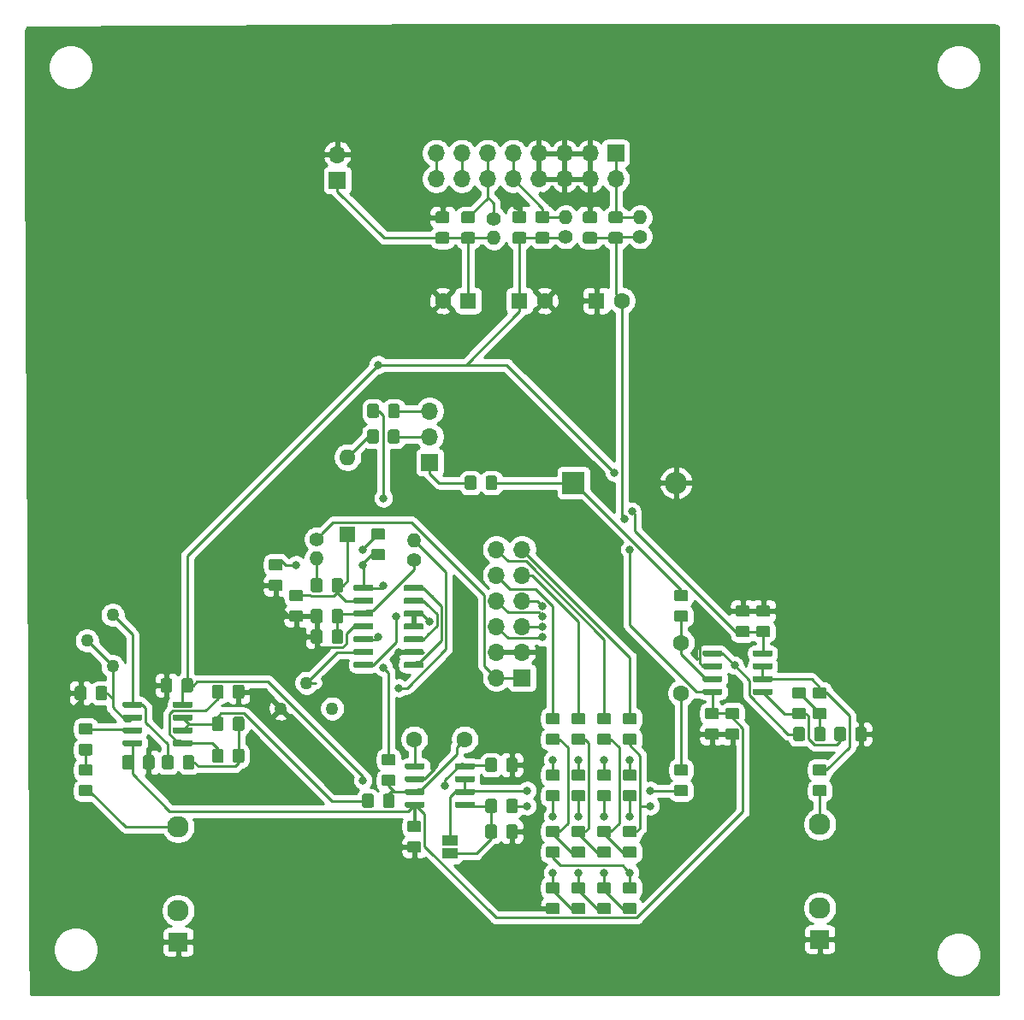
<source format=gbr>
G04 #@! TF.GenerationSoftware,KiCad,Pcbnew,(5.1.5)-3*
G04 #@! TF.CreationDate,2022-04-14T12:46:43+02:00*
G04 #@! TF.ProjectId,PMod_ADDAC,504d6f64-5f41-4444-9441-432e6b696361,rev?*
G04 #@! TF.SameCoordinates,Original*
G04 #@! TF.FileFunction,Copper,L1,Top*
G04 #@! TF.FilePolarity,Positive*
%FSLAX46Y46*%
G04 Gerber Fmt 4.6, Leading zero omitted, Abs format (unit mm)*
G04 Created by KiCad (PCBNEW (5.1.5)-3) date 2022-04-14 12:46:43*
%MOMM*%
%LPD*%
G04 APERTURE LIST*
%ADD10C,0.100000*%
%ADD11O,1.400000X1.400000*%
%ADD12C,1.400000*%
%ADD13O,2.200000X2.200000*%
%ADD14R,2.200000X2.200000*%
%ADD15O,1.600000X1.600000*%
%ADD16R,1.600000X1.600000*%
%ADD17O,1.700000X1.700000*%
%ADD18R,1.700000X1.700000*%
%ADD19C,1.600000*%
%ADD20C,1.260000*%
%ADD21R,1.500000X1.000000*%
%ADD22C,2.130000*%
%ADD23R,1.930000X1.830000*%
%ADD24C,0.800000*%
%ADD25C,0.250000*%
%ADD26C,0.254000*%
G04 APERTURE END LIST*
G04 #@! TA.AperFunction,SMDPad,CuDef*
D10*
G36*
X55130703Y-109555722D02*
G01*
X55145264Y-109557882D01*
X55159543Y-109561459D01*
X55173403Y-109566418D01*
X55186710Y-109572712D01*
X55199336Y-109580280D01*
X55211159Y-109589048D01*
X55222066Y-109598934D01*
X55231952Y-109609841D01*
X55240720Y-109621664D01*
X55248288Y-109634290D01*
X55254582Y-109647597D01*
X55259541Y-109661457D01*
X55263118Y-109675736D01*
X55265278Y-109690297D01*
X55266000Y-109705000D01*
X55266000Y-110005000D01*
X55265278Y-110019703D01*
X55263118Y-110034264D01*
X55259541Y-110048543D01*
X55254582Y-110062403D01*
X55248288Y-110075710D01*
X55240720Y-110088336D01*
X55231952Y-110100159D01*
X55222066Y-110111066D01*
X55211159Y-110120952D01*
X55199336Y-110129720D01*
X55186710Y-110137288D01*
X55173403Y-110143582D01*
X55159543Y-110148541D01*
X55145264Y-110152118D01*
X55130703Y-110154278D01*
X55116000Y-110155000D01*
X53466000Y-110155000D01*
X53451297Y-110154278D01*
X53436736Y-110152118D01*
X53422457Y-110148541D01*
X53408597Y-110143582D01*
X53395290Y-110137288D01*
X53382664Y-110129720D01*
X53370841Y-110120952D01*
X53359934Y-110111066D01*
X53350048Y-110100159D01*
X53341280Y-110088336D01*
X53333712Y-110075710D01*
X53327418Y-110062403D01*
X53322459Y-110048543D01*
X53318882Y-110034264D01*
X53316722Y-110019703D01*
X53316000Y-110005000D01*
X53316000Y-109705000D01*
X53316722Y-109690297D01*
X53318882Y-109675736D01*
X53322459Y-109661457D01*
X53327418Y-109647597D01*
X53333712Y-109634290D01*
X53341280Y-109621664D01*
X53350048Y-109609841D01*
X53359934Y-109598934D01*
X53370841Y-109589048D01*
X53382664Y-109580280D01*
X53395290Y-109572712D01*
X53408597Y-109566418D01*
X53422457Y-109561459D01*
X53436736Y-109557882D01*
X53451297Y-109555722D01*
X53466000Y-109555000D01*
X55116000Y-109555000D01*
X55130703Y-109555722D01*
G37*
G04 #@! TD.AperFunction*
G04 #@! TA.AperFunction,SMDPad,CuDef*
G36*
X55130703Y-110825722D02*
G01*
X55145264Y-110827882D01*
X55159543Y-110831459D01*
X55173403Y-110836418D01*
X55186710Y-110842712D01*
X55199336Y-110850280D01*
X55211159Y-110859048D01*
X55222066Y-110868934D01*
X55231952Y-110879841D01*
X55240720Y-110891664D01*
X55248288Y-110904290D01*
X55254582Y-110917597D01*
X55259541Y-110931457D01*
X55263118Y-110945736D01*
X55265278Y-110960297D01*
X55266000Y-110975000D01*
X55266000Y-111275000D01*
X55265278Y-111289703D01*
X55263118Y-111304264D01*
X55259541Y-111318543D01*
X55254582Y-111332403D01*
X55248288Y-111345710D01*
X55240720Y-111358336D01*
X55231952Y-111370159D01*
X55222066Y-111381066D01*
X55211159Y-111390952D01*
X55199336Y-111399720D01*
X55186710Y-111407288D01*
X55173403Y-111413582D01*
X55159543Y-111418541D01*
X55145264Y-111422118D01*
X55130703Y-111424278D01*
X55116000Y-111425000D01*
X53466000Y-111425000D01*
X53451297Y-111424278D01*
X53436736Y-111422118D01*
X53422457Y-111418541D01*
X53408597Y-111413582D01*
X53395290Y-111407288D01*
X53382664Y-111399720D01*
X53370841Y-111390952D01*
X53359934Y-111381066D01*
X53350048Y-111370159D01*
X53341280Y-111358336D01*
X53333712Y-111345710D01*
X53327418Y-111332403D01*
X53322459Y-111318543D01*
X53318882Y-111304264D01*
X53316722Y-111289703D01*
X53316000Y-111275000D01*
X53316000Y-110975000D01*
X53316722Y-110960297D01*
X53318882Y-110945736D01*
X53322459Y-110931457D01*
X53327418Y-110917597D01*
X53333712Y-110904290D01*
X53341280Y-110891664D01*
X53350048Y-110879841D01*
X53359934Y-110868934D01*
X53370841Y-110859048D01*
X53382664Y-110850280D01*
X53395290Y-110842712D01*
X53408597Y-110836418D01*
X53422457Y-110831459D01*
X53436736Y-110827882D01*
X53451297Y-110825722D01*
X53466000Y-110825000D01*
X55116000Y-110825000D01*
X55130703Y-110825722D01*
G37*
G04 #@! TD.AperFunction*
G04 #@! TA.AperFunction,SMDPad,CuDef*
G36*
X55130703Y-112095722D02*
G01*
X55145264Y-112097882D01*
X55159543Y-112101459D01*
X55173403Y-112106418D01*
X55186710Y-112112712D01*
X55199336Y-112120280D01*
X55211159Y-112129048D01*
X55222066Y-112138934D01*
X55231952Y-112149841D01*
X55240720Y-112161664D01*
X55248288Y-112174290D01*
X55254582Y-112187597D01*
X55259541Y-112201457D01*
X55263118Y-112215736D01*
X55265278Y-112230297D01*
X55266000Y-112245000D01*
X55266000Y-112545000D01*
X55265278Y-112559703D01*
X55263118Y-112574264D01*
X55259541Y-112588543D01*
X55254582Y-112602403D01*
X55248288Y-112615710D01*
X55240720Y-112628336D01*
X55231952Y-112640159D01*
X55222066Y-112651066D01*
X55211159Y-112660952D01*
X55199336Y-112669720D01*
X55186710Y-112677288D01*
X55173403Y-112683582D01*
X55159543Y-112688541D01*
X55145264Y-112692118D01*
X55130703Y-112694278D01*
X55116000Y-112695000D01*
X53466000Y-112695000D01*
X53451297Y-112694278D01*
X53436736Y-112692118D01*
X53422457Y-112688541D01*
X53408597Y-112683582D01*
X53395290Y-112677288D01*
X53382664Y-112669720D01*
X53370841Y-112660952D01*
X53359934Y-112651066D01*
X53350048Y-112640159D01*
X53341280Y-112628336D01*
X53333712Y-112615710D01*
X53327418Y-112602403D01*
X53322459Y-112588543D01*
X53318882Y-112574264D01*
X53316722Y-112559703D01*
X53316000Y-112545000D01*
X53316000Y-112245000D01*
X53316722Y-112230297D01*
X53318882Y-112215736D01*
X53322459Y-112201457D01*
X53327418Y-112187597D01*
X53333712Y-112174290D01*
X53341280Y-112161664D01*
X53350048Y-112149841D01*
X53359934Y-112138934D01*
X53370841Y-112129048D01*
X53382664Y-112120280D01*
X53395290Y-112112712D01*
X53408597Y-112106418D01*
X53422457Y-112101459D01*
X53436736Y-112097882D01*
X53451297Y-112095722D01*
X53466000Y-112095000D01*
X55116000Y-112095000D01*
X55130703Y-112095722D01*
G37*
G04 #@! TD.AperFunction*
G04 #@! TA.AperFunction,SMDPad,CuDef*
G36*
X55130703Y-113365722D02*
G01*
X55145264Y-113367882D01*
X55159543Y-113371459D01*
X55173403Y-113376418D01*
X55186710Y-113382712D01*
X55199336Y-113390280D01*
X55211159Y-113399048D01*
X55222066Y-113408934D01*
X55231952Y-113419841D01*
X55240720Y-113431664D01*
X55248288Y-113444290D01*
X55254582Y-113457597D01*
X55259541Y-113471457D01*
X55263118Y-113485736D01*
X55265278Y-113500297D01*
X55266000Y-113515000D01*
X55266000Y-113815000D01*
X55265278Y-113829703D01*
X55263118Y-113844264D01*
X55259541Y-113858543D01*
X55254582Y-113872403D01*
X55248288Y-113885710D01*
X55240720Y-113898336D01*
X55231952Y-113910159D01*
X55222066Y-113921066D01*
X55211159Y-113930952D01*
X55199336Y-113939720D01*
X55186710Y-113947288D01*
X55173403Y-113953582D01*
X55159543Y-113958541D01*
X55145264Y-113962118D01*
X55130703Y-113964278D01*
X55116000Y-113965000D01*
X53466000Y-113965000D01*
X53451297Y-113964278D01*
X53436736Y-113962118D01*
X53422457Y-113958541D01*
X53408597Y-113953582D01*
X53395290Y-113947288D01*
X53382664Y-113939720D01*
X53370841Y-113930952D01*
X53359934Y-113921066D01*
X53350048Y-113910159D01*
X53341280Y-113898336D01*
X53333712Y-113885710D01*
X53327418Y-113872403D01*
X53322459Y-113858543D01*
X53318882Y-113844264D01*
X53316722Y-113829703D01*
X53316000Y-113815000D01*
X53316000Y-113515000D01*
X53316722Y-113500297D01*
X53318882Y-113485736D01*
X53322459Y-113471457D01*
X53327418Y-113457597D01*
X53333712Y-113444290D01*
X53341280Y-113431664D01*
X53350048Y-113419841D01*
X53359934Y-113408934D01*
X53370841Y-113399048D01*
X53382664Y-113390280D01*
X53395290Y-113382712D01*
X53408597Y-113376418D01*
X53422457Y-113371459D01*
X53436736Y-113367882D01*
X53451297Y-113365722D01*
X53466000Y-113365000D01*
X55116000Y-113365000D01*
X55130703Y-113365722D01*
G37*
G04 #@! TD.AperFunction*
G04 #@! TA.AperFunction,SMDPad,CuDef*
G36*
X50180703Y-113365722D02*
G01*
X50195264Y-113367882D01*
X50209543Y-113371459D01*
X50223403Y-113376418D01*
X50236710Y-113382712D01*
X50249336Y-113390280D01*
X50261159Y-113399048D01*
X50272066Y-113408934D01*
X50281952Y-113419841D01*
X50290720Y-113431664D01*
X50298288Y-113444290D01*
X50304582Y-113457597D01*
X50309541Y-113471457D01*
X50313118Y-113485736D01*
X50315278Y-113500297D01*
X50316000Y-113515000D01*
X50316000Y-113815000D01*
X50315278Y-113829703D01*
X50313118Y-113844264D01*
X50309541Y-113858543D01*
X50304582Y-113872403D01*
X50298288Y-113885710D01*
X50290720Y-113898336D01*
X50281952Y-113910159D01*
X50272066Y-113921066D01*
X50261159Y-113930952D01*
X50249336Y-113939720D01*
X50236710Y-113947288D01*
X50223403Y-113953582D01*
X50209543Y-113958541D01*
X50195264Y-113962118D01*
X50180703Y-113964278D01*
X50166000Y-113965000D01*
X48516000Y-113965000D01*
X48501297Y-113964278D01*
X48486736Y-113962118D01*
X48472457Y-113958541D01*
X48458597Y-113953582D01*
X48445290Y-113947288D01*
X48432664Y-113939720D01*
X48420841Y-113930952D01*
X48409934Y-113921066D01*
X48400048Y-113910159D01*
X48391280Y-113898336D01*
X48383712Y-113885710D01*
X48377418Y-113872403D01*
X48372459Y-113858543D01*
X48368882Y-113844264D01*
X48366722Y-113829703D01*
X48366000Y-113815000D01*
X48366000Y-113515000D01*
X48366722Y-113500297D01*
X48368882Y-113485736D01*
X48372459Y-113471457D01*
X48377418Y-113457597D01*
X48383712Y-113444290D01*
X48391280Y-113431664D01*
X48400048Y-113419841D01*
X48409934Y-113408934D01*
X48420841Y-113399048D01*
X48432664Y-113390280D01*
X48445290Y-113382712D01*
X48458597Y-113376418D01*
X48472457Y-113371459D01*
X48486736Y-113367882D01*
X48501297Y-113365722D01*
X48516000Y-113365000D01*
X50166000Y-113365000D01*
X50180703Y-113365722D01*
G37*
G04 #@! TD.AperFunction*
G04 #@! TA.AperFunction,SMDPad,CuDef*
G36*
X50180703Y-112095722D02*
G01*
X50195264Y-112097882D01*
X50209543Y-112101459D01*
X50223403Y-112106418D01*
X50236710Y-112112712D01*
X50249336Y-112120280D01*
X50261159Y-112129048D01*
X50272066Y-112138934D01*
X50281952Y-112149841D01*
X50290720Y-112161664D01*
X50298288Y-112174290D01*
X50304582Y-112187597D01*
X50309541Y-112201457D01*
X50313118Y-112215736D01*
X50315278Y-112230297D01*
X50316000Y-112245000D01*
X50316000Y-112545000D01*
X50315278Y-112559703D01*
X50313118Y-112574264D01*
X50309541Y-112588543D01*
X50304582Y-112602403D01*
X50298288Y-112615710D01*
X50290720Y-112628336D01*
X50281952Y-112640159D01*
X50272066Y-112651066D01*
X50261159Y-112660952D01*
X50249336Y-112669720D01*
X50236710Y-112677288D01*
X50223403Y-112683582D01*
X50209543Y-112688541D01*
X50195264Y-112692118D01*
X50180703Y-112694278D01*
X50166000Y-112695000D01*
X48516000Y-112695000D01*
X48501297Y-112694278D01*
X48486736Y-112692118D01*
X48472457Y-112688541D01*
X48458597Y-112683582D01*
X48445290Y-112677288D01*
X48432664Y-112669720D01*
X48420841Y-112660952D01*
X48409934Y-112651066D01*
X48400048Y-112640159D01*
X48391280Y-112628336D01*
X48383712Y-112615710D01*
X48377418Y-112602403D01*
X48372459Y-112588543D01*
X48368882Y-112574264D01*
X48366722Y-112559703D01*
X48366000Y-112545000D01*
X48366000Y-112245000D01*
X48366722Y-112230297D01*
X48368882Y-112215736D01*
X48372459Y-112201457D01*
X48377418Y-112187597D01*
X48383712Y-112174290D01*
X48391280Y-112161664D01*
X48400048Y-112149841D01*
X48409934Y-112138934D01*
X48420841Y-112129048D01*
X48432664Y-112120280D01*
X48445290Y-112112712D01*
X48458597Y-112106418D01*
X48472457Y-112101459D01*
X48486736Y-112097882D01*
X48501297Y-112095722D01*
X48516000Y-112095000D01*
X50166000Y-112095000D01*
X50180703Y-112095722D01*
G37*
G04 #@! TD.AperFunction*
G04 #@! TA.AperFunction,SMDPad,CuDef*
G36*
X50180703Y-110825722D02*
G01*
X50195264Y-110827882D01*
X50209543Y-110831459D01*
X50223403Y-110836418D01*
X50236710Y-110842712D01*
X50249336Y-110850280D01*
X50261159Y-110859048D01*
X50272066Y-110868934D01*
X50281952Y-110879841D01*
X50290720Y-110891664D01*
X50298288Y-110904290D01*
X50304582Y-110917597D01*
X50309541Y-110931457D01*
X50313118Y-110945736D01*
X50315278Y-110960297D01*
X50316000Y-110975000D01*
X50316000Y-111275000D01*
X50315278Y-111289703D01*
X50313118Y-111304264D01*
X50309541Y-111318543D01*
X50304582Y-111332403D01*
X50298288Y-111345710D01*
X50290720Y-111358336D01*
X50281952Y-111370159D01*
X50272066Y-111381066D01*
X50261159Y-111390952D01*
X50249336Y-111399720D01*
X50236710Y-111407288D01*
X50223403Y-111413582D01*
X50209543Y-111418541D01*
X50195264Y-111422118D01*
X50180703Y-111424278D01*
X50166000Y-111425000D01*
X48516000Y-111425000D01*
X48501297Y-111424278D01*
X48486736Y-111422118D01*
X48472457Y-111418541D01*
X48458597Y-111413582D01*
X48445290Y-111407288D01*
X48432664Y-111399720D01*
X48420841Y-111390952D01*
X48409934Y-111381066D01*
X48400048Y-111370159D01*
X48391280Y-111358336D01*
X48383712Y-111345710D01*
X48377418Y-111332403D01*
X48372459Y-111318543D01*
X48368882Y-111304264D01*
X48366722Y-111289703D01*
X48366000Y-111275000D01*
X48366000Y-110975000D01*
X48366722Y-110960297D01*
X48368882Y-110945736D01*
X48372459Y-110931457D01*
X48377418Y-110917597D01*
X48383712Y-110904290D01*
X48391280Y-110891664D01*
X48400048Y-110879841D01*
X48409934Y-110868934D01*
X48420841Y-110859048D01*
X48432664Y-110850280D01*
X48445290Y-110842712D01*
X48458597Y-110836418D01*
X48472457Y-110831459D01*
X48486736Y-110827882D01*
X48501297Y-110825722D01*
X48516000Y-110825000D01*
X50166000Y-110825000D01*
X50180703Y-110825722D01*
G37*
G04 #@! TD.AperFunction*
G04 #@! TA.AperFunction,SMDPad,CuDef*
G36*
X50180703Y-109555722D02*
G01*
X50195264Y-109557882D01*
X50209543Y-109561459D01*
X50223403Y-109566418D01*
X50236710Y-109572712D01*
X50249336Y-109580280D01*
X50261159Y-109589048D01*
X50272066Y-109598934D01*
X50281952Y-109609841D01*
X50290720Y-109621664D01*
X50298288Y-109634290D01*
X50304582Y-109647597D01*
X50309541Y-109661457D01*
X50313118Y-109675736D01*
X50315278Y-109690297D01*
X50316000Y-109705000D01*
X50316000Y-110005000D01*
X50315278Y-110019703D01*
X50313118Y-110034264D01*
X50309541Y-110048543D01*
X50304582Y-110062403D01*
X50298288Y-110075710D01*
X50290720Y-110088336D01*
X50281952Y-110100159D01*
X50272066Y-110111066D01*
X50261159Y-110120952D01*
X50249336Y-110129720D01*
X50236710Y-110137288D01*
X50223403Y-110143582D01*
X50209543Y-110148541D01*
X50195264Y-110152118D01*
X50180703Y-110154278D01*
X50166000Y-110155000D01*
X48516000Y-110155000D01*
X48501297Y-110154278D01*
X48486736Y-110152118D01*
X48472457Y-110148541D01*
X48458597Y-110143582D01*
X48445290Y-110137288D01*
X48432664Y-110129720D01*
X48420841Y-110120952D01*
X48409934Y-110111066D01*
X48400048Y-110100159D01*
X48391280Y-110088336D01*
X48383712Y-110075710D01*
X48377418Y-110062403D01*
X48372459Y-110048543D01*
X48368882Y-110034264D01*
X48366722Y-110019703D01*
X48366000Y-110005000D01*
X48366000Y-109705000D01*
X48366722Y-109690297D01*
X48368882Y-109675736D01*
X48372459Y-109661457D01*
X48377418Y-109647597D01*
X48383712Y-109634290D01*
X48391280Y-109621664D01*
X48400048Y-109609841D01*
X48409934Y-109598934D01*
X48420841Y-109589048D01*
X48432664Y-109580280D01*
X48445290Y-109572712D01*
X48458597Y-109566418D01*
X48472457Y-109561459D01*
X48486736Y-109557882D01*
X48501297Y-109555722D01*
X48516000Y-109555000D01*
X50166000Y-109555000D01*
X50180703Y-109555722D01*
G37*
G04 #@! TD.AperFunction*
G04 #@! TA.AperFunction,SMDPad,CuDef*
G36*
X83144505Y-87185204D02*
G01*
X83168773Y-87188804D01*
X83192572Y-87194765D01*
X83215671Y-87203030D01*
X83237850Y-87213520D01*
X83258893Y-87226132D01*
X83278599Y-87240747D01*
X83296777Y-87257223D01*
X83313253Y-87275401D01*
X83327868Y-87295107D01*
X83340480Y-87316150D01*
X83350970Y-87338329D01*
X83359235Y-87361428D01*
X83365196Y-87385227D01*
X83368796Y-87409495D01*
X83370000Y-87433999D01*
X83370000Y-88334001D01*
X83368796Y-88358505D01*
X83365196Y-88382773D01*
X83359235Y-88406572D01*
X83350970Y-88429671D01*
X83340480Y-88451850D01*
X83327868Y-88472893D01*
X83313253Y-88492599D01*
X83296777Y-88510777D01*
X83278599Y-88527253D01*
X83258893Y-88541868D01*
X83237850Y-88554480D01*
X83215671Y-88564970D01*
X83192572Y-88573235D01*
X83168773Y-88579196D01*
X83144505Y-88582796D01*
X83120001Y-88584000D01*
X82469999Y-88584000D01*
X82445495Y-88582796D01*
X82421227Y-88579196D01*
X82397428Y-88573235D01*
X82374329Y-88564970D01*
X82352150Y-88554480D01*
X82331107Y-88541868D01*
X82311401Y-88527253D01*
X82293223Y-88510777D01*
X82276747Y-88492599D01*
X82262132Y-88472893D01*
X82249520Y-88451850D01*
X82239030Y-88429671D01*
X82230765Y-88406572D01*
X82224804Y-88382773D01*
X82221204Y-88358505D01*
X82220000Y-88334001D01*
X82220000Y-87433999D01*
X82221204Y-87409495D01*
X82224804Y-87385227D01*
X82230765Y-87361428D01*
X82239030Y-87338329D01*
X82249520Y-87316150D01*
X82262132Y-87295107D01*
X82276747Y-87275401D01*
X82293223Y-87257223D01*
X82311401Y-87240747D01*
X82331107Y-87226132D01*
X82352150Y-87213520D01*
X82374329Y-87203030D01*
X82397428Y-87194765D01*
X82421227Y-87188804D01*
X82445495Y-87185204D01*
X82469999Y-87184000D01*
X83120001Y-87184000D01*
X83144505Y-87185204D01*
G37*
G04 #@! TD.AperFunction*
G04 #@! TA.AperFunction,SMDPad,CuDef*
G36*
X85194505Y-87185204D02*
G01*
X85218773Y-87188804D01*
X85242572Y-87194765D01*
X85265671Y-87203030D01*
X85287850Y-87213520D01*
X85308893Y-87226132D01*
X85328599Y-87240747D01*
X85346777Y-87257223D01*
X85363253Y-87275401D01*
X85377868Y-87295107D01*
X85390480Y-87316150D01*
X85400970Y-87338329D01*
X85409235Y-87361428D01*
X85415196Y-87385227D01*
X85418796Y-87409495D01*
X85420000Y-87433999D01*
X85420000Y-88334001D01*
X85418796Y-88358505D01*
X85415196Y-88382773D01*
X85409235Y-88406572D01*
X85400970Y-88429671D01*
X85390480Y-88451850D01*
X85377868Y-88472893D01*
X85363253Y-88492599D01*
X85346777Y-88510777D01*
X85328599Y-88527253D01*
X85308893Y-88541868D01*
X85287850Y-88554480D01*
X85265671Y-88564970D01*
X85242572Y-88573235D01*
X85218773Y-88579196D01*
X85194505Y-88582796D01*
X85170001Y-88584000D01*
X84519999Y-88584000D01*
X84495495Y-88582796D01*
X84471227Y-88579196D01*
X84447428Y-88573235D01*
X84424329Y-88564970D01*
X84402150Y-88554480D01*
X84381107Y-88541868D01*
X84361401Y-88527253D01*
X84343223Y-88510777D01*
X84326747Y-88492599D01*
X84312132Y-88472893D01*
X84299520Y-88451850D01*
X84289030Y-88429671D01*
X84280765Y-88406572D01*
X84274804Y-88382773D01*
X84271204Y-88358505D01*
X84270000Y-88334001D01*
X84270000Y-87433999D01*
X84271204Y-87409495D01*
X84274804Y-87385227D01*
X84280765Y-87361428D01*
X84289030Y-87338329D01*
X84299520Y-87316150D01*
X84312132Y-87295107D01*
X84326747Y-87275401D01*
X84343223Y-87257223D01*
X84361401Y-87240747D01*
X84381107Y-87226132D01*
X84402150Y-87213520D01*
X84424329Y-87203030D01*
X84447428Y-87194765D01*
X84471227Y-87188804D01*
X84495495Y-87185204D01*
X84519999Y-87184000D01*
X85170001Y-87184000D01*
X85194505Y-87185204D01*
G37*
G04 #@! TD.AperFunction*
D11*
X67564000Y-95372000D03*
D12*
X67564000Y-93472000D03*
D13*
X103124000Y-87884000D03*
D14*
X92964000Y-87884000D03*
D15*
X70612000Y-85344000D03*
D16*
X70612000Y-92964000D03*
G04 #@! TA.AperFunction,SMDPad,CuDef*
D10*
G36*
X112534703Y-104475722D02*
G01*
X112549264Y-104477882D01*
X112563543Y-104481459D01*
X112577403Y-104486418D01*
X112590710Y-104492712D01*
X112603336Y-104500280D01*
X112615159Y-104509048D01*
X112626066Y-104518934D01*
X112635952Y-104529841D01*
X112644720Y-104541664D01*
X112652288Y-104554290D01*
X112658582Y-104567597D01*
X112663541Y-104581457D01*
X112667118Y-104595736D01*
X112669278Y-104610297D01*
X112670000Y-104625000D01*
X112670000Y-104925000D01*
X112669278Y-104939703D01*
X112667118Y-104954264D01*
X112663541Y-104968543D01*
X112658582Y-104982403D01*
X112652288Y-104995710D01*
X112644720Y-105008336D01*
X112635952Y-105020159D01*
X112626066Y-105031066D01*
X112615159Y-105040952D01*
X112603336Y-105049720D01*
X112590710Y-105057288D01*
X112577403Y-105063582D01*
X112563543Y-105068541D01*
X112549264Y-105072118D01*
X112534703Y-105074278D01*
X112520000Y-105075000D01*
X110870000Y-105075000D01*
X110855297Y-105074278D01*
X110840736Y-105072118D01*
X110826457Y-105068541D01*
X110812597Y-105063582D01*
X110799290Y-105057288D01*
X110786664Y-105049720D01*
X110774841Y-105040952D01*
X110763934Y-105031066D01*
X110754048Y-105020159D01*
X110745280Y-105008336D01*
X110737712Y-104995710D01*
X110731418Y-104982403D01*
X110726459Y-104968543D01*
X110722882Y-104954264D01*
X110720722Y-104939703D01*
X110720000Y-104925000D01*
X110720000Y-104625000D01*
X110720722Y-104610297D01*
X110722882Y-104595736D01*
X110726459Y-104581457D01*
X110731418Y-104567597D01*
X110737712Y-104554290D01*
X110745280Y-104541664D01*
X110754048Y-104529841D01*
X110763934Y-104518934D01*
X110774841Y-104509048D01*
X110786664Y-104500280D01*
X110799290Y-104492712D01*
X110812597Y-104486418D01*
X110826457Y-104481459D01*
X110840736Y-104477882D01*
X110855297Y-104475722D01*
X110870000Y-104475000D01*
X112520000Y-104475000D01*
X112534703Y-104475722D01*
G37*
G04 #@! TD.AperFunction*
G04 #@! TA.AperFunction,SMDPad,CuDef*
G36*
X112534703Y-105745722D02*
G01*
X112549264Y-105747882D01*
X112563543Y-105751459D01*
X112577403Y-105756418D01*
X112590710Y-105762712D01*
X112603336Y-105770280D01*
X112615159Y-105779048D01*
X112626066Y-105788934D01*
X112635952Y-105799841D01*
X112644720Y-105811664D01*
X112652288Y-105824290D01*
X112658582Y-105837597D01*
X112663541Y-105851457D01*
X112667118Y-105865736D01*
X112669278Y-105880297D01*
X112670000Y-105895000D01*
X112670000Y-106195000D01*
X112669278Y-106209703D01*
X112667118Y-106224264D01*
X112663541Y-106238543D01*
X112658582Y-106252403D01*
X112652288Y-106265710D01*
X112644720Y-106278336D01*
X112635952Y-106290159D01*
X112626066Y-106301066D01*
X112615159Y-106310952D01*
X112603336Y-106319720D01*
X112590710Y-106327288D01*
X112577403Y-106333582D01*
X112563543Y-106338541D01*
X112549264Y-106342118D01*
X112534703Y-106344278D01*
X112520000Y-106345000D01*
X110870000Y-106345000D01*
X110855297Y-106344278D01*
X110840736Y-106342118D01*
X110826457Y-106338541D01*
X110812597Y-106333582D01*
X110799290Y-106327288D01*
X110786664Y-106319720D01*
X110774841Y-106310952D01*
X110763934Y-106301066D01*
X110754048Y-106290159D01*
X110745280Y-106278336D01*
X110737712Y-106265710D01*
X110731418Y-106252403D01*
X110726459Y-106238543D01*
X110722882Y-106224264D01*
X110720722Y-106209703D01*
X110720000Y-106195000D01*
X110720000Y-105895000D01*
X110720722Y-105880297D01*
X110722882Y-105865736D01*
X110726459Y-105851457D01*
X110731418Y-105837597D01*
X110737712Y-105824290D01*
X110745280Y-105811664D01*
X110754048Y-105799841D01*
X110763934Y-105788934D01*
X110774841Y-105779048D01*
X110786664Y-105770280D01*
X110799290Y-105762712D01*
X110812597Y-105756418D01*
X110826457Y-105751459D01*
X110840736Y-105747882D01*
X110855297Y-105745722D01*
X110870000Y-105745000D01*
X112520000Y-105745000D01*
X112534703Y-105745722D01*
G37*
G04 #@! TD.AperFunction*
G04 #@! TA.AperFunction,SMDPad,CuDef*
G36*
X112534703Y-107015722D02*
G01*
X112549264Y-107017882D01*
X112563543Y-107021459D01*
X112577403Y-107026418D01*
X112590710Y-107032712D01*
X112603336Y-107040280D01*
X112615159Y-107049048D01*
X112626066Y-107058934D01*
X112635952Y-107069841D01*
X112644720Y-107081664D01*
X112652288Y-107094290D01*
X112658582Y-107107597D01*
X112663541Y-107121457D01*
X112667118Y-107135736D01*
X112669278Y-107150297D01*
X112670000Y-107165000D01*
X112670000Y-107465000D01*
X112669278Y-107479703D01*
X112667118Y-107494264D01*
X112663541Y-107508543D01*
X112658582Y-107522403D01*
X112652288Y-107535710D01*
X112644720Y-107548336D01*
X112635952Y-107560159D01*
X112626066Y-107571066D01*
X112615159Y-107580952D01*
X112603336Y-107589720D01*
X112590710Y-107597288D01*
X112577403Y-107603582D01*
X112563543Y-107608541D01*
X112549264Y-107612118D01*
X112534703Y-107614278D01*
X112520000Y-107615000D01*
X110870000Y-107615000D01*
X110855297Y-107614278D01*
X110840736Y-107612118D01*
X110826457Y-107608541D01*
X110812597Y-107603582D01*
X110799290Y-107597288D01*
X110786664Y-107589720D01*
X110774841Y-107580952D01*
X110763934Y-107571066D01*
X110754048Y-107560159D01*
X110745280Y-107548336D01*
X110737712Y-107535710D01*
X110731418Y-107522403D01*
X110726459Y-107508543D01*
X110722882Y-107494264D01*
X110720722Y-107479703D01*
X110720000Y-107465000D01*
X110720000Y-107165000D01*
X110720722Y-107150297D01*
X110722882Y-107135736D01*
X110726459Y-107121457D01*
X110731418Y-107107597D01*
X110737712Y-107094290D01*
X110745280Y-107081664D01*
X110754048Y-107069841D01*
X110763934Y-107058934D01*
X110774841Y-107049048D01*
X110786664Y-107040280D01*
X110799290Y-107032712D01*
X110812597Y-107026418D01*
X110826457Y-107021459D01*
X110840736Y-107017882D01*
X110855297Y-107015722D01*
X110870000Y-107015000D01*
X112520000Y-107015000D01*
X112534703Y-107015722D01*
G37*
G04 #@! TD.AperFunction*
G04 #@! TA.AperFunction,SMDPad,CuDef*
G36*
X112534703Y-108285722D02*
G01*
X112549264Y-108287882D01*
X112563543Y-108291459D01*
X112577403Y-108296418D01*
X112590710Y-108302712D01*
X112603336Y-108310280D01*
X112615159Y-108319048D01*
X112626066Y-108328934D01*
X112635952Y-108339841D01*
X112644720Y-108351664D01*
X112652288Y-108364290D01*
X112658582Y-108377597D01*
X112663541Y-108391457D01*
X112667118Y-108405736D01*
X112669278Y-108420297D01*
X112670000Y-108435000D01*
X112670000Y-108735000D01*
X112669278Y-108749703D01*
X112667118Y-108764264D01*
X112663541Y-108778543D01*
X112658582Y-108792403D01*
X112652288Y-108805710D01*
X112644720Y-108818336D01*
X112635952Y-108830159D01*
X112626066Y-108841066D01*
X112615159Y-108850952D01*
X112603336Y-108859720D01*
X112590710Y-108867288D01*
X112577403Y-108873582D01*
X112563543Y-108878541D01*
X112549264Y-108882118D01*
X112534703Y-108884278D01*
X112520000Y-108885000D01*
X110870000Y-108885000D01*
X110855297Y-108884278D01*
X110840736Y-108882118D01*
X110826457Y-108878541D01*
X110812597Y-108873582D01*
X110799290Y-108867288D01*
X110786664Y-108859720D01*
X110774841Y-108850952D01*
X110763934Y-108841066D01*
X110754048Y-108830159D01*
X110745280Y-108818336D01*
X110737712Y-108805710D01*
X110731418Y-108792403D01*
X110726459Y-108778543D01*
X110722882Y-108764264D01*
X110720722Y-108749703D01*
X110720000Y-108735000D01*
X110720000Y-108435000D01*
X110720722Y-108420297D01*
X110722882Y-108405736D01*
X110726459Y-108391457D01*
X110731418Y-108377597D01*
X110737712Y-108364290D01*
X110745280Y-108351664D01*
X110754048Y-108339841D01*
X110763934Y-108328934D01*
X110774841Y-108319048D01*
X110786664Y-108310280D01*
X110799290Y-108302712D01*
X110812597Y-108296418D01*
X110826457Y-108291459D01*
X110840736Y-108287882D01*
X110855297Y-108285722D01*
X110870000Y-108285000D01*
X112520000Y-108285000D01*
X112534703Y-108285722D01*
G37*
G04 #@! TD.AperFunction*
G04 #@! TA.AperFunction,SMDPad,CuDef*
G36*
X107584703Y-108285722D02*
G01*
X107599264Y-108287882D01*
X107613543Y-108291459D01*
X107627403Y-108296418D01*
X107640710Y-108302712D01*
X107653336Y-108310280D01*
X107665159Y-108319048D01*
X107676066Y-108328934D01*
X107685952Y-108339841D01*
X107694720Y-108351664D01*
X107702288Y-108364290D01*
X107708582Y-108377597D01*
X107713541Y-108391457D01*
X107717118Y-108405736D01*
X107719278Y-108420297D01*
X107720000Y-108435000D01*
X107720000Y-108735000D01*
X107719278Y-108749703D01*
X107717118Y-108764264D01*
X107713541Y-108778543D01*
X107708582Y-108792403D01*
X107702288Y-108805710D01*
X107694720Y-108818336D01*
X107685952Y-108830159D01*
X107676066Y-108841066D01*
X107665159Y-108850952D01*
X107653336Y-108859720D01*
X107640710Y-108867288D01*
X107627403Y-108873582D01*
X107613543Y-108878541D01*
X107599264Y-108882118D01*
X107584703Y-108884278D01*
X107570000Y-108885000D01*
X105920000Y-108885000D01*
X105905297Y-108884278D01*
X105890736Y-108882118D01*
X105876457Y-108878541D01*
X105862597Y-108873582D01*
X105849290Y-108867288D01*
X105836664Y-108859720D01*
X105824841Y-108850952D01*
X105813934Y-108841066D01*
X105804048Y-108830159D01*
X105795280Y-108818336D01*
X105787712Y-108805710D01*
X105781418Y-108792403D01*
X105776459Y-108778543D01*
X105772882Y-108764264D01*
X105770722Y-108749703D01*
X105770000Y-108735000D01*
X105770000Y-108435000D01*
X105770722Y-108420297D01*
X105772882Y-108405736D01*
X105776459Y-108391457D01*
X105781418Y-108377597D01*
X105787712Y-108364290D01*
X105795280Y-108351664D01*
X105804048Y-108339841D01*
X105813934Y-108328934D01*
X105824841Y-108319048D01*
X105836664Y-108310280D01*
X105849290Y-108302712D01*
X105862597Y-108296418D01*
X105876457Y-108291459D01*
X105890736Y-108287882D01*
X105905297Y-108285722D01*
X105920000Y-108285000D01*
X107570000Y-108285000D01*
X107584703Y-108285722D01*
G37*
G04 #@! TD.AperFunction*
G04 #@! TA.AperFunction,SMDPad,CuDef*
G36*
X107584703Y-107015722D02*
G01*
X107599264Y-107017882D01*
X107613543Y-107021459D01*
X107627403Y-107026418D01*
X107640710Y-107032712D01*
X107653336Y-107040280D01*
X107665159Y-107049048D01*
X107676066Y-107058934D01*
X107685952Y-107069841D01*
X107694720Y-107081664D01*
X107702288Y-107094290D01*
X107708582Y-107107597D01*
X107713541Y-107121457D01*
X107717118Y-107135736D01*
X107719278Y-107150297D01*
X107720000Y-107165000D01*
X107720000Y-107465000D01*
X107719278Y-107479703D01*
X107717118Y-107494264D01*
X107713541Y-107508543D01*
X107708582Y-107522403D01*
X107702288Y-107535710D01*
X107694720Y-107548336D01*
X107685952Y-107560159D01*
X107676066Y-107571066D01*
X107665159Y-107580952D01*
X107653336Y-107589720D01*
X107640710Y-107597288D01*
X107627403Y-107603582D01*
X107613543Y-107608541D01*
X107599264Y-107612118D01*
X107584703Y-107614278D01*
X107570000Y-107615000D01*
X105920000Y-107615000D01*
X105905297Y-107614278D01*
X105890736Y-107612118D01*
X105876457Y-107608541D01*
X105862597Y-107603582D01*
X105849290Y-107597288D01*
X105836664Y-107589720D01*
X105824841Y-107580952D01*
X105813934Y-107571066D01*
X105804048Y-107560159D01*
X105795280Y-107548336D01*
X105787712Y-107535710D01*
X105781418Y-107522403D01*
X105776459Y-107508543D01*
X105772882Y-107494264D01*
X105770722Y-107479703D01*
X105770000Y-107465000D01*
X105770000Y-107165000D01*
X105770722Y-107150297D01*
X105772882Y-107135736D01*
X105776459Y-107121457D01*
X105781418Y-107107597D01*
X105787712Y-107094290D01*
X105795280Y-107081664D01*
X105804048Y-107069841D01*
X105813934Y-107058934D01*
X105824841Y-107049048D01*
X105836664Y-107040280D01*
X105849290Y-107032712D01*
X105862597Y-107026418D01*
X105876457Y-107021459D01*
X105890736Y-107017882D01*
X105905297Y-107015722D01*
X105920000Y-107015000D01*
X107570000Y-107015000D01*
X107584703Y-107015722D01*
G37*
G04 #@! TD.AperFunction*
G04 #@! TA.AperFunction,SMDPad,CuDef*
G36*
X107584703Y-105745722D02*
G01*
X107599264Y-105747882D01*
X107613543Y-105751459D01*
X107627403Y-105756418D01*
X107640710Y-105762712D01*
X107653336Y-105770280D01*
X107665159Y-105779048D01*
X107676066Y-105788934D01*
X107685952Y-105799841D01*
X107694720Y-105811664D01*
X107702288Y-105824290D01*
X107708582Y-105837597D01*
X107713541Y-105851457D01*
X107717118Y-105865736D01*
X107719278Y-105880297D01*
X107720000Y-105895000D01*
X107720000Y-106195000D01*
X107719278Y-106209703D01*
X107717118Y-106224264D01*
X107713541Y-106238543D01*
X107708582Y-106252403D01*
X107702288Y-106265710D01*
X107694720Y-106278336D01*
X107685952Y-106290159D01*
X107676066Y-106301066D01*
X107665159Y-106310952D01*
X107653336Y-106319720D01*
X107640710Y-106327288D01*
X107627403Y-106333582D01*
X107613543Y-106338541D01*
X107599264Y-106342118D01*
X107584703Y-106344278D01*
X107570000Y-106345000D01*
X105920000Y-106345000D01*
X105905297Y-106344278D01*
X105890736Y-106342118D01*
X105876457Y-106338541D01*
X105862597Y-106333582D01*
X105849290Y-106327288D01*
X105836664Y-106319720D01*
X105824841Y-106310952D01*
X105813934Y-106301066D01*
X105804048Y-106290159D01*
X105795280Y-106278336D01*
X105787712Y-106265710D01*
X105781418Y-106252403D01*
X105776459Y-106238543D01*
X105772882Y-106224264D01*
X105770722Y-106209703D01*
X105770000Y-106195000D01*
X105770000Y-105895000D01*
X105770722Y-105880297D01*
X105772882Y-105865736D01*
X105776459Y-105851457D01*
X105781418Y-105837597D01*
X105787712Y-105824290D01*
X105795280Y-105811664D01*
X105804048Y-105799841D01*
X105813934Y-105788934D01*
X105824841Y-105779048D01*
X105836664Y-105770280D01*
X105849290Y-105762712D01*
X105862597Y-105756418D01*
X105876457Y-105751459D01*
X105890736Y-105747882D01*
X105905297Y-105745722D01*
X105920000Y-105745000D01*
X107570000Y-105745000D01*
X107584703Y-105745722D01*
G37*
G04 #@! TD.AperFunction*
G04 #@! TA.AperFunction,SMDPad,CuDef*
G36*
X107584703Y-104475722D02*
G01*
X107599264Y-104477882D01*
X107613543Y-104481459D01*
X107627403Y-104486418D01*
X107640710Y-104492712D01*
X107653336Y-104500280D01*
X107665159Y-104509048D01*
X107676066Y-104518934D01*
X107685952Y-104529841D01*
X107694720Y-104541664D01*
X107702288Y-104554290D01*
X107708582Y-104567597D01*
X107713541Y-104581457D01*
X107717118Y-104595736D01*
X107719278Y-104610297D01*
X107720000Y-104625000D01*
X107720000Y-104925000D01*
X107719278Y-104939703D01*
X107717118Y-104954264D01*
X107713541Y-104968543D01*
X107708582Y-104982403D01*
X107702288Y-104995710D01*
X107694720Y-105008336D01*
X107685952Y-105020159D01*
X107676066Y-105031066D01*
X107665159Y-105040952D01*
X107653336Y-105049720D01*
X107640710Y-105057288D01*
X107627403Y-105063582D01*
X107613543Y-105068541D01*
X107599264Y-105072118D01*
X107584703Y-105074278D01*
X107570000Y-105075000D01*
X105920000Y-105075000D01*
X105905297Y-105074278D01*
X105890736Y-105072118D01*
X105876457Y-105068541D01*
X105862597Y-105063582D01*
X105849290Y-105057288D01*
X105836664Y-105049720D01*
X105824841Y-105040952D01*
X105813934Y-105031066D01*
X105804048Y-105020159D01*
X105795280Y-105008336D01*
X105787712Y-104995710D01*
X105781418Y-104982403D01*
X105776459Y-104968543D01*
X105772882Y-104954264D01*
X105770722Y-104939703D01*
X105770000Y-104925000D01*
X105770000Y-104625000D01*
X105770722Y-104610297D01*
X105772882Y-104595736D01*
X105776459Y-104581457D01*
X105781418Y-104567597D01*
X105787712Y-104554290D01*
X105795280Y-104541664D01*
X105804048Y-104529841D01*
X105813934Y-104518934D01*
X105824841Y-104509048D01*
X105836664Y-104500280D01*
X105849290Y-104492712D01*
X105862597Y-104486418D01*
X105876457Y-104481459D01*
X105890736Y-104477882D01*
X105905297Y-104475722D01*
X105920000Y-104475000D01*
X107570000Y-104475000D01*
X107584703Y-104475722D01*
G37*
G04 #@! TD.AperFunction*
D11*
X77216000Y-93604000D03*
D12*
X77216000Y-95504000D03*
D17*
X85344000Y-94488000D03*
X87884000Y-94488000D03*
X85344000Y-97028000D03*
X87884000Y-97028000D03*
X85344000Y-99568000D03*
X87884000Y-99568000D03*
X85344000Y-102108000D03*
X87884000Y-102108000D03*
X85344000Y-104648000D03*
X87884000Y-104648000D03*
X85344000Y-107188000D03*
D18*
X87884000Y-107188000D03*
G04 #@! TA.AperFunction,SMDPad,CuDef*
D10*
G36*
X90390505Y-63053204D02*
G01*
X90414773Y-63056804D01*
X90438572Y-63062765D01*
X90461671Y-63071030D01*
X90483850Y-63081520D01*
X90504893Y-63094132D01*
X90524599Y-63108747D01*
X90542777Y-63125223D01*
X90559253Y-63143401D01*
X90573868Y-63163107D01*
X90586480Y-63184150D01*
X90596970Y-63206329D01*
X90605235Y-63229428D01*
X90611196Y-63253227D01*
X90614796Y-63277495D01*
X90616000Y-63301999D01*
X90616000Y-63952001D01*
X90614796Y-63976505D01*
X90611196Y-64000773D01*
X90605235Y-64024572D01*
X90596970Y-64047671D01*
X90586480Y-64069850D01*
X90573868Y-64090893D01*
X90559253Y-64110599D01*
X90542777Y-64128777D01*
X90524599Y-64145253D01*
X90504893Y-64159868D01*
X90483850Y-64172480D01*
X90461671Y-64182970D01*
X90438572Y-64191235D01*
X90414773Y-64197196D01*
X90390505Y-64200796D01*
X90366001Y-64202000D01*
X89465999Y-64202000D01*
X89441495Y-64200796D01*
X89417227Y-64197196D01*
X89393428Y-64191235D01*
X89370329Y-64182970D01*
X89348150Y-64172480D01*
X89327107Y-64159868D01*
X89307401Y-64145253D01*
X89289223Y-64128777D01*
X89272747Y-64110599D01*
X89258132Y-64090893D01*
X89245520Y-64069850D01*
X89235030Y-64047671D01*
X89226765Y-64024572D01*
X89220804Y-64000773D01*
X89217204Y-63976505D01*
X89216000Y-63952001D01*
X89216000Y-63301999D01*
X89217204Y-63277495D01*
X89220804Y-63253227D01*
X89226765Y-63229428D01*
X89235030Y-63206329D01*
X89245520Y-63184150D01*
X89258132Y-63163107D01*
X89272747Y-63143401D01*
X89289223Y-63125223D01*
X89307401Y-63108747D01*
X89327107Y-63094132D01*
X89348150Y-63081520D01*
X89370329Y-63071030D01*
X89393428Y-63062765D01*
X89417227Y-63056804D01*
X89441495Y-63053204D01*
X89465999Y-63052000D01*
X90366001Y-63052000D01*
X90390505Y-63053204D01*
G37*
G04 #@! TD.AperFunction*
G04 #@! TA.AperFunction,SMDPad,CuDef*
G36*
X90390505Y-61003204D02*
G01*
X90414773Y-61006804D01*
X90438572Y-61012765D01*
X90461671Y-61021030D01*
X90483850Y-61031520D01*
X90504893Y-61044132D01*
X90524599Y-61058747D01*
X90542777Y-61075223D01*
X90559253Y-61093401D01*
X90573868Y-61113107D01*
X90586480Y-61134150D01*
X90596970Y-61156329D01*
X90605235Y-61179428D01*
X90611196Y-61203227D01*
X90614796Y-61227495D01*
X90616000Y-61251999D01*
X90616000Y-61902001D01*
X90614796Y-61926505D01*
X90611196Y-61950773D01*
X90605235Y-61974572D01*
X90596970Y-61997671D01*
X90586480Y-62019850D01*
X90573868Y-62040893D01*
X90559253Y-62060599D01*
X90542777Y-62078777D01*
X90524599Y-62095253D01*
X90504893Y-62109868D01*
X90483850Y-62122480D01*
X90461671Y-62132970D01*
X90438572Y-62141235D01*
X90414773Y-62147196D01*
X90390505Y-62150796D01*
X90366001Y-62152000D01*
X89465999Y-62152000D01*
X89441495Y-62150796D01*
X89417227Y-62147196D01*
X89393428Y-62141235D01*
X89370329Y-62132970D01*
X89348150Y-62122480D01*
X89327107Y-62109868D01*
X89307401Y-62095253D01*
X89289223Y-62078777D01*
X89272747Y-62060599D01*
X89258132Y-62040893D01*
X89245520Y-62019850D01*
X89235030Y-61997671D01*
X89226765Y-61974572D01*
X89220804Y-61950773D01*
X89217204Y-61926505D01*
X89216000Y-61902001D01*
X89216000Y-61251999D01*
X89217204Y-61227495D01*
X89220804Y-61203227D01*
X89226765Y-61179428D01*
X89235030Y-61156329D01*
X89245520Y-61134150D01*
X89258132Y-61113107D01*
X89272747Y-61093401D01*
X89289223Y-61075223D01*
X89307401Y-61058747D01*
X89327107Y-61044132D01*
X89348150Y-61031520D01*
X89370329Y-61021030D01*
X89393428Y-61012765D01*
X89417227Y-61006804D01*
X89441495Y-61003204D01*
X89465999Y-61002000D01*
X90366001Y-61002000D01*
X90390505Y-61003204D01*
G37*
G04 #@! TD.AperFunction*
G04 #@! TA.AperFunction,SMDPad,CuDef*
G36*
X80484505Y-63071204D02*
G01*
X80508773Y-63074804D01*
X80532572Y-63080765D01*
X80555671Y-63089030D01*
X80577850Y-63099520D01*
X80598893Y-63112132D01*
X80618599Y-63126747D01*
X80636777Y-63143223D01*
X80653253Y-63161401D01*
X80667868Y-63181107D01*
X80680480Y-63202150D01*
X80690970Y-63224329D01*
X80699235Y-63247428D01*
X80705196Y-63271227D01*
X80708796Y-63295495D01*
X80710000Y-63319999D01*
X80710000Y-63970001D01*
X80708796Y-63994505D01*
X80705196Y-64018773D01*
X80699235Y-64042572D01*
X80690970Y-64065671D01*
X80680480Y-64087850D01*
X80667868Y-64108893D01*
X80653253Y-64128599D01*
X80636777Y-64146777D01*
X80618599Y-64163253D01*
X80598893Y-64177868D01*
X80577850Y-64190480D01*
X80555671Y-64200970D01*
X80532572Y-64209235D01*
X80508773Y-64215196D01*
X80484505Y-64218796D01*
X80460001Y-64220000D01*
X79559999Y-64220000D01*
X79535495Y-64218796D01*
X79511227Y-64215196D01*
X79487428Y-64209235D01*
X79464329Y-64200970D01*
X79442150Y-64190480D01*
X79421107Y-64177868D01*
X79401401Y-64163253D01*
X79383223Y-64146777D01*
X79366747Y-64128599D01*
X79352132Y-64108893D01*
X79339520Y-64087850D01*
X79329030Y-64065671D01*
X79320765Y-64042572D01*
X79314804Y-64018773D01*
X79311204Y-63994505D01*
X79310000Y-63970001D01*
X79310000Y-63319999D01*
X79311204Y-63295495D01*
X79314804Y-63271227D01*
X79320765Y-63247428D01*
X79329030Y-63224329D01*
X79339520Y-63202150D01*
X79352132Y-63181107D01*
X79366747Y-63161401D01*
X79383223Y-63143223D01*
X79401401Y-63126747D01*
X79421107Y-63112132D01*
X79442150Y-63099520D01*
X79464329Y-63089030D01*
X79487428Y-63080765D01*
X79511227Y-63074804D01*
X79535495Y-63071204D01*
X79559999Y-63070000D01*
X80460001Y-63070000D01*
X80484505Y-63071204D01*
G37*
G04 #@! TD.AperFunction*
G04 #@! TA.AperFunction,SMDPad,CuDef*
G36*
X80484505Y-61021204D02*
G01*
X80508773Y-61024804D01*
X80532572Y-61030765D01*
X80555671Y-61039030D01*
X80577850Y-61049520D01*
X80598893Y-61062132D01*
X80618599Y-61076747D01*
X80636777Y-61093223D01*
X80653253Y-61111401D01*
X80667868Y-61131107D01*
X80680480Y-61152150D01*
X80690970Y-61174329D01*
X80699235Y-61197428D01*
X80705196Y-61221227D01*
X80708796Y-61245495D01*
X80710000Y-61269999D01*
X80710000Y-61920001D01*
X80708796Y-61944505D01*
X80705196Y-61968773D01*
X80699235Y-61992572D01*
X80690970Y-62015671D01*
X80680480Y-62037850D01*
X80667868Y-62058893D01*
X80653253Y-62078599D01*
X80636777Y-62096777D01*
X80618599Y-62113253D01*
X80598893Y-62127868D01*
X80577850Y-62140480D01*
X80555671Y-62150970D01*
X80532572Y-62159235D01*
X80508773Y-62165196D01*
X80484505Y-62168796D01*
X80460001Y-62170000D01*
X79559999Y-62170000D01*
X79535495Y-62168796D01*
X79511227Y-62165196D01*
X79487428Y-62159235D01*
X79464329Y-62150970D01*
X79442150Y-62140480D01*
X79421107Y-62127868D01*
X79401401Y-62113253D01*
X79383223Y-62096777D01*
X79366747Y-62078599D01*
X79352132Y-62058893D01*
X79339520Y-62037850D01*
X79329030Y-62015671D01*
X79320765Y-61992572D01*
X79314804Y-61968773D01*
X79311204Y-61944505D01*
X79310000Y-61920001D01*
X79310000Y-61269999D01*
X79311204Y-61245495D01*
X79314804Y-61221227D01*
X79320765Y-61197428D01*
X79329030Y-61174329D01*
X79339520Y-61152150D01*
X79352132Y-61131107D01*
X79366747Y-61111401D01*
X79383223Y-61093223D01*
X79401401Y-61076747D01*
X79421107Y-61062132D01*
X79442150Y-61049520D01*
X79464329Y-61039030D01*
X79487428Y-61030765D01*
X79511227Y-61024804D01*
X79535495Y-61021204D01*
X79559999Y-61020000D01*
X80460001Y-61020000D01*
X80484505Y-61021204D01*
G37*
G04 #@! TD.AperFunction*
D19*
X80050000Y-69850000D03*
D16*
X82550000Y-69850000D03*
D19*
X90130000Y-69850000D03*
D16*
X87630000Y-69850000D03*
D19*
X97750000Y-69850000D03*
D16*
X95250000Y-69850000D03*
D11*
X85090000Y-63622000D03*
D12*
X85090000Y-61722000D03*
D11*
X92202000Y-61600000D03*
D12*
X92202000Y-63500000D03*
D11*
X99568000Y-61600000D03*
D12*
X99568000Y-63500000D03*
G04 #@! TA.AperFunction,SMDPad,CuDef*
D10*
G36*
X83024505Y-63071204D02*
G01*
X83048773Y-63074804D01*
X83072572Y-63080765D01*
X83095671Y-63089030D01*
X83117850Y-63099520D01*
X83138893Y-63112132D01*
X83158599Y-63126747D01*
X83176777Y-63143223D01*
X83193253Y-63161401D01*
X83207868Y-63181107D01*
X83220480Y-63202150D01*
X83230970Y-63224329D01*
X83239235Y-63247428D01*
X83245196Y-63271227D01*
X83248796Y-63295495D01*
X83250000Y-63319999D01*
X83250000Y-63970001D01*
X83248796Y-63994505D01*
X83245196Y-64018773D01*
X83239235Y-64042572D01*
X83230970Y-64065671D01*
X83220480Y-64087850D01*
X83207868Y-64108893D01*
X83193253Y-64128599D01*
X83176777Y-64146777D01*
X83158599Y-64163253D01*
X83138893Y-64177868D01*
X83117850Y-64190480D01*
X83095671Y-64200970D01*
X83072572Y-64209235D01*
X83048773Y-64215196D01*
X83024505Y-64218796D01*
X83000001Y-64220000D01*
X82099999Y-64220000D01*
X82075495Y-64218796D01*
X82051227Y-64215196D01*
X82027428Y-64209235D01*
X82004329Y-64200970D01*
X81982150Y-64190480D01*
X81961107Y-64177868D01*
X81941401Y-64163253D01*
X81923223Y-64146777D01*
X81906747Y-64128599D01*
X81892132Y-64108893D01*
X81879520Y-64087850D01*
X81869030Y-64065671D01*
X81860765Y-64042572D01*
X81854804Y-64018773D01*
X81851204Y-63994505D01*
X81850000Y-63970001D01*
X81850000Y-63319999D01*
X81851204Y-63295495D01*
X81854804Y-63271227D01*
X81860765Y-63247428D01*
X81869030Y-63224329D01*
X81879520Y-63202150D01*
X81892132Y-63181107D01*
X81906747Y-63161401D01*
X81923223Y-63143223D01*
X81941401Y-63126747D01*
X81961107Y-63112132D01*
X81982150Y-63099520D01*
X82004329Y-63089030D01*
X82027428Y-63080765D01*
X82051227Y-63074804D01*
X82075495Y-63071204D01*
X82099999Y-63070000D01*
X83000001Y-63070000D01*
X83024505Y-63071204D01*
G37*
G04 #@! TD.AperFunction*
G04 #@! TA.AperFunction,SMDPad,CuDef*
G36*
X83024505Y-61021204D02*
G01*
X83048773Y-61024804D01*
X83072572Y-61030765D01*
X83095671Y-61039030D01*
X83117850Y-61049520D01*
X83138893Y-61062132D01*
X83158599Y-61076747D01*
X83176777Y-61093223D01*
X83193253Y-61111401D01*
X83207868Y-61131107D01*
X83220480Y-61152150D01*
X83230970Y-61174329D01*
X83239235Y-61197428D01*
X83245196Y-61221227D01*
X83248796Y-61245495D01*
X83250000Y-61269999D01*
X83250000Y-61920001D01*
X83248796Y-61944505D01*
X83245196Y-61968773D01*
X83239235Y-61992572D01*
X83230970Y-62015671D01*
X83220480Y-62037850D01*
X83207868Y-62058893D01*
X83193253Y-62078599D01*
X83176777Y-62096777D01*
X83158599Y-62113253D01*
X83138893Y-62127868D01*
X83117850Y-62140480D01*
X83095671Y-62150970D01*
X83072572Y-62159235D01*
X83048773Y-62165196D01*
X83024505Y-62168796D01*
X83000001Y-62170000D01*
X82099999Y-62170000D01*
X82075495Y-62168796D01*
X82051227Y-62165196D01*
X82027428Y-62159235D01*
X82004329Y-62150970D01*
X81982150Y-62140480D01*
X81961107Y-62127868D01*
X81941401Y-62113253D01*
X81923223Y-62096777D01*
X81906747Y-62078599D01*
X81892132Y-62058893D01*
X81879520Y-62037850D01*
X81869030Y-62015671D01*
X81860765Y-61992572D01*
X81854804Y-61968773D01*
X81851204Y-61944505D01*
X81850000Y-61920001D01*
X81850000Y-61269999D01*
X81851204Y-61245495D01*
X81854804Y-61221227D01*
X81860765Y-61197428D01*
X81869030Y-61174329D01*
X81879520Y-61152150D01*
X81892132Y-61131107D01*
X81906747Y-61111401D01*
X81923223Y-61093223D01*
X81941401Y-61076747D01*
X81961107Y-61062132D01*
X81982150Y-61049520D01*
X82004329Y-61039030D01*
X82027428Y-61030765D01*
X82051227Y-61024804D01*
X82075495Y-61021204D01*
X82099999Y-61020000D01*
X83000001Y-61020000D01*
X83024505Y-61021204D01*
G37*
G04 #@! TD.AperFunction*
G04 #@! TA.AperFunction,SMDPad,CuDef*
G36*
X97629505Y-63071204D02*
G01*
X97653773Y-63074804D01*
X97677572Y-63080765D01*
X97700671Y-63089030D01*
X97722850Y-63099520D01*
X97743893Y-63112132D01*
X97763599Y-63126747D01*
X97781777Y-63143223D01*
X97798253Y-63161401D01*
X97812868Y-63181107D01*
X97825480Y-63202150D01*
X97835970Y-63224329D01*
X97844235Y-63247428D01*
X97850196Y-63271227D01*
X97853796Y-63295495D01*
X97855000Y-63319999D01*
X97855000Y-63970001D01*
X97853796Y-63994505D01*
X97850196Y-64018773D01*
X97844235Y-64042572D01*
X97835970Y-64065671D01*
X97825480Y-64087850D01*
X97812868Y-64108893D01*
X97798253Y-64128599D01*
X97781777Y-64146777D01*
X97763599Y-64163253D01*
X97743893Y-64177868D01*
X97722850Y-64190480D01*
X97700671Y-64200970D01*
X97677572Y-64209235D01*
X97653773Y-64215196D01*
X97629505Y-64218796D01*
X97605001Y-64220000D01*
X96704999Y-64220000D01*
X96680495Y-64218796D01*
X96656227Y-64215196D01*
X96632428Y-64209235D01*
X96609329Y-64200970D01*
X96587150Y-64190480D01*
X96566107Y-64177868D01*
X96546401Y-64163253D01*
X96528223Y-64146777D01*
X96511747Y-64128599D01*
X96497132Y-64108893D01*
X96484520Y-64087850D01*
X96474030Y-64065671D01*
X96465765Y-64042572D01*
X96459804Y-64018773D01*
X96456204Y-63994505D01*
X96455000Y-63970001D01*
X96455000Y-63319999D01*
X96456204Y-63295495D01*
X96459804Y-63271227D01*
X96465765Y-63247428D01*
X96474030Y-63224329D01*
X96484520Y-63202150D01*
X96497132Y-63181107D01*
X96511747Y-63161401D01*
X96528223Y-63143223D01*
X96546401Y-63126747D01*
X96566107Y-63112132D01*
X96587150Y-63099520D01*
X96609329Y-63089030D01*
X96632428Y-63080765D01*
X96656227Y-63074804D01*
X96680495Y-63071204D01*
X96704999Y-63070000D01*
X97605001Y-63070000D01*
X97629505Y-63071204D01*
G37*
G04 #@! TD.AperFunction*
G04 #@! TA.AperFunction,SMDPad,CuDef*
G36*
X97629505Y-61021204D02*
G01*
X97653773Y-61024804D01*
X97677572Y-61030765D01*
X97700671Y-61039030D01*
X97722850Y-61049520D01*
X97743893Y-61062132D01*
X97763599Y-61076747D01*
X97781777Y-61093223D01*
X97798253Y-61111401D01*
X97812868Y-61131107D01*
X97825480Y-61152150D01*
X97835970Y-61174329D01*
X97844235Y-61197428D01*
X97850196Y-61221227D01*
X97853796Y-61245495D01*
X97855000Y-61269999D01*
X97855000Y-61920001D01*
X97853796Y-61944505D01*
X97850196Y-61968773D01*
X97844235Y-61992572D01*
X97835970Y-62015671D01*
X97825480Y-62037850D01*
X97812868Y-62058893D01*
X97798253Y-62078599D01*
X97781777Y-62096777D01*
X97763599Y-62113253D01*
X97743893Y-62127868D01*
X97722850Y-62140480D01*
X97700671Y-62150970D01*
X97677572Y-62159235D01*
X97653773Y-62165196D01*
X97629505Y-62168796D01*
X97605001Y-62170000D01*
X96704999Y-62170000D01*
X96680495Y-62168796D01*
X96656227Y-62165196D01*
X96632428Y-62159235D01*
X96609329Y-62150970D01*
X96587150Y-62140480D01*
X96566107Y-62127868D01*
X96546401Y-62113253D01*
X96528223Y-62096777D01*
X96511747Y-62078599D01*
X96497132Y-62058893D01*
X96484520Y-62037850D01*
X96474030Y-62015671D01*
X96465765Y-61992572D01*
X96459804Y-61968773D01*
X96456204Y-61944505D01*
X96455000Y-61920001D01*
X96455000Y-61269999D01*
X96456204Y-61245495D01*
X96459804Y-61221227D01*
X96465765Y-61197428D01*
X96474030Y-61174329D01*
X96484520Y-61152150D01*
X96497132Y-61131107D01*
X96511747Y-61111401D01*
X96528223Y-61093223D01*
X96546401Y-61076747D01*
X96566107Y-61062132D01*
X96587150Y-61049520D01*
X96609329Y-61039030D01*
X96632428Y-61030765D01*
X96656227Y-61024804D01*
X96680495Y-61021204D01*
X96704999Y-61020000D01*
X97605001Y-61020000D01*
X97629505Y-61021204D01*
G37*
G04 #@! TD.AperFunction*
G04 #@! TA.AperFunction,SMDPad,CuDef*
G36*
X77990703Y-97998722D02*
G01*
X78005264Y-98000882D01*
X78019543Y-98004459D01*
X78033403Y-98009418D01*
X78046710Y-98015712D01*
X78059336Y-98023280D01*
X78071159Y-98032048D01*
X78082066Y-98041934D01*
X78091952Y-98052841D01*
X78100720Y-98064664D01*
X78108288Y-98077290D01*
X78114582Y-98090597D01*
X78119541Y-98104457D01*
X78123118Y-98118736D01*
X78125278Y-98133297D01*
X78126000Y-98148000D01*
X78126000Y-98448000D01*
X78125278Y-98462703D01*
X78123118Y-98477264D01*
X78119541Y-98491543D01*
X78114582Y-98505403D01*
X78108288Y-98518710D01*
X78100720Y-98531336D01*
X78091952Y-98543159D01*
X78082066Y-98554066D01*
X78071159Y-98563952D01*
X78059336Y-98572720D01*
X78046710Y-98580288D01*
X78033403Y-98586582D01*
X78019543Y-98591541D01*
X78005264Y-98595118D01*
X77990703Y-98597278D01*
X77976000Y-98598000D01*
X76326000Y-98598000D01*
X76311297Y-98597278D01*
X76296736Y-98595118D01*
X76282457Y-98591541D01*
X76268597Y-98586582D01*
X76255290Y-98580288D01*
X76242664Y-98572720D01*
X76230841Y-98563952D01*
X76219934Y-98554066D01*
X76210048Y-98543159D01*
X76201280Y-98531336D01*
X76193712Y-98518710D01*
X76187418Y-98505403D01*
X76182459Y-98491543D01*
X76178882Y-98477264D01*
X76176722Y-98462703D01*
X76176000Y-98448000D01*
X76176000Y-98148000D01*
X76176722Y-98133297D01*
X76178882Y-98118736D01*
X76182459Y-98104457D01*
X76187418Y-98090597D01*
X76193712Y-98077290D01*
X76201280Y-98064664D01*
X76210048Y-98052841D01*
X76219934Y-98041934D01*
X76230841Y-98032048D01*
X76242664Y-98023280D01*
X76255290Y-98015712D01*
X76268597Y-98009418D01*
X76282457Y-98004459D01*
X76296736Y-98000882D01*
X76311297Y-97998722D01*
X76326000Y-97998000D01*
X77976000Y-97998000D01*
X77990703Y-97998722D01*
G37*
G04 #@! TD.AperFunction*
G04 #@! TA.AperFunction,SMDPad,CuDef*
G36*
X77990703Y-99268722D02*
G01*
X78005264Y-99270882D01*
X78019543Y-99274459D01*
X78033403Y-99279418D01*
X78046710Y-99285712D01*
X78059336Y-99293280D01*
X78071159Y-99302048D01*
X78082066Y-99311934D01*
X78091952Y-99322841D01*
X78100720Y-99334664D01*
X78108288Y-99347290D01*
X78114582Y-99360597D01*
X78119541Y-99374457D01*
X78123118Y-99388736D01*
X78125278Y-99403297D01*
X78126000Y-99418000D01*
X78126000Y-99718000D01*
X78125278Y-99732703D01*
X78123118Y-99747264D01*
X78119541Y-99761543D01*
X78114582Y-99775403D01*
X78108288Y-99788710D01*
X78100720Y-99801336D01*
X78091952Y-99813159D01*
X78082066Y-99824066D01*
X78071159Y-99833952D01*
X78059336Y-99842720D01*
X78046710Y-99850288D01*
X78033403Y-99856582D01*
X78019543Y-99861541D01*
X78005264Y-99865118D01*
X77990703Y-99867278D01*
X77976000Y-99868000D01*
X76326000Y-99868000D01*
X76311297Y-99867278D01*
X76296736Y-99865118D01*
X76282457Y-99861541D01*
X76268597Y-99856582D01*
X76255290Y-99850288D01*
X76242664Y-99842720D01*
X76230841Y-99833952D01*
X76219934Y-99824066D01*
X76210048Y-99813159D01*
X76201280Y-99801336D01*
X76193712Y-99788710D01*
X76187418Y-99775403D01*
X76182459Y-99761543D01*
X76178882Y-99747264D01*
X76176722Y-99732703D01*
X76176000Y-99718000D01*
X76176000Y-99418000D01*
X76176722Y-99403297D01*
X76178882Y-99388736D01*
X76182459Y-99374457D01*
X76187418Y-99360597D01*
X76193712Y-99347290D01*
X76201280Y-99334664D01*
X76210048Y-99322841D01*
X76219934Y-99311934D01*
X76230841Y-99302048D01*
X76242664Y-99293280D01*
X76255290Y-99285712D01*
X76268597Y-99279418D01*
X76282457Y-99274459D01*
X76296736Y-99270882D01*
X76311297Y-99268722D01*
X76326000Y-99268000D01*
X77976000Y-99268000D01*
X77990703Y-99268722D01*
G37*
G04 #@! TD.AperFunction*
G04 #@! TA.AperFunction,SMDPad,CuDef*
G36*
X77990703Y-100538722D02*
G01*
X78005264Y-100540882D01*
X78019543Y-100544459D01*
X78033403Y-100549418D01*
X78046710Y-100555712D01*
X78059336Y-100563280D01*
X78071159Y-100572048D01*
X78082066Y-100581934D01*
X78091952Y-100592841D01*
X78100720Y-100604664D01*
X78108288Y-100617290D01*
X78114582Y-100630597D01*
X78119541Y-100644457D01*
X78123118Y-100658736D01*
X78125278Y-100673297D01*
X78126000Y-100688000D01*
X78126000Y-100988000D01*
X78125278Y-101002703D01*
X78123118Y-101017264D01*
X78119541Y-101031543D01*
X78114582Y-101045403D01*
X78108288Y-101058710D01*
X78100720Y-101071336D01*
X78091952Y-101083159D01*
X78082066Y-101094066D01*
X78071159Y-101103952D01*
X78059336Y-101112720D01*
X78046710Y-101120288D01*
X78033403Y-101126582D01*
X78019543Y-101131541D01*
X78005264Y-101135118D01*
X77990703Y-101137278D01*
X77976000Y-101138000D01*
X76326000Y-101138000D01*
X76311297Y-101137278D01*
X76296736Y-101135118D01*
X76282457Y-101131541D01*
X76268597Y-101126582D01*
X76255290Y-101120288D01*
X76242664Y-101112720D01*
X76230841Y-101103952D01*
X76219934Y-101094066D01*
X76210048Y-101083159D01*
X76201280Y-101071336D01*
X76193712Y-101058710D01*
X76187418Y-101045403D01*
X76182459Y-101031543D01*
X76178882Y-101017264D01*
X76176722Y-101002703D01*
X76176000Y-100988000D01*
X76176000Y-100688000D01*
X76176722Y-100673297D01*
X76178882Y-100658736D01*
X76182459Y-100644457D01*
X76187418Y-100630597D01*
X76193712Y-100617290D01*
X76201280Y-100604664D01*
X76210048Y-100592841D01*
X76219934Y-100581934D01*
X76230841Y-100572048D01*
X76242664Y-100563280D01*
X76255290Y-100555712D01*
X76268597Y-100549418D01*
X76282457Y-100544459D01*
X76296736Y-100540882D01*
X76311297Y-100538722D01*
X76326000Y-100538000D01*
X77976000Y-100538000D01*
X77990703Y-100538722D01*
G37*
G04 #@! TD.AperFunction*
G04 #@! TA.AperFunction,SMDPad,CuDef*
G36*
X77990703Y-101808722D02*
G01*
X78005264Y-101810882D01*
X78019543Y-101814459D01*
X78033403Y-101819418D01*
X78046710Y-101825712D01*
X78059336Y-101833280D01*
X78071159Y-101842048D01*
X78082066Y-101851934D01*
X78091952Y-101862841D01*
X78100720Y-101874664D01*
X78108288Y-101887290D01*
X78114582Y-101900597D01*
X78119541Y-101914457D01*
X78123118Y-101928736D01*
X78125278Y-101943297D01*
X78126000Y-101958000D01*
X78126000Y-102258000D01*
X78125278Y-102272703D01*
X78123118Y-102287264D01*
X78119541Y-102301543D01*
X78114582Y-102315403D01*
X78108288Y-102328710D01*
X78100720Y-102341336D01*
X78091952Y-102353159D01*
X78082066Y-102364066D01*
X78071159Y-102373952D01*
X78059336Y-102382720D01*
X78046710Y-102390288D01*
X78033403Y-102396582D01*
X78019543Y-102401541D01*
X78005264Y-102405118D01*
X77990703Y-102407278D01*
X77976000Y-102408000D01*
X76326000Y-102408000D01*
X76311297Y-102407278D01*
X76296736Y-102405118D01*
X76282457Y-102401541D01*
X76268597Y-102396582D01*
X76255290Y-102390288D01*
X76242664Y-102382720D01*
X76230841Y-102373952D01*
X76219934Y-102364066D01*
X76210048Y-102353159D01*
X76201280Y-102341336D01*
X76193712Y-102328710D01*
X76187418Y-102315403D01*
X76182459Y-102301543D01*
X76178882Y-102287264D01*
X76176722Y-102272703D01*
X76176000Y-102258000D01*
X76176000Y-101958000D01*
X76176722Y-101943297D01*
X76178882Y-101928736D01*
X76182459Y-101914457D01*
X76187418Y-101900597D01*
X76193712Y-101887290D01*
X76201280Y-101874664D01*
X76210048Y-101862841D01*
X76219934Y-101851934D01*
X76230841Y-101842048D01*
X76242664Y-101833280D01*
X76255290Y-101825712D01*
X76268597Y-101819418D01*
X76282457Y-101814459D01*
X76296736Y-101810882D01*
X76311297Y-101808722D01*
X76326000Y-101808000D01*
X77976000Y-101808000D01*
X77990703Y-101808722D01*
G37*
G04 #@! TD.AperFunction*
G04 #@! TA.AperFunction,SMDPad,CuDef*
G36*
X77990703Y-103078722D02*
G01*
X78005264Y-103080882D01*
X78019543Y-103084459D01*
X78033403Y-103089418D01*
X78046710Y-103095712D01*
X78059336Y-103103280D01*
X78071159Y-103112048D01*
X78082066Y-103121934D01*
X78091952Y-103132841D01*
X78100720Y-103144664D01*
X78108288Y-103157290D01*
X78114582Y-103170597D01*
X78119541Y-103184457D01*
X78123118Y-103198736D01*
X78125278Y-103213297D01*
X78126000Y-103228000D01*
X78126000Y-103528000D01*
X78125278Y-103542703D01*
X78123118Y-103557264D01*
X78119541Y-103571543D01*
X78114582Y-103585403D01*
X78108288Y-103598710D01*
X78100720Y-103611336D01*
X78091952Y-103623159D01*
X78082066Y-103634066D01*
X78071159Y-103643952D01*
X78059336Y-103652720D01*
X78046710Y-103660288D01*
X78033403Y-103666582D01*
X78019543Y-103671541D01*
X78005264Y-103675118D01*
X77990703Y-103677278D01*
X77976000Y-103678000D01*
X76326000Y-103678000D01*
X76311297Y-103677278D01*
X76296736Y-103675118D01*
X76282457Y-103671541D01*
X76268597Y-103666582D01*
X76255290Y-103660288D01*
X76242664Y-103652720D01*
X76230841Y-103643952D01*
X76219934Y-103634066D01*
X76210048Y-103623159D01*
X76201280Y-103611336D01*
X76193712Y-103598710D01*
X76187418Y-103585403D01*
X76182459Y-103571543D01*
X76178882Y-103557264D01*
X76176722Y-103542703D01*
X76176000Y-103528000D01*
X76176000Y-103228000D01*
X76176722Y-103213297D01*
X76178882Y-103198736D01*
X76182459Y-103184457D01*
X76187418Y-103170597D01*
X76193712Y-103157290D01*
X76201280Y-103144664D01*
X76210048Y-103132841D01*
X76219934Y-103121934D01*
X76230841Y-103112048D01*
X76242664Y-103103280D01*
X76255290Y-103095712D01*
X76268597Y-103089418D01*
X76282457Y-103084459D01*
X76296736Y-103080882D01*
X76311297Y-103078722D01*
X76326000Y-103078000D01*
X77976000Y-103078000D01*
X77990703Y-103078722D01*
G37*
G04 #@! TD.AperFunction*
G04 #@! TA.AperFunction,SMDPad,CuDef*
G36*
X77990703Y-104348722D02*
G01*
X78005264Y-104350882D01*
X78019543Y-104354459D01*
X78033403Y-104359418D01*
X78046710Y-104365712D01*
X78059336Y-104373280D01*
X78071159Y-104382048D01*
X78082066Y-104391934D01*
X78091952Y-104402841D01*
X78100720Y-104414664D01*
X78108288Y-104427290D01*
X78114582Y-104440597D01*
X78119541Y-104454457D01*
X78123118Y-104468736D01*
X78125278Y-104483297D01*
X78126000Y-104498000D01*
X78126000Y-104798000D01*
X78125278Y-104812703D01*
X78123118Y-104827264D01*
X78119541Y-104841543D01*
X78114582Y-104855403D01*
X78108288Y-104868710D01*
X78100720Y-104881336D01*
X78091952Y-104893159D01*
X78082066Y-104904066D01*
X78071159Y-104913952D01*
X78059336Y-104922720D01*
X78046710Y-104930288D01*
X78033403Y-104936582D01*
X78019543Y-104941541D01*
X78005264Y-104945118D01*
X77990703Y-104947278D01*
X77976000Y-104948000D01*
X76326000Y-104948000D01*
X76311297Y-104947278D01*
X76296736Y-104945118D01*
X76282457Y-104941541D01*
X76268597Y-104936582D01*
X76255290Y-104930288D01*
X76242664Y-104922720D01*
X76230841Y-104913952D01*
X76219934Y-104904066D01*
X76210048Y-104893159D01*
X76201280Y-104881336D01*
X76193712Y-104868710D01*
X76187418Y-104855403D01*
X76182459Y-104841543D01*
X76178882Y-104827264D01*
X76176722Y-104812703D01*
X76176000Y-104798000D01*
X76176000Y-104498000D01*
X76176722Y-104483297D01*
X76178882Y-104468736D01*
X76182459Y-104454457D01*
X76187418Y-104440597D01*
X76193712Y-104427290D01*
X76201280Y-104414664D01*
X76210048Y-104402841D01*
X76219934Y-104391934D01*
X76230841Y-104382048D01*
X76242664Y-104373280D01*
X76255290Y-104365712D01*
X76268597Y-104359418D01*
X76282457Y-104354459D01*
X76296736Y-104350882D01*
X76311297Y-104348722D01*
X76326000Y-104348000D01*
X77976000Y-104348000D01*
X77990703Y-104348722D01*
G37*
G04 #@! TD.AperFunction*
G04 #@! TA.AperFunction,SMDPad,CuDef*
G36*
X77990703Y-105618722D02*
G01*
X78005264Y-105620882D01*
X78019543Y-105624459D01*
X78033403Y-105629418D01*
X78046710Y-105635712D01*
X78059336Y-105643280D01*
X78071159Y-105652048D01*
X78082066Y-105661934D01*
X78091952Y-105672841D01*
X78100720Y-105684664D01*
X78108288Y-105697290D01*
X78114582Y-105710597D01*
X78119541Y-105724457D01*
X78123118Y-105738736D01*
X78125278Y-105753297D01*
X78126000Y-105768000D01*
X78126000Y-106068000D01*
X78125278Y-106082703D01*
X78123118Y-106097264D01*
X78119541Y-106111543D01*
X78114582Y-106125403D01*
X78108288Y-106138710D01*
X78100720Y-106151336D01*
X78091952Y-106163159D01*
X78082066Y-106174066D01*
X78071159Y-106183952D01*
X78059336Y-106192720D01*
X78046710Y-106200288D01*
X78033403Y-106206582D01*
X78019543Y-106211541D01*
X78005264Y-106215118D01*
X77990703Y-106217278D01*
X77976000Y-106218000D01*
X76326000Y-106218000D01*
X76311297Y-106217278D01*
X76296736Y-106215118D01*
X76282457Y-106211541D01*
X76268597Y-106206582D01*
X76255290Y-106200288D01*
X76242664Y-106192720D01*
X76230841Y-106183952D01*
X76219934Y-106174066D01*
X76210048Y-106163159D01*
X76201280Y-106151336D01*
X76193712Y-106138710D01*
X76187418Y-106125403D01*
X76182459Y-106111543D01*
X76178882Y-106097264D01*
X76176722Y-106082703D01*
X76176000Y-106068000D01*
X76176000Y-105768000D01*
X76176722Y-105753297D01*
X76178882Y-105738736D01*
X76182459Y-105724457D01*
X76187418Y-105710597D01*
X76193712Y-105697290D01*
X76201280Y-105684664D01*
X76210048Y-105672841D01*
X76219934Y-105661934D01*
X76230841Y-105652048D01*
X76242664Y-105643280D01*
X76255290Y-105635712D01*
X76268597Y-105629418D01*
X76282457Y-105624459D01*
X76296736Y-105620882D01*
X76311297Y-105618722D01*
X76326000Y-105618000D01*
X77976000Y-105618000D01*
X77990703Y-105618722D01*
G37*
G04 #@! TD.AperFunction*
G04 #@! TA.AperFunction,SMDPad,CuDef*
G36*
X73040703Y-105618722D02*
G01*
X73055264Y-105620882D01*
X73069543Y-105624459D01*
X73083403Y-105629418D01*
X73096710Y-105635712D01*
X73109336Y-105643280D01*
X73121159Y-105652048D01*
X73132066Y-105661934D01*
X73141952Y-105672841D01*
X73150720Y-105684664D01*
X73158288Y-105697290D01*
X73164582Y-105710597D01*
X73169541Y-105724457D01*
X73173118Y-105738736D01*
X73175278Y-105753297D01*
X73176000Y-105768000D01*
X73176000Y-106068000D01*
X73175278Y-106082703D01*
X73173118Y-106097264D01*
X73169541Y-106111543D01*
X73164582Y-106125403D01*
X73158288Y-106138710D01*
X73150720Y-106151336D01*
X73141952Y-106163159D01*
X73132066Y-106174066D01*
X73121159Y-106183952D01*
X73109336Y-106192720D01*
X73096710Y-106200288D01*
X73083403Y-106206582D01*
X73069543Y-106211541D01*
X73055264Y-106215118D01*
X73040703Y-106217278D01*
X73026000Y-106218000D01*
X71376000Y-106218000D01*
X71361297Y-106217278D01*
X71346736Y-106215118D01*
X71332457Y-106211541D01*
X71318597Y-106206582D01*
X71305290Y-106200288D01*
X71292664Y-106192720D01*
X71280841Y-106183952D01*
X71269934Y-106174066D01*
X71260048Y-106163159D01*
X71251280Y-106151336D01*
X71243712Y-106138710D01*
X71237418Y-106125403D01*
X71232459Y-106111543D01*
X71228882Y-106097264D01*
X71226722Y-106082703D01*
X71226000Y-106068000D01*
X71226000Y-105768000D01*
X71226722Y-105753297D01*
X71228882Y-105738736D01*
X71232459Y-105724457D01*
X71237418Y-105710597D01*
X71243712Y-105697290D01*
X71251280Y-105684664D01*
X71260048Y-105672841D01*
X71269934Y-105661934D01*
X71280841Y-105652048D01*
X71292664Y-105643280D01*
X71305290Y-105635712D01*
X71318597Y-105629418D01*
X71332457Y-105624459D01*
X71346736Y-105620882D01*
X71361297Y-105618722D01*
X71376000Y-105618000D01*
X73026000Y-105618000D01*
X73040703Y-105618722D01*
G37*
G04 #@! TD.AperFunction*
G04 #@! TA.AperFunction,SMDPad,CuDef*
G36*
X73040703Y-104348722D02*
G01*
X73055264Y-104350882D01*
X73069543Y-104354459D01*
X73083403Y-104359418D01*
X73096710Y-104365712D01*
X73109336Y-104373280D01*
X73121159Y-104382048D01*
X73132066Y-104391934D01*
X73141952Y-104402841D01*
X73150720Y-104414664D01*
X73158288Y-104427290D01*
X73164582Y-104440597D01*
X73169541Y-104454457D01*
X73173118Y-104468736D01*
X73175278Y-104483297D01*
X73176000Y-104498000D01*
X73176000Y-104798000D01*
X73175278Y-104812703D01*
X73173118Y-104827264D01*
X73169541Y-104841543D01*
X73164582Y-104855403D01*
X73158288Y-104868710D01*
X73150720Y-104881336D01*
X73141952Y-104893159D01*
X73132066Y-104904066D01*
X73121159Y-104913952D01*
X73109336Y-104922720D01*
X73096710Y-104930288D01*
X73083403Y-104936582D01*
X73069543Y-104941541D01*
X73055264Y-104945118D01*
X73040703Y-104947278D01*
X73026000Y-104948000D01*
X71376000Y-104948000D01*
X71361297Y-104947278D01*
X71346736Y-104945118D01*
X71332457Y-104941541D01*
X71318597Y-104936582D01*
X71305290Y-104930288D01*
X71292664Y-104922720D01*
X71280841Y-104913952D01*
X71269934Y-104904066D01*
X71260048Y-104893159D01*
X71251280Y-104881336D01*
X71243712Y-104868710D01*
X71237418Y-104855403D01*
X71232459Y-104841543D01*
X71228882Y-104827264D01*
X71226722Y-104812703D01*
X71226000Y-104798000D01*
X71226000Y-104498000D01*
X71226722Y-104483297D01*
X71228882Y-104468736D01*
X71232459Y-104454457D01*
X71237418Y-104440597D01*
X71243712Y-104427290D01*
X71251280Y-104414664D01*
X71260048Y-104402841D01*
X71269934Y-104391934D01*
X71280841Y-104382048D01*
X71292664Y-104373280D01*
X71305290Y-104365712D01*
X71318597Y-104359418D01*
X71332457Y-104354459D01*
X71346736Y-104350882D01*
X71361297Y-104348722D01*
X71376000Y-104348000D01*
X73026000Y-104348000D01*
X73040703Y-104348722D01*
G37*
G04 #@! TD.AperFunction*
G04 #@! TA.AperFunction,SMDPad,CuDef*
G36*
X73040703Y-103078722D02*
G01*
X73055264Y-103080882D01*
X73069543Y-103084459D01*
X73083403Y-103089418D01*
X73096710Y-103095712D01*
X73109336Y-103103280D01*
X73121159Y-103112048D01*
X73132066Y-103121934D01*
X73141952Y-103132841D01*
X73150720Y-103144664D01*
X73158288Y-103157290D01*
X73164582Y-103170597D01*
X73169541Y-103184457D01*
X73173118Y-103198736D01*
X73175278Y-103213297D01*
X73176000Y-103228000D01*
X73176000Y-103528000D01*
X73175278Y-103542703D01*
X73173118Y-103557264D01*
X73169541Y-103571543D01*
X73164582Y-103585403D01*
X73158288Y-103598710D01*
X73150720Y-103611336D01*
X73141952Y-103623159D01*
X73132066Y-103634066D01*
X73121159Y-103643952D01*
X73109336Y-103652720D01*
X73096710Y-103660288D01*
X73083403Y-103666582D01*
X73069543Y-103671541D01*
X73055264Y-103675118D01*
X73040703Y-103677278D01*
X73026000Y-103678000D01*
X71376000Y-103678000D01*
X71361297Y-103677278D01*
X71346736Y-103675118D01*
X71332457Y-103671541D01*
X71318597Y-103666582D01*
X71305290Y-103660288D01*
X71292664Y-103652720D01*
X71280841Y-103643952D01*
X71269934Y-103634066D01*
X71260048Y-103623159D01*
X71251280Y-103611336D01*
X71243712Y-103598710D01*
X71237418Y-103585403D01*
X71232459Y-103571543D01*
X71228882Y-103557264D01*
X71226722Y-103542703D01*
X71226000Y-103528000D01*
X71226000Y-103228000D01*
X71226722Y-103213297D01*
X71228882Y-103198736D01*
X71232459Y-103184457D01*
X71237418Y-103170597D01*
X71243712Y-103157290D01*
X71251280Y-103144664D01*
X71260048Y-103132841D01*
X71269934Y-103121934D01*
X71280841Y-103112048D01*
X71292664Y-103103280D01*
X71305290Y-103095712D01*
X71318597Y-103089418D01*
X71332457Y-103084459D01*
X71346736Y-103080882D01*
X71361297Y-103078722D01*
X71376000Y-103078000D01*
X73026000Y-103078000D01*
X73040703Y-103078722D01*
G37*
G04 #@! TD.AperFunction*
G04 #@! TA.AperFunction,SMDPad,CuDef*
G36*
X73040703Y-101808722D02*
G01*
X73055264Y-101810882D01*
X73069543Y-101814459D01*
X73083403Y-101819418D01*
X73096710Y-101825712D01*
X73109336Y-101833280D01*
X73121159Y-101842048D01*
X73132066Y-101851934D01*
X73141952Y-101862841D01*
X73150720Y-101874664D01*
X73158288Y-101887290D01*
X73164582Y-101900597D01*
X73169541Y-101914457D01*
X73173118Y-101928736D01*
X73175278Y-101943297D01*
X73176000Y-101958000D01*
X73176000Y-102258000D01*
X73175278Y-102272703D01*
X73173118Y-102287264D01*
X73169541Y-102301543D01*
X73164582Y-102315403D01*
X73158288Y-102328710D01*
X73150720Y-102341336D01*
X73141952Y-102353159D01*
X73132066Y-102364066D01*
X73121159Y-102373952D01*
X73109336Y-102382720D01*
X73096710Y-102390288D01*
X73083403Y-102396582D01*
X73069543Y-102401541D01*
X73055264Y-102405118D01*
X73040703Y-102407278D01*
X73026000Y-102408000D01*
X71376000Y-102408000D01*
X71361297Y-102407278D01*
X71346736Y-102405118D01*
X71332457Y-102401541D01*
X71318597Y-102396582D01*
X71305290Y-102390288D01*
X71292664Y-102382720D01*
X71280841Y-102373952D01*
X71269934Y-102364066D01*
X71260048Y-102353159D01*
X71251280Y-102341336D01*
X71243712Y-102328710D01*
X71237418Y-102315403D01*
X71232459Y-102301543D01*
X71228882Y-102287264D01*
X71226722Y-102272703D01*
X71226000Y-102258000D01*
X71226000Y-101958000D01*
X71226722Y-101943297D01*
X71228882Y-101928736D01*
X71232459Y-101914457D01*
X71237418Y-101900597D01*
X71243712Y-101887290D01*
X71251280Y-101874664D01*
X71260048Y-101862841D01*
X71269934Y-101851934D01*
X71280841Y-101842048D01*
X71292664Y-101833280D01*
X71305290Y-101825712D01*
X71318597Y-101819418D01*
X71332457Y-101814459D01*
X71346736Y-101810882D01*
X71361297Y-101808722D01*
X71376000Y-101808000D01*
X73026000Y-101808000D01*
X73040703Y-101808722D01*
G37*
G04 #@! TD.AperFunction*
G04 #@! TA.AperFunction,SMDPad,CuDef*
G36*
X73040703Y-100538722D02*
G01*
X73055264Y-100540882D01*
X73069543Y-100544459D01*
X73083403Y-100549418D01*
X73096710Y-100555712D01*
X73109336Y-100563280D01*
X73121159Y-100572048D01*
X73132066Y-100581934D01*
X73141952Y-100592841D01*
X73150720Y-100604664D01*
X73158288Y-100617290D01*
X73164582Y-100630597D01*
X73169541Y-100644457D01*
X73173118Y-100658736D01*
X73175278Y-100673297D01*
X73176000Y-100688000D01*
X73176000Y-100988000D01*
X73175278Y-101002703D01*
X73173118Y-101017264D01*
X73169541Y-101031543D01*
X73164582Y-101045403D01*
X73158288Y-101058710D01*
X73150720Y-101071336D01*
X73141952Y-101083159D01*
X73132066Y-101094066D01*
X73121159Y-101103952D01*
X73109336Y-101112720D01*
X73096710Y-101120288D01*
X73083403Y-101126582D01*
X73069543Y-101131541D01*
X73055264Y-101135118D01*
X73040703Y-101137278D01*
X73026000Y-101138000D01*
X71376000Y-101138000D01*
X71361297Y-101137278D01*
X71346736Y-101135118D01*
X71332457Y-101131541D01*
X71318597Y-101126582D01*
X71305290Y-101120288D01*
X71292664Y-101112720D01*
X71280841Y-101103952D01*
X71269934Y-101094066D01*
X71260048Y-101083159D01*
X71251280Y-101071336D01*
X71243712Y-101058710D01*
X71237418Y-101045403D01*
X71232459Y-101031543D01*
X71228882Y-101017264D01*
X71226722Y-101002703D01*
X71226000Y-100988000D01*
X71226000Y-100688000D01*
X71226722Y-100673297D01*
X71228882Y-100658736D01*
X71232459Y-100644457D01*
X71237418Y-100630597D01*
X71243712Y-100617290D01*
X71251280Y-100604664D01*
X71260048Y-100592841D01*
X71269934Y-100581934D01*
X71280841Y-100572048D01*
X71292664Y-100563280D01*
X71305290Y-100555712D01*
X71318597Y-100549418D01*
X71332457Y-100544459D01*
X71346736Y-100540882D01*
X71361297Y-100538722D01*
X71376000Y-100538000D01*
X73026000Y-100538000D01*
X73040703Y-100538722D01*
G37*
G04 #@! TD.AperFunction*
G04 #@! TA.AperFunction,SMDPad,CuDef*
G36*
X73040703Y-99268722D02*
G01*
X73055264Y-99270882D01*
X73069543Y-99274459D01*
X73083403Y-99279418D01*
X73096710Y-99285712D01*
X73109336Y-99293280D01*
X73121159Y-99302048D01*
X73132066Y-99311934D01*
X73141952Y-99322841D01*
X73150720Y-99334664D01*
X73158288Y-99347290D01*
X73164582Y-99360597D01*
X73169541Y-99374457D01*
X73173118Y-99388736D01*
X73175278Y-99403297D01*
X73176000Y-99418000D01*
X73176000Y-99718000D01*
X73175278Y-99732703D01*
X73173118Y-99747264D01*
X73169541Y-99761543D01*
X73164582Y-99775403D01*
X73158288Y-99788710D01*
X73150720Y-99801336D01*
X73141952Y-99813159D01*
X73132066Y-99824066D01*
X73121159Y-99833952D01*
X73109336Y-99842720D01*
X73096710Y-99850288D01*
X73083403Y-99856582D01*
X73069543Y-99861541D01*
X73055264Y-99865118D01*
X73040703Y-99867278D01*
X73026000Y-99868000D01*
X71376000Y-99868000D01*
X71361297Y-99867278D01*
X71346736Y-99865118D01*
X71332457Y-99861541D01*
X71318597Y-99856582D01*
X71305290Y-99850288D01*
X71292664Y-99842720D01*
X71280841Y-99833952D01*
X71269934Y-99824066D01*
X71260048Y-99813159D01*
X71251280Y-99801336D01*
X71243712Y-99788710D01*
X71237418Y-99775403D01*
X71232459Y-99761543D01*
X71228882Y-99747264D01*
X71226722Y-99732703D01*
X71226000Y-99718000D01*
X71226000Y-99418000D01*
X71226722Y-99403297D01*
X71228882Y-99388736D01*
X71232459Y-99374457D01*
X71237418Y-99360597D01*
X71243712Y-99347290D01*
X71251280Y-99334664D01*
X71260048Y-99322841D01*
X71269934Y-99311934D01*
X71280841Y-99302048D01*
X71292664Y-99293280D01*
X71305290Y-99285712D01*
X71318597Y-99279418D01*
X71332457Y-99274459D01*
X71346736Y-99270882D01*
X71361297Y-99268722D01*
X71376000Y-99268000D01*
X73026000Y-99268000D01*
X73040703Y-99268722D01*
G37*
G04 #@! TD.AperFunction*
G04 #@! TA.AperFunction,SMDPad,CuDef*
G36*
X73040703Y-97998722D02*
G01*
X73055264Y-98000882D01*
X73069543Y-98004459D01*
X73083403Y-98009418D01*
X73096710Y-98015712D01*
X73109336Y-98023280D01*
X73121159Y-98032048D01*
X73132066Y-98041934D01*
X73141952Y-98052841D01*
X73150720Y-98064664D01*
X73158288Y-98077290D01*
X73164582Y-98090597D01*
X73169541Y-98104457D01*
X73173118Y-98118736D01*
X73175278Y-98133297D01*
X73176000Y-98148000D01*
X73176000Y-98448000D01*
X73175278Y-98462703D01*
X73173118Y-98477264D01*
X73169541Y-98491543D01*
X73164582Y-98505403D01*
X73158288Y-98518710D01*
X73150720Y-98531336D01*
X73141952Y-98543159D01*
X73132066Y-98554066D01*
X73121159Y-98563952D01*
X73109336Y-98572720D01*
X73096710Y-98580288D01*
X73083403Y-98586582D01*
X73069543Y-98591541D01*
X73055264Y-98595118D01*
X73040703Y-98597278D01*
X73026000Y-98598000D01*
X71376000Y-98598000D01*
X71361297Y-98597278D01*
X71346736Y-98595118D01*
X71332457Y-98591541D01*
X71318597Y-98586582D01*
X71305290Y-98580288D01*
X71292664Y-98572720D01*
X71280841Y-98563952D01*
X71269934Y-98554066D01*
X71260048Y-98543159D01*
X71251280Y-98531336D01*
X71243712Y-98518710D01*
X71237418Y-98505403D01*
X71232459Y-98491543D01*
X71228882Y-98477264D01*
X71226722Y-98462703D01*
X71226000Y-98448000D01*
X71226000Y-98148000D01*
X71226722Y-98133297D01*
X71228882Y-98118736D01*
X71232459Y-98104457D01*
X71237418Y-98090597D01*
X71243712Y-98077290D01*
X71251280Y-98064664D01*
X71260048Y-98052841D01*
X71269934Y-98041934D01*
X71280841Y-98032048D01*
X71292664Y-98023280D01*
X71305290Y-98015712D01*
X71318597Y-98009418D01*
X71332457Y-98004459D01*
X71346736Y-98000882D01*
X71361297Y-97998722D01*
X71376000Y-97998000D01*
X73026000Y-97998000D01*
X73040703Y-97998722D01*
G37*
G04 #@! TD.AperFunction*
G04 #@! TA.AperFunction,SMDPad,CuDef*
G36*
X74134505Y-94431204D02*
G01*
X74158773Y-94434804D01*
X74182572Y-94440765D01*
X74205671Y-94449030D01*
X74227850Y-94459520D01*
X74248893Y-94472132D01*
X74268599Y-94486747D01*
X74286777Y-94503223D01*
X74303253Y-94521401D01*
X74317868Y-94541107D01*
X74330480Y-94562150D01*
X74340970Y-94584329D01*
X74349235Y-94607428D01*
X74355196Y-94631227D01*
X74358796Y-94655495D01*
X74360000Y-94679999D01*
X74360000Y-95330001D01*
X74358796Y-95354505D01*
X74355196Y-95378773D01*
X74349235Y-95402572D01*
X74340970Y-95425671D01*
X74330480Y-95447850D01*
X74317868Y-95468893D01*
X74303253Y-95488599D01*
X74286777Y-95506777D01*
X74268599Y-95523253D01*
X74248893Y-95537868D01*
X74227850Y-95550480D01*
X74205671Y-95560970D01*
X74182572Y-95569235D01*
X74158773Y-95575196D01*
X74134505Y-95578796D01*
X74110001Y-95580000D01*
X73209999Y-95580000D01*
X73185495Y-95578796D01*
X73161227Y-95575196D01*
X73137428Y-95569235D01*
X73114329Y-95560970D01*
X73092150Y-95550480D01*
X73071107Y-95537868D01*
X73051401Y-95523253D01*
X73033223Y-95506777D01*
X73016747Y-95488599D01*
X73002132Y-95468893D01*
X72989520Y-95447850D01*
X72979030Y-95425671D01*
X72970765Y-95402572D01*
X72964804Y-95378773D01*
X72961204Y-95354505D01*
X72960000Y-95330001D01*
X72960000Y-94679999D01*
X72961204Y-94655495D01*
X72964804Y-94631227D01*
X72970765Y-94607428D01*
X72979030Y-94584329D01*
X72989520Y-94562150D01*
X73002132Y-94541107D01*
X73016747Y-94521401D01*
X73033223Y-94503223D01*
X73051401Y-94486747D01*
X73071107Y-94472132D01*
X73092150Y-94459520D01*
X73114329Y-94449030D01*
X73137428Y-94440765D01*
X73161227Y-94434804D01*
X73185495Y-94431204D01*
X73209999Y-94430000D01*
X74110001Y-94430000D01*
X74134505Y-94431204D01*
G37*
G04 #@! TD.AperFunction*
G04 #@! TA.AperFunction,SMDPad,CuDef*
G36*
X74134505Y-92381204D02*
G01*
X74158773Y-92384804D01*
X74182572Y-92390765D01*
X74205671Y-92399030D01*
X74227850Y-92409520D01*
X74248893Y-92422132D01*
X74268599Y-92436747D01*
X74286777Y-92453223D01*
X74303253Y-92471401D01*
X74317868Y-92491107D01*
X74330480Y-92512150D01*
X74340970Y-92534329D01*
X74349235Y-92557428D01*
X74355196Y-92581227D01*
X74358796Y-92605495D01*
X74360000Y-92629999D01*
X74360000Y-93280001D01*
X74358796Y-93304505D01*
X74355196Y-93328773D01*
X74349235Y-93352572D01*
X74340970Y-93375671D01*
X74330480Y-93397850D01*
X74317868Y-93418893D01*
X74303253Y-93438599D01*
X74286777Y-93456777D01*
X74268599Y-93473253D01*
X74248893Y-93487868D01*
X74227850Y-93500480D01*
X74205671Y-93510970D01*
X74182572Y-93519235D01*
X74158773Y-93525196D01*
X74134505Y-93528796D01*
X74110001Y-93530000D01*
X73209999Y-93530000D01*
X73185495Y-93528796D01*
X73161227Y-93525196D01*
X73137428Y-93519235D01*
X73114329Y-93510970D01*
X73092150Y-93500480D01*
X73071107Y-93487868D01*
X73051401Y-93473253D01*
X73033223Y-93456777D01*
X73016747Y-93438599D01*
X73002132Y-93418893D01*
X72989520Y-93397850D01*
X72979030Y-93375671D01*
X72970765Y-93352572D01*
X72964804Y-93328773D01*
X72961204Y-93304505D01*
X72960000Y-93280001D01*
X72960000Y-92629999D01*
X72961204Y-92605495D01*
X72964804Y-92581227D01*
X72970765Y-92557428D01*
X72979030Y-92534329D01*
X72989520Y-92512150D01*
X73002132Y-92491107D01*
X73016747Y-92471401D01*
X73033223Y-92453223D01*
X73051401Y-92436747D01*
X73071107Y-92422132D01*
X73092150Y-92409520D01*
X73114329Y-92399030D01*
X73137428Y-92390765D01*
X73161227Y-92384804D01*
X73185495Y-92381204D01*
X73209999Y-92380000D01*
X74110001Y-92380000D01*
X74134505Y-92381204D01*
G37*
G04 #@! TD.AperFunction*
G04 #@! TA.AperFunction,SMDPad,CuDef*
G36*
X73483505Y-82613204D02*
G01*
X73507773Y-82616804D01*
X73531572Y-82622765D01*
X73554671Y-82631030D01*
X73576850Y-82641520D01*
X73597893Y-82654132D01*
X73617599Y-82668747D01*
X73635777Y-82685223D01*
X73652253Y-82703401D01*
X73666868Y-82723107D01*
X73679480Y-82744150D01*
X73689970Y-82766329D01*
X73698235Y-82789428D01*
X73704196Y-82813227D01*
X73707796Y-82837495D01*
X73709000Y-82861999D01*
X73709000Y-83762001D01*
X73707796Y-83786505D01*
X73704196Y-83810773D01*
X73698235Y-83834572D01*
X73689970Y-83857671D01*
X73679480Y-83879850D01*
X73666868Y-83900893D01*
X73652253Y-83920599D01*
X73635777Y-83938777D01*
X73617599Y-83955253D01*
X73597893Y-83969868D01*
X73576850Y-83982480D01*
X73554671Y-83992970D01*
X73531572Y-84001235D01*
X73507773Y-84007196D01*
X73483505Y-84010796D01*
X73459001Y-84012000D01*
X72808999Y-84012000D01*
X72784495Y-84010796D01*
X72760227Y-84007196D01*
X72736428Y-84001235D01*
X72713329Y-83992970D01*
X72691150Y-83982480D01*
X72670107Y-83969868D01*
X72650401Y-83955253D01*
X72632223Y-83938777D01*
X72615747Y-83920599D01*
X72601132Y-83900893D01*
X72588520Y-83879850D01*
X72578030Y-83857671D01*
X72569765Y-83834572D01*
X72563804Y-83810773D01*
X72560204Y-83786505D01*
X72559000Y-83762001D01*
X72559000Y-82861999D01*
X72560204Y-82837495D01*
X72563804Y-82813227D01*
X72569765Y-82789428D01*
X72578030Y-82766329D01*
X72588520Y-82744150D01*
X72601132Y-82723107D01*
X72615747Y-82703401D01*
X72632223Y-82685223D01*
X72650401Y-82668747D01*
X72670107Y-82654132D01*
X72691150Y-82641520D01*
X72713329Y-82631030D01*
X72736428Y-82622765D01*
X72760227Y-82616804D01*
X72784495Y-82613204D01*
X72808999Y-82612000D01*
X73459001Y-82612000D01*
X73483505Y-82613204D01*
G37*
G04 #@! TD.AperFunction*
G04 #@! TA.AperFunction,SMDPad,CuDef*
G36*
X75533505Y-82613204D02*
G01*
X75557773Y-82616804D01*
X75581572Y-82622765D01*
X75604671Y-82631030D01*
X75626850Y-82641520D01*
X75647893Y-82654132D01*
X75667599Y-82668747D01*
X75685777Y-82685223D01*
X75702253Y-82703401D01*
X75716868Y-82723107D01*
X75729480Y-82744150D01*
X75739970Y-82766329D01*
X75748235Y-82789428D01*
X75754196Y-82813227D01*
X75757796Y-82837495D01*
X75759000Y-82861999D01*
X75759000Y-83762001D01*
X75757796Y-83786505D01*
X75754196Y-83810773D01*
X75748235Y-83834572D01*
X75739970Y-83857671D01*
X75729480Y-83879850D01*
X75716868Y-83900893D01*
X75702253Y-83920599D01*
X75685777Y-83938777D01*
X75667599Y-83955253D01*
X75647893Y-83969868D01*
X75626850Y-83982480D01*
X75604671Y-83992970D01*
X75581572Y-84001235D01*
X75557773Y-84007196D01*
X75533505Y-84010796D01*
X75509001Y-84012000D01*
X74858999Y-84012000D01*
X74834495Y-84010796D01*
X74810227Y-84007196D01*
X74786428Y-84001235D01*
X74763329Y-83992970D01*
X74741150Y-83982480D01*
X74720107Y-83969868D01*
X74700401Y-83955253D01*
X74682223Y-83938777D01*
X74665747Y-83920599D01*
X74651132Y-83900893D01*
X74638520Y-83879850D01*
X74628030Y-83857671D01*
X74619765Y-83834572D01*
X74613804Y-83810773D01*
X74610204Y-83786505D01*
X74609000Y-83762001D01*
X74609000Y-82861999D01*
X74610204Y-82837495D01*
X74613804Y-82813227D01*
X74619765Y-82789428D01*
X74628030Y-82766329D01*
X74638520Y-82744150D01*
X74651132Y-82723107D01*
X74665747Y-82703401D01*
X74682223Y-82685223D01*
X74700401Y-82668747D01*
X74720107Y-82654132D01*
X74741150Y-82641520D01*
X74763329Y-82631030D01*
X74786428Y-82622765D01*
X74810227Y-82616804D01*
X74834495Y-82613204D01*
X74858999Y-82612000D01*
X75509001Y-82612000D01*
X75533505Y-82613204D01*
G37*
G04 #@! TD.AperFunction*
G04 #@! TA.AperFunction,SMDPad,CuDef*
G36*
X69954505Y-97345204D02*
G01*
X69978773Y-97348804D01*
X70002572Y-97354765D01*
X70025671Y-97363030D01*
X70047850Y-97373520D01*
X70068893Y-97386132D01*
X70088599Y-97400747D01*
X70106777Y-97417223D01*
X70123253Y-97435401D01*
X70137868Y-97455107D01*
X70150480Y-97476150D01*
X70160970Y-97498329D01*
X70169235Y-97521428D01*
X70175196Y-97545227D01*
X70178796Y-97569495D01*
X70180000Y-97593999D01*
X70180000Y-98494001D01*
X70178796Y-98518505D01*
X70175196Y-98542773D01*
X70169235Y-98566572D01*
X70160970Y-98589671D01*
X70150480Y-98611850D01*
X70137868Y-98632893D01*
X70123253Y-98652599D01*
X70106777Y-98670777D01*
X70088599Y-98687253D01*
X70068893Y-98701868D01*
X70047850Y-98714480D01*
X70025671Y-98724970D01*
X70002572Y-98733235D01*
X69978773Y-98739196D01*
X69954505Y-98742796D01*
X69930001Y-98744000D01*
X69279999Y-98744000D01*
X69255495Y-98742796D01*
X69231227Y-98739196D01*
X69207428Y-98733235D01*
X69184329Y-98724970D01*
X69162150Y-98714480D01*
X69141107Y-98701868D01*
X69121401Y-98687253D01*
X69103223Y-98670777D01*
X69086747Y-98652599D01*
X69072132Y-98632893D01*
X69059520Y-98611850D01*
X69049030Y-98589671D01*
X69040765Y-98566572D01*
X69034804Y-98542773D01*
X69031204Y-98518505D01*
X69030000Y-98494001D01*
X69030000Y-97593999D01*
X69031204Y-97569495D01*
X69034804Y-97545227D01*
X69040765Y-97521428D01*
X69049030Y-97498329D01*
X69059520Y-97476150D01*
X69072132Y-97455107D01*
X69086747Y-97435401D01*
X69103223Y-97417223D01*
X69121401Y-97400747D01*
X69141107Y-97386132D01*
X69162150Y-97373520D01*
X69184329Y-97363030D01*
X69207428Y-97354765D01*
X69231227Y-97348804D01*
X69255495Y-97345204D01*
X69279999Y-97344000D01*
X69930001Y-97344000D01*
X69954505Y-97345204D01*
G37*
G04 #@! TD.AperFunction*
G04 #@! TA.AperFunction,SMDPad,CuDef*
G36*
X67904505Y-97345204D02*
G01*
X67928773Y-97348804D01*
X67952572Y-97354765D01*
X67975671Y-97363030D01*
X67997850Y-97373520D01*
X68018893Y-97386132D01*
X68038599Y-97400747D01*
X68056777Y-97417223D01*
X68073253Y-97435401D01*
X68087868Y-97455107D01*
X68100480Y-97476150D01*
X68110970Y-97498329D01*
X68119235Y-97521428D01*
X68125196Y-97545227D01*
X68128796Y-97569495D01*
X68130000Y-97593999D01*
X68130000Y-98494001D01*
X68128796Y-98518505D01*
X68125196Y-98542773D01*
X68119235Y-98566572D01*
X68110970Y-98589671D01*
X68100480Y-98611850D01*
X68087868Y-98632893D01*
X68073253Y-98652599D01*
X68056777Y-98670777D01*
X68038599Y-98687253D01*
X68018893Y-98701868D01*
X67997850Y-98714480D01*
X67975671Y-98724970D01*
X67952572Y-98733235D01*
X67928773Y-98739196D01*
X67904505Y-98742796D01*
X67880001Y-98744000D01*
X67229999Y-98744000D01*
X67205495Y-98742796D01*
X67181227Y-98739196D01*
X67157428Y-98733235D01*
X67134329Y-98724970D01*
X67112150Y-98714480D01*
X67091107Y-98701868D01*
X67071401Y-98687253D01*
X67053223Y-98670777D01*
X67036747Y-98652599D01*
X67022132Y-98632893D01*
X67009520Y-98611850D01*
X66999030Y-98589671D01*
X66990765Y-98566572D01*
X66984804Y-98542773D01*
X66981204Y-98518505D01*
X66980000Y-98494001D01*
X66980000Y-97593999D01*
X66981204Y-97569495D01*
X66984804Y-97545227D01*
X66990765Y-97521428D01*
X66999030Y-97498329D01*
X67009520Y-97476150D01*
X67022132Y-97455107D01*
X67036747Y-97435401D01*
X67053223Y-97417223D01*
X67071401Y-97400747D01*
X67091107Y-97386132D01*
X67112150Y-97373520D01*
X67134329Y-97363030D01*
X67157428Y-97354765D01*
X67181227Y-97348804D01*
X67205495Y-97345204D01*
X67229999Y-97344000D01*
X67880001Y-97344000D01*
X67904505Y-97345204D01*
G37*
G04 #@! TD.AperFunction*
D17*
X78740000Y-80772000D03*
X78740000Y-83312000D03*
D18*
X78740000Y-85852000D03*
G04 #@! TA.AperFunction,SMDPad,CuDef*
D10*
G36*
X63974505Y-97479204D02*
G01*
X63998773Y-97482804D01*
X64022572Y-97488765D01*
X64045671Y-97497030D01*
X64067850Y-97507520D01*
X64088893Y-97520132D01*
X64108599Y-97534747D01*
X64126777Y-97551223D01*
X64143253Y-97569401D01*
X64157868Y-97589107D01*
X64170480Y-97610150D01*
X64180970Y-97632329D01*
X64189235Y-97655428D01*
X64195196Y-97679227D01*
X64198796Y-97703495D01*
X64200000Y-97727999D01*
X64200000Y-98378001D01*
X64198796Y-98402505D01*
X64195196Y-98426773D01*
X64189235Y-98450572D01*
X64180970Y-98473671D01*
X64170480Y-98495850D01*
X64157868Y-98516893D01*
X64143253Y-98536599D01*
X64126777Y-98554777D01*
X64108599Y-98571253D01*
X64088893Y-98585868D01*
X64067850Y-98598480D01*
X64045671Y-98608970D01*
X64022572Y-98617235D01*
X63998773Y-98623196D01*
X63974505Y-98626796D01*
X63950001Y-98628000D01*
X63049999Y-98628000D01*
X63025495Y-98626796D01*
X63001227Y-98623196D01*
X62977428Y-98617235D01*
X62954329Y-98608970D01*
X62932150Y-98598480D01*
X62911107Y-98585868D01*
X62891401Y-98571253D01*
X62873223Y-98554777D01*
X62856747Y-98536599D01*
X62842132Y-98516893D01*
X62829520Y-98495850D01*
X62819030Y-98473671D01*
X62810765Y-98450572D01*
X62804804Y-98426773D01*
X62801204Y-98402505D01*
X62800000Y-98378001D01*
X62800000Y-97727999D01*
X62801204Y-97703495D01*
X62804804Y-97679227D01*
X62810765Y-97655428D01*
X62819030Y-97632329D01*
X62829520Y-97610150D01*
X62842132Y-97589107D01*
X62856747Y-97569401D01*
X62873223Y-97551223D01*
X62891401Y-97534747D01*
X62911107Y-97520132D01*
X62932150Y-97507520D01*
X62954329Y-97497030D01*
X62977428Y-97488765D01*
X63001227Y-97482804D01*
X63025495Y-97479204D01*
X63049999Y-97478000D01*
X63950001Y-97478000D01*
X63974505Y-97479204D01*
G37*
G04 #@! TD.AperFunction*
G04 #@! TA.AperFunction,SMDPad,CuDef*
G36*
X63974505Y-95429204D02*
G01*
X63998773Y-95432804D01*
X64022572Y-95438765D01*
X64045671Y-95447030D01*
X64067850Y-95457520D01*
X64088893Y-95470132D01*
X64108599Y-95484747D01*
X64126777Y-95501223D01*
X64143253Y-95519401D01*
X64157868Y-95539107D01*
X64170480Y-95560150D01*
X64180970Y-95582329D01*
X64189235Y-95605428D01*
X64195196Y-95629227D01*
X64198796Y-95653495D01*
X64200000Y-95677999D01*
X64200000Y-96328001D01*
X64198796Y-96352505D01*
X64195196Y-96376773D01*
X64189235Y-96400572D01*
X64180970Y-96423671D01*
X64170480Y-96445850D01*
X64157868Y-96466893D01*
X64143253Y-96486599D01*
X64126777Y-96504777D01*
X64108599Y-96521253D01*
X64088893Y-96535868D01*
X64067850Y-96548480D01*
X64045671Y-96558970D01*
X64022572Y-96567235D01*
X63998773Y-96573196D01*
X63974505Y-96576796D01*
X63950001Y-96578000D01*
X63049999Y-96578000D01*
X63025495Y-96576796D01*
X63001227Y-96573196D01*
X62977428Y-96567235D01*
X62954329Y-96558970D01*
X62932150Y-96548480D01*
X62911107Y-96535868D01*
X62891401Y-96521253D01*
X62873223Y-96504777D01*
X62856747Y-96486599D01*
X62842132Y-96466893D01*
X62829520Y-96445850D01*
X62819030Y-96423671D01*
X62810765Y-96400572D01*
X62804804Y-96376773D01*
X62801204Y-96352505D01*
X62800000Y-96328001D01*
X62800000Y-95677999D01*
X62801204Y-95653495D01*
X62804804Y-95629227D01*
X62810765Y-95605428D01*
X62819030Y-95582329D01*
X62829520Y-95560150D01*
X62842132Y-95539107D01*
X62856747Y-95519401D01*
X62873223Y-95501223D01*
X62891401Y-95484747D01*
X62911107Y-95470132D01*
X62932150Y-95457520D01*
X62954329Y-95447030D01*
X62977428Y-95438765D01*
X63001227Y-95432804D01*
X63025495Y-95429204D01*
X63049999Y-95428000D01*
X63950001Y-95428000D01*
X63974505Y-95429204D01*
G37*
G04 #@! TD.AperFunction*
G04 #@! TA.AperFunction,SMDPad,CuDef*
G36*
X107154505Y-110161204D02*
G01*
X107178773Y-110164804D01*
X107202572Y-110170765D01*
X107225671Y-110179030D01*
X107247850Y-110189520D01*
X107268893Y-110202132D01*
X107288599Y-110216747D01*
X107306777Y-110233223D01*
X107323253Y-110251401D01*
X107337868Y-110271107D01*
X107350480Y-110292150D01*
X107360970Y-110314329D01*
X107369235Y-110337428D01*
X107375196Y-110361227D01*
X107378796Y-110385495D01*
X107380000Y-110409999D01*
X107380000Y-111060001D01*
X107378796Y-111084505D01*
X107375196Y-111108773D01*
X107369235Y-111132572D01*
X107360970Y-111155671D01*
X107350480Y-111177850D01*
X107337868Y-111198893D01*
X107323253Y-111218599D01*
X107306777Y-111236777D01*
X107288599Y-111253253D01*
X107268893Y-111267868D01*
X107247850Y-111280480D01*
X107225671Y-111290970D01*
X107202572Y-111299235D01*
X107178773Y-111305196D01*
X107154505Y-111308796D01*
X107130001Y-111310000D01*
X106229999Y-111310000D01*
X106205495Y-111308796D01*
X106181227Y-111305196D01*
X106157428Y-111299235D01*
X106134329Y-111290970D01*
X106112150Y-111280480D01*
X106091107Y-111267868D01*
X106071401Y-111253253D01*
X106053223Y-111236777D01*
X106036747Y-111218599D01*
X106022132Y-111198893D01*
X106009520Y-111177850D01*
X105999030Y-111155671D01*
X105990765Y-111132572D01*
X105984804Y-111108773D01*
X105981204Y-111084505D01*
X105980000Y-111060001D01*
X105980000Y-110409999D01*
X105981204Y-110385495D01*
X105984804Y-110361227D01*
X105990765Y-110337428D01*
X105999030Y-110314329D01*
X106009520Y-110292150D01*
X106022132Y-110271107D01*
X106036747Y-110251401D01*
X106053223Y-110233223D01*
X106071401Y-110216747D01*
X106091107Y-110202132D01*
X106112150Y-110189520D01*
X106134329Y-110179030D01*
X106157428Y-110170765D01*
X106181227Y-110164804D01*
X106205495Y-110161204D01*
X106229999Y-110160000D01*
X107130001Y-110160000D01*
X107154505Y-110161204D01*
G37*
G04 #@! TD.AperFunction*
G04 #@! TA.AperFunction,SMDPad,CuDef*
G36*
X107154505Y-112211204D02*
G01*
X107178773Y-112214804D01*
X107202572Y-112220765D01*
X107225671Y-112229030D01*
X107247850Y-112239520D01*
X107268893Y-112252132D01*
X107288599Y-112266747D01*
X107306777Y-112283223D01*
X107323253Y-112301401D01*
X107337868Y-112321107D01*
X107350480Y-112342150D01*
X107360970Y-112364329D01*
X107369235Y-112387428D01*
X107375196Y-112411227D01*
X107378796Y-112435495D01*
X107380000Y-112459999D01*
X107380000Y-113110001D01*
X107378796Y-113134505D01*
X107375196Y-113158773D01*
X107369235Y-113182572D01*
X107360970Y-113205671D01*
X107350480Y-113227850D01*
X107337868Y-113248893D01*
X107323253Y-113268599D01*
X107306777Y-113286777D01*
X107288599Y-113303253D01*
X107268893Y-113317868D01*
X107247850Y-113330480D01*
X107225671Y-113340970D01*
X107202572Y-113349235D01*
X107178773Y-113355196D01*
X107154505Y-113358796D01*
X107130001Y-113360000D01*
X106229999Y-113360000D01*
X106205495Y-113358796D01*
X106181227Y-113355196D01*
X106157428Y-113349235D01*
X106134329Y-113340970D01*
X106112150Y-113330480D01*
X106091107Y-113317868D01*
X106071401Y-113303253D01*
X106053223Y-113286777D01*
X106036747Y-113268599D01*
X106022132Y-113248893D01*
X106009520Y-113227850D01*
X105999030Y-113205671D01*
X105990765Y-113182572D01*
X105984804Y-113158773D01*
X105981204Y-113134505D01*
X105980000Y-113110001D01*
X105980000Y-112459999D01*
X105981204Y-112435495D01*
X105984804Y-112411227D01*
X105990765Y-112387428D01*
X105999030Y-112364329D01*
X106009520Y-112342150D01*
X106022132Y-112321107D01*
X106036747Y-112301401D01*
X106053223Y-112283223D01*
X106071401Y-112266747D01*
X106091107Y-112252132D01*
X106112150Y-112239520D01*
X106134329Y-112229030D01*
X106157428Y-112220765D01*
X106181227Y-112214804D01*
X106205495Y-112211204D01*
X106229999Y-112210000D01*
X107130001Y-112210000D01*
X107154505Y-112211204D01*
G37*
G04 #@! TD.AperFunction*
G04 #@! TA.AperFunction,SMDPad,CuDef*
G36*
X112234505Y-102051204D02*
G01*
X112258773Y-102054804D01*
X112282572Y-102060765D01*
X112305671Y-102069030D01*
X112327850Y-102079520D01*
X112348893Y-102092132D01*
X112368599Y-102106747D01*
X112386777Y-102123223D01*
X112403253Y-102141401D01*
X112417868Y-102161107D01*
X112430480Y-102182150D01*
X112440970Y-102204329D01*
X112449235Y-102227428D01*
X112455196Y-102251227D01*
X112458796Y-102275495D01*
X112460000Y-102299999D01*
X112460000Y-102950001D01*
X112458796Y-102974505D01*
X112455196Y-102998773D01*
X112449235Y-103022572D01*
X112440970Y-103045671D01*
X112430480Y-103067850D01*
X112417868Y-103088893D01*
X112403253Y-103108599D01*
X112386777Y-103126777D01*
X112368599Y-103143253D01*
X112348893Y-103157868D01*
X112327850Y-103170480D01*
X112305671Y-103180970D01*
X112282572Y-103189235D01*
X112258773Y-103195196D01*
X112234505Y-103198796D01*
X112210001Y-103200000D01*
X111309999Y-103200000D01*
X111285495Y-103198796D01*
X111261227Y-103195196D01*
X111237428Y-103189235D01*
X111214329Y-103180970D01*
X111192150Y-103170480D01*
X111171107Y-103157868D01*
X111151401Y-103143253D01*
X111133223Y-103126777D01*
X111116747Y-103108599D01*
X111102132Y-103088893D01*
X111089520Y-103067850D01*
X111079030Y-103045671D01*
X111070765Y-103022572D01*
X111064804Y-102998773D01*
X111061204Y-102974505D01*
X111060000Y-102950001D01*
X111060000Y-102299999D01*
X111061204Y-102275495D01*
X111064804Y-102251227D01*
X111070765Y-102227428D01*
X111079030Y-102204329D01*
X111089520Y-102182150D01*
X111102132Y-102161107D01*
X111116747Y-102141401D01*
X111133223Y-102123223D01*
X111151401Y-102106747D01*
X111171107Y-102092132D01*
X111192150Y-102079520D01*
X111214329Y-102069030D01*
X111237428Y-102060765D01*
X111261227Y-102054804D01*
X111285495Y-102051204D01*
X111309999Y-102050000D01*
X112210001Y-102050000D01*
X112234505Y-102051204D01*
G37*
G04 #@! TD.AperFunction*
G04 #@! TA.AperFunction,SMDPad,CuDef*
G36*
X112234505Y-100001204D02*
G01*
X112258773Y-100004804D01*
X112282572Y-100010765D01*
X112305671Y-100019030D01*
X112327850Y-100029520D01*
X112348893Y-100042132D01*
X112368599Y-100056747D01*
X112386777Y-100073223D01*
X112403253Y-100091401D01*
X112417868Y-100111107D01*
X112430480Y-100132150D01*
X112440970Y-100154329D01*
X112449235Y-100177428D01*
X112455196Y-100201227D01*
X112458796Y-100225495D01*
X112460000Y-100249999D01*
X112460000Y-100900001D01*
X112458796Y-100924505D01*
X112455196Y-100948773D01*
X112449235Y-100972572D01*
X112440970Y-100995671D01*
X112430480Y-101017850D01*
X112417868Y-101038893D01*
X112403253Y-101058599D01*
X112386777Y-101076777D01*
X112368599Y-101093253D01*
X112348893Y-101107868D01*
X112327850Y-101120480D01*
X112305671Y-101130970D01*
X112282572Y-101139235D01*
X112258773Y-101145196D01*
X112234505Y-101148796D01*
X112210001Y-101150000D01*
X111309999Y-101150000D01*
X111285495Y-101148796D01*
X111261227Y-101145196D01*
X111237428Y-101139235D01*
X111214329Y-101130970D01*
X111192150Y-101120480D01*
X111171107Y-101107868D01*
X111151401Y-101093253D01*
X111133223Y-101076777D01*
X111116747Y-101058599D01*
X111102132Y-101038893D01*
X111089520Y-101017850D01*
X111079030Y-100995671D01*
X111070765Y-100972572D01*
X111064804Y-100948773D01*
X111061204Y-100924505D01*
X111060000Y-100900001D01*
X111060000Y-100249999D01*
X111061204Y-100225495D01*
X111064804Y-100201227D01*
X111070765Y-100177428D01*
X111079030Y-100154329D01*
X111089520Y-100132150D01*
X111102132Y-100111107D01*
X111116747Y-100091401D01*
X111133223Y-100073223D01*
X111151401Y-100056747D01*
X111171107Y-100042132D01*
X111192150Y-100029520D01*
X111214329Y-100019030D01*
X111237428Y-100010765D01*
X111261227Y-100004804D01*
X111285495Y-100001204D01*
X111309999Y-100000000D01*
X112210001Y-100000000D01*
X112234505Y-100001204D01*
G37*
G04 #@! TD.AperFunction*
G04 #@! TA.AperFunction,SMDPad,CuDef*
G36*
X66006505Y-100527204D02*
G01*
X66030773Y-100530804D01*
X66054572Y-100536765D01*
X66077671Y-100545030D01*
X66099850Y-100555520D01*
X66120893Y-100568132D01*
X66140599Y-100582747D01*
X66158777Y-100599223D01*
X66175253Y-100617401D01*
X66189868Y-100637107D01*
X66202480Y-100658150D01*
X66212970Y-100680329D01*
X66221235Y-100703428D01*
X66227196Y-100727227D01*
X66230796Y-100751495D01*
X66232000Y-100775999D01*
X66232000Y-101426001D01*
X66230796Y-101450505D01*
X66227196Y-101474773D01*
X66221235Y-101498572D01*
X66212970Y-101521671D01*
X66202480Y-101543850D01*
X66189868Y-101564893D01*
X66175253Y-101584599D01*
X66158777Y-101602777D01*
X66140599Y-101619253D01*
X66120893Y-101633868D01*
X66099850Y-101646480D01*
X66077671Y-101656970D01*
X66054572Y-101665235D01*
X66030773Y-101671196D01*
X66006505Y-101674796D01*
X65982001Y-101676000D01*
X65081999Y-101676000D01*
X65057495Y-101674796D01*
X65033227Y-101671196D01*
X65009428Y-101665235D01*
X64986329Y-101656970D01*
X64964150Y-101646480D01*
X64943107Y-101633868D01*
X64923401Y-101619253D01*
X64905223Y-101602777D01*
X64888747Y-101584599D01*
X64874132Y-101564893D01*
X64861520Y-101543850D01*
X64851030Y-101521671D01*
X64842765Y-101498572D01*
X64836804Y-101474773D01*
X64833204Y-101450505D01*
X64832000Y-101426001D01*
X64832000Y-100775999D01*
X64833204Y-100751495D01*
X64836804Y-100727227D01*
X64842765Y-100703428D01*
X64851030Y-100680329D01*
X64861520Y-100658150D01*
X64874132Y-100637107D01*
X64888747Y-100617401D01*
X64905223Y-100599223D01*
X64923401Y-100582747D01*
X64943107Y-100568132D01*
X64964150Y-100555520D01*
X64986329Y-100545030D01*
X65009428Y-100536765D01*
X65033227Y-100530804D01*
X65057495Y-100527204D01*
X65081999Y-100526000D01*
X65982001Y-100526000D01*
X66006505Y-100527204D01*
G37*
G04 #@! TD.AperFunction*
G04 #@! TA.AperFunction,SMDPad,CuDef*
G36*
X66006505Y-98477204D02*
G01*
X66030773Y-98480804D01*
X66054572Y-98486765D01*
X66077671Y-98495030D01*
X66099850Y-98505520D01*
X66120893Y-98518132D01*
X66140599Y-98532747D01*
X66158777Y-98549223D01*
X66175253Y-98567401D01*
X66189868Y-98587107D01*
X66202480Y-98608150D01*
X66212970Y-98630329D01*
X66221235Y-98653428D01*
X66227196Y-98677227D01*
X66230796Y-98701495D01*
X66232000Y-98725999D01*
X66232000Y-99376001D01*
X66230796Y-99400505D01*
X66227196Y-99424773D01*
X66221235Y-99448572D01*
X66212970Y-99471671D01*
X66202480Y-99493850D01*
X66189868Y-99514893D01*
X66175253Y-99534599D01*
X66158777Y-99552777D01*
X66140599Y-99569253D01*
X66120893Y-99583868D01*
X66099850Y-99596480D01*
X66077671Y-99606970D01*
X66054572Y-99615235D01*
X66030773Y-99621196D01*
X66006505Y-99624796D01*
X65982001Y-99626000D01*
X65081999Y-99626000D01*
X65057495Y-99624796D01*
X65033227Y-99621196D01*
X65009428Y-99615235D01*
X64986329Y-99606970D01*
X64964150Y-99596480D01*
X64943107Y-99583868D01*
X64923401Y-99569253D01*
X64905223Y-99552777D01*
X64888747Y-99534599D01*
X64874132Y-99514893D01*
X64861520Y-99493850D01*
X64851030Y-99471671D01*
X64842765Y-99448572D01*
X64836804Y-99424773D01*
X64833204Y-99400505D01*
X64832000Y-99376001D01*
X64832000Y-98725999D01*
X64833204Y-98701495D01*
X64836804Y-98677227D01*
X64842765Y-98653428D01*
X64851030Y-98630329D01*
X64861520Y-98608150D01*
X64874132Y-98587107D01*
X64888747Y-98567401D01*
X64905223Y-98549223D01*
X64923401Y-98532747D01*
X64943107Y-98518132D01*
X64964150Y-98505520D01*
X64986329Y-98495030D01*
X65009428Y-98486765D01*
X65033227Y-98480804D01*
X65057495Y-98477204D01*
X65081999Y-98476000D01*
X65982001Y-98476000D01*
X66006505Y-98477204D01*
G37*
G04 #@! TD.AperFunction*
G04 #@! TA.AperFunction,SMDPad,CuDef*
G36*
X69954505Y-100393204D02*
G01*
X69978773Y-100396804D01*
X70002572Y-100402765D01*
X70025671Y-100411030D01*
X70047850Y-100421520D01*
X70068893Y-100434132D01*
X70088599Y-100448747D01*
X70106777Y-100465223D01*
X70123253Y-100483401D01*
X70137868Y-100503107D01*
X70150480Y-100524150D01*
X70160970Y-100546329D01*
X70169235Y-100569428D01*
X70175196Y-100593227D01*
X70178796Y-100617495D01*
X70180000Y-100641999D01*
X70180000Y-101542001D01*
X70178796Y-101566505D01*
X70175196Y-101590773D01*
X70169235Y-101614572D01*
X70160970Y-101637671D01*
X70150480Y-101659850D01*
X70137868Y-101680893D01*
X70123253Y-101700599D01*
X70106777Y-101718777D01*
X70088599Y-101735253D01*
X70068893Y-101749868D01*
X70047850Y-101762480D01*
X70025671Y-101772970D01*
X70002572Y-101781235D01*
X69978773Y-101787196D01*
X69954505Y-101790796D01*
X69930001Y-101792000D01*
X69279999Y-101792000D01*
X69255495Y-101790796D01*
X69231227Y-101787196D01*
X69207428Y-101781235D01*
X69184329Y-101772970D01*
X69162150Y-101762480D01*
X69141107Y-101749868D01*
X69121401Y-101735253D01*
X69103223Y-101718777D01*
X69086747Y-101700599D01*
X69072132Y-101680893D01*
X69059520Y-101659850D01*
X69049030Y-101637671D01*
X69040765Y-101614572D01*
X69034804Y-101590773D01*
X69031204Y-101566505D01*
X69030000Y-101542001D01*
X69030000Y-100641999D01*
X69031204Y-100617495D01*
X69034804Y-100593227D01*
X69040765Y-100569428D01*
X69049030Y-100546329D01*
X69059520Y-100524150D01*
X69072132Y-100503107D01*
X69086747Y-100483401D01*
X69103223Y-100465223D01*
X69121401Y-100448747D01*
X69141107Y-100434132D01*
X69162150Y-100421520D01*
X69184329Y-100411030D01*
X69207428Y-100402765D01*
X69231227Y-100396804D01*
X69255495Y-100393204D01*
X69279999Y-100392000D01*
X69930001Y-100392000D01*
X69954505Y-100393204D01*
G37*
G04 #@! TD.AperFunction*
G04 #@! TA.AperFunction,SMDPad,CuDef*
G36*
X67904505Y-100393204D02*
G01*
X67928773Y-100396804D01*
X67952572Y-100402765D01*
X67975671Y-100411030D01*
X67997850Y-100421520D01*
X68018893Y-100434132D01*
X68038599Y-100448747D01*
X68056777Y-100465223D01*
X68073253Y-100483401D01*
X68087868Y-100503107D01*
X68100480Y-100524150D01*
X68110970Y-100546329D01*
X68119235Y-100569428D01*
X68125196Y-100593227D01*
X68128796Y-100617495D01*
X68130000Y-100641999D01*
X68130000Y-101542001D01*
X68128796Y-101566505D01*
X68125196Y-101590773D01*
X68119235Y-101614572D01*
X68110970Y-101637671D01*
X68100480Y-101659850D01*
X68087868Y-101680893D01*
X68073253Y-101700599D01*
X68056777Y-101718777D01*
X68038599Y-101735253D01*
X68018893Y-101749868D01*
X67997850Y-101762480D01*
X67975671Y-101772970D01*
X67952572Y-101781235D01*
X67928773Y-101787196D01*
X67904505Y-101790796D01*
X67880001Y-101792000D01*
X67229999Y-101792000D01*
X67205495Y-101790796D01*
X67181227Y-101787196D01*
X67157428Y-101781235D01*
X67134329Y-101772970D01*
X67112150Y-101762480D01*
X67091107Y-101749868D01*
X67071401Y-101735253D01*
X67053223Y-101718777D01*
X67036747Y-101700599D01*
X67022132Y-101680893D01*
X67009520Y-101659850D01*
X66999030Y-101637671D01*
X66990765Y-101614572D01*
X66984804Y-101590773D01*
X66981204Y-101566505D01*
X66980000Y-101542001D01*
X66980000Y-100641999D01*
X66981204Y-100617495D01*
X66984804Y-100593227D01*
X66990765Y-100569428D01*
X66999030Y-100546329D01*
X67009520Y-100524150D01*
X67022132Y-100503107D01*
X67036747Y-100483401D01*
X67053223Y-100465223D01*
X67071401Y-100448747D01*
X67091107Y-100434132D01*
X67112150Y-100421520D01*
X67134329Y-100411030D01*
X67157428Y-100402765D01*
X67181227Y-100396804D01*
X67205495Y-100393204D01*
X67229999Y-100392000D01*
X67880001Y-100392000D01*
X67904505Y-100393204D01*
G37*
G04 #@! TD.AperFunction*
G04 #@! TA.AperFunction,SMDPad,CuDef*
G36*
X69954505Y-102425204D02*
G01*
X69978773Y-102428804D01*
X70002572Y-102434765D01*
X70025671Y-102443030D01*
X70047850Y-102453520D01*
X70068893Y-102466132D01*
X70088599Y-102480747D01*
X70106777Y-102497223D01*
X70123253Y-102515401D01*
X70137868Y-102535107D01*
X70150480Y-102556150D01*
X70160970Y-102578329D01*
X70169235Y-102601428D01*
X70175196Y-102625227D01*
X70178796Y-102649495D01*
X70180000Y-102673999D01*
X70180000Y-103574001D01*
X70178796Y-103598505D01*
X70175196Y-103622773D01*
X70169235Y-103646572D01*
X70160970Y-103669671D01*
X70150480Y-103691850D01*
X70137868Y-103712893D01*
X70123253Y-103732599D01*
X70106777Y-103750777D01*
X70088599Y-103767253D01*
X70068893Y-103781868D01*
X70047850Y-103794480D01*
X70025671Y-103804970D01*
X70002572Y-103813235D01*
X69978773Y-103819196D01*
X69954505Y-103822796D01*
X69930001Y-103824000D01*
X69279999Y-103824000D01*
X69255495Y-103822796D01*
X69231227Y-103819196D01*
X69207428Y-103813235D01*
X69184329Y-103804970D01*
X69162150Y-103794480D01*
X69141107Y-103781868D01*
X69121401Y-103767253D01*
X69103223Y-103750777D01*
X69086747Y-103732599D01*
X69072132Y-103712893D01*
X69059520Y-103691850D01*
X69049030Y-103669671D01*
X69040765Y-103646572D01*
X69034804Y-103622773D01*
X69031204Y-103598505D01*
X69030000Y-103574001D01*
X69030000Y-102673999D01*
X69031204Y-102649495D01*
X69034804Y-102625227D01*
X69040765Y-102601428D01*
X69049030Y-102578329D01*
X69059520Y-102556150D01*
X69072132Y-102535107D01*
X69086747Y-102515401D01*
X69103223Y-102497223D01*
X69121401Y-102480747D01*
X69141107Y-102466132D01*
X69162150Y-102453520D01*
X69184329Y-102443030D01*
X69207428Y-102434765D01*
X69231227Y-102428804D01*
X69255495Y-102425204D01*
X69279999Y-102424000D01*
X69930001Y-102424000D01*
X69954505Y-102425204D01*
G37*
G04 #@! TD.AperFunction*
G04 #@! TA.AperFunction,SMDPad,CuDef*
G36*
X67904505Y-102425204D02*
G01*
X67928773Y-102428804D01*
X67952572Y-102434765D01*
X67975671Y-102443030D01*
X67997850Y-102453520D01*
X68018893Y-102466132D01*
X68038599Y-102480747D01*
X68056777Y-102497223D01*
X68073253Y-102515401D01*
X68087868Y-102535107D01*
X68100480Y-102556150D01*
X68110970Y-102578329D01*
X68119235Y-102601428D01*
X68125196Y-102625227D01*
X68128796Y-102649495D01*
X68130000Y-102673999D01*
X68130000Y-103574001D01*
X68128796Y-103598505D01*
X68125196Y-103622773D01*
X68119235Y-103646572D01*
X68110970Y-103669671D01*
X68100480Y-103691850D01*
X68087868Y-103712893D01*
X68073253Y-103732599D01*
X68056777Y-103750777D01*
X68038599Y-103767253D01*
X68018893Y-103781868D01*
X67997850Y-103794480D01*
X67975671Y-103804970D01*
X67952572Y-103813235D01*
X67928773Y-103819196D01*
X67904505Y-103822796D01*
X67880001Y-103824000D01*
X67229999Y-103824000D01*
X67205495Y-103822796D01*
X67181227Y-103819196D01*
X67157428Y-103813235D01*
X67134329Y-103804970D01*
X67112150Y-103794480D01*
X67091107Y-103781868D01*
X67071401Y-103767253D01*
X67053223Y-103750777D01*
X67036747Y-103732599D01*
X67022132Y-103712893D01*
X67009520Y-103691850D01*
X66999030Y-103669671D01*
X66990765Y-103646572D01*
X66984804Y-103622773D01*
X66981204Y-103598505D01*
X66980000Y-103574001D01*
X66980000Y-102673999D01*
X66981204Y-102649495D01*
X66984804Y-102625227D01*
X66990765Y-102601428D01*
X66999030Y-102578329D01*
X67009520Y-102556150D01*
X67022132Y-102535107D01*
X67036747Y-102515401D01*
X67053223Y-102497223D01*
X67071401Y-102480747D01*
X67091107Y-102466132D01*
X67112150Y-102453520D01*
X67134329Y-102443030D01*
X67157428Y-102434765D01*
X67181227Y-102428804D01*
X67205495Y-102425204D01*
X67229999Y-102424000D01*
X67880001Y-102424000D01*
X67904505Y-102425204D01*
G37*
G04 #@! TD.AperFunction*
G04 #@! TA.AperFunction,SMDPad,CuDef*
G36*
X46595505Y-108013204D02*
G01*
X46619773Y-108016804D01*
X46643572Y-108022765D01*
X46666671Y-108031030D01*
X46688850Y-108041520D01*
X46709893Y-108054132D01*
X46729599Y-108068747D01*
X46747777Y-108085223D01*
X46764253Y-108103401D01*
X46778868Y-108123107D01*
X46791480Y-108144150D01*
X46801970Y-108166329D01*
X46810235Y-108189428D01*
X46816196Y-108213227D01*
X46819796Y-108237495D01*
X46821000Y-108261999D01*
X46821000Y-109162001D01*
X46819796Y-109186505D01*
X46816196Y-109210773D01*
X46810235Y-109234572D01*
X46801970Y-109257671D01*
X46791480Y-109279850D01*
X46778868Y-109300893D01*
X46764253Y-109320599D01*
X46747777Y-109338777D01*
X46729599Y-109355253D01*
X46709893Y-109369868D01*
X46688850Y-109382480D01*
X46666671Y-109392970D01*
X46643572Y-109401235D01*
X46619773Y-109407196D01*
X46595505Y-109410796D01*
X46571001Y-109412000D01*
X45920999Y-109412000D01*
X45896495Y-109410796D01*
X45872227Y-109407196D01*
X45848428Y-109401235D01*
X45825329Y-109392970D01*
X45803150Y-109382480D01*
X45782107Y-109369868D01*
X45762401Y-109355253D01*
X45744223Y-109338777D01*
X45727747Y-109320599D01*
X45713132Y-109300893D01*
X45700520Y-109279850D01*
X45690030Y-109257671D01*
X45681765Y-109234572D01*
X45675804Y-109210773D01*
X45672204Y-109186505D01*
X45671000Y-109162001D01*
X45671000Y-108261999D01*
X45672204Y-108237495D01*
X45675804Y-108213227D01*
X45681765Y-108189428D01*
X45690030Y-108166329D01*
X45700520Y-108144150D01*
X45713132Y-108123107D01*
X45727747Y-108103401D01*
X45744223Y-108085223D01*
X45762401Y-108068747D01*
X45782107Y-108054132D01*
X45803150Y-108041520D01*
X45825329Y-108031030D01*
X45848428Y-108022765D01*
X45872227Y-108016804D01*
X45896495Y-108013204D01*
X45920999Y-108012000D01*
X46571001Y-108012000D01*
X46595505Y-108013204D01*
G37*
G04 #@! TD.AperFunction*
G04 #@! TA.AperFunction,SMDPad,CuDef*
G36*
X44545505Y-108013204D02*
G01*
X44569773Y-108016804D01*
X44593572Y-108022765D01*
X44616671Y-108031030D01*
X44638850Y-108041520D01*
X44659893Y-108054132D01*
X44679599Y-108068747D01*
X44697777Y-108085223D01*
X44714253Y-108103401D01*
X44728868Y-108123107D01*
X44741480Y-108144150D01*
X44751970Y-108166329D01*
X44760235Y-108189428D01*
X44766196Y-108213227D01*
X44769796Y-108237495D01*
X44771000Y-108261999D01*
X44771000Y-109162001D01*
X44769796Y-109186505D01*
X44766196Y-109210773D01*
X44760235Y-109234572D01*
X44751970Y-109257671D01*
X44741480Y-109279850D01*
X44728868Y-109300893D01*
X44714253Y-109320599D01*
X44697777Y-109338777D01*
X44679599Y-109355253D01*
X44659893Y-109369868D01*
X44638850Y-109382480D01*
X44616671Y-109392970D01*
X44593572Y-109401235D01*
X44569773Y-109407196D01*
X44545505Y-109410796D01*
X44521001Y-109412000D01*
X43870999Y-109412000D01*
X43846495Y-109410796D01*
X43822227Y-109407196D01*
X43798428Y-109401235D01*
X43775329Y-109392970D01*
X43753150Y-109382480D01*
X43732107Y-109369868D01*
X43712401Y-109355253D01*
X43694223Y-109338777D01*
X43677747Y-109320599D01*
X43663132Y-109300893D01*
X43650520Y-109279850D01*
X43640030Y-109257671D01*
X43631765Y-109234572D01*
X43625804Y-109210773D01*
X43622204Y-109186505D01*
X43621000Y-109162001D01*
X43621000Y-108261999D01*
X43622204Y-108237495D01*
X43625804Y-108213227D01*
X43631765Y-108189428D01*
X43640030Y-108166329D01*
X43650520Y-108144150D01*
X43663132Y-108123107D01*
X43677747Y-108103401D01*
X43694223Y-108085223D01*
X43712401Y-108068747D01*
X43732107Y-108054132D01*
X43753150Y-108041520D01*
X43775329Y-108031030D01*
X43798428Y-108022765D01*
X43822227Y-108016804D01*
X43846495Y-108013204D01*
X43870999Y-108012000D01*
X44521001Y-108012000D01*
X44545505Y-108013204D01*
G37*
G04 #@! TD.AperFunction*
G04 #@! TA.AperFunction,SMDPad,CuDef*
G36*
X58125505Y-107886204D02*
G01*
X58149773Y-107889804D01*
X58173572Y-107895765D01*
X58196671Y-107904030D01*
X58218850Y-107914520D01*
X58239893Y-107927132D01*
X58259599Y-107941747D01*
X58277777Y-107958223D01*
X58294253Y-107976401D01*
X58308868Y-107996107D01*
X58321480Y-108017150D01*
X58331970Y-108039329D01*
X58340235Y-108062428D01*
X58346196Y-108086227D01*
X58349796Y-108110495D01*
X58351000Y-108134999D01*
X58351000Y-109035001D01*
X58349796Y-109059505D01*
X58346196Y-109083773D01*
X58340235Y-109107572D01*
X58331970Y-109130671D01*
X58321480Y-109152850D01*
X58308868Y-109173893D01*
X58294253Y-109193599D01*
X58277777Y-109211777D01*
X58259599Y-109228253D01*
X58239893Y-109242868D01*
X58218850Y-109255480D01*
X58196671Y-109265970D01*
X58173572Y-109274235D01*
X58149773Y-109280196D01*
X58125505Y-109283796D01*
X58101001Y-109285000D01*
X57450999Y-109285000D01*
X57426495Y-109283796D01*
X57402227Y-109280196D01*
X57378428Y-109274235D01*
X57355329Y-109265970D01*
X57333150Y-109255480D01*
X57312107Y-109242868D01*
X57292401Y-109228253D01*
X57274223Y-109211777D01*
X57257747Y-109193599D01*
X57243132Y-109173893D01*
X57230520Y-109152850D01*
X57220030Y-109130671D01*
X57211765Y-109107572D01*
X57205804Y-109083773D01*
X57202204Y-109059505D01*
X57201000Y-109035001D01*
X57201000Y-108134999D01*
X57202204Y-108110495D01*
X57205804Y-108086227D01*
X57211765Y-108062428D01*
X57220030Y-108039329D01*
X57230520Y-108017150D01*
X57243132Y-107996107D01*
X57257747Y-107976401D01*
X57274223Y-107958223D01*
X57292401Y-107941747D01*
X57312107Y-107927132D01*
X57333150Y-107914520D01*
X57355329Y-107904030D01*
X57378428Y-107895765D01*
X57402227Y-107889804D01*
X57426495Y-107886204D01*
X57450999Y-107885000D01*
X58101001Y-107885000D01*
X58125505Y-107886204D01*
G37*
G04 #@! TD.AperFunction*
G04 #@! TA.AperFunction,SMDPad,CuDef*
G36*
X60175505Y-107886204D02*
G01*
X60199773Y-107889804D01*
X60223572Y-107895765D01*
X60246671Y-107904030D01*
X60268850Y-107914520D01*
X60289893Y-107927132D01*
X60309599Y-107941747D01*
X60327777Y-107958223D01*
X60344253Y-107976401D01*
X60358868Y-107996107D01*
X60371480Y-108017150D01*
X60381970Y-108039329D01*
X60390235Y-108062428D01*
X60396196Y-108086227D01*
X60399796Y-108110495D01*
X60401000Y-108134999D01*
X60401000Y-109035001D01*
X60399796Y-109059505D01*
X60396196Y-109083773D01*
X60390235Y-109107572D01*
X60381970Y-109130671D01*
X60371480Y-109152850D01*
X60358868Y-109173893D01*
X60344253Y-109193599D01*
X60327777Y-109211777D01*
X60309599Y-109228253D01*
X60289893Y-109242868D01*
X60268850Y-109255480D01*
X60246671Y-109265970D01*
X60223572Y-109274235D01*
X60199773Y-109280196D01*
X60175505Y-109283796D01*
X60151001Y-109285000D01*
X59500999Y-109285000D01*
X59476495Y-109283796D01*
X59452227Y-109280196D01*
X59428428Y-109274235D01*
X59405329Y-109265970D01*
X59383150Y-109255480D01*
X59362107Y-109242868D01*
X59342401Y-109228253D01*
X59324223Y-109211777D01*
X59307747Y-109193599D01*
X59293132Y-109173893D01*
X59280520Y-109152850D01*
X59270030Y-109130671D01*
X59261765Y-109107572D01*
X59255804Y-109083773D01*
X59252204Y-109059505D01*
X59251000Y-109035001D01*
X59251000Y-108134999D01*
X59252204Y-108110495D01*
X59255804Y-108086227D01*
X59261765Y-108062428D01*
X59270030Y-108039329D01*
X59280520Y-108017150D01*
X59293132Y-107996107D01*
X59307747Y-107976401D01*
X59324223Y-107958223D01*
X59342401Y-107941747D01*
X59362107Y-107927132D01*
X59383150Y-107914520D01*
X59405329Y-107904030D01*
X59428428Y-107895765D01*
X59452227Y-107889804D01*
X59476495Y-107886204D01*
X59500999Y-107885000D01*
X60151001Y-107885000D01*
X60175505Y-107886204D01*
G37*
G04 #@! TD.AperFunction*
G04 #@! TA.AperFunction,SMDPad,CuDef*
G36*
X58125505Y-111061204D02*
G01*
X58149773Y-111064804D01*
X58173572Y-111070765D01*
X58196671Y-111079030D01*
X58218850Y-111089520D01*
X58239893Y-111102132D01*
X58259599Y-111116747D01*
X58277777Y-111133223D01*
X58294253Y-111151401D01*
X58308868Y-111171107D01*
X58321480Y-111192150D01*
X58331970Y-111214329D01*
X58340235Y-111237428D01*
X58346196Y-111261227D01*
X58349796Y-111285495D01*
X58351000Y-111309999D01*
X58351000Y-112210001D01*
X58349796Y-112234505D01*
X58346196Y-112258773D01*
X58340235Y-112282572D01*
X58331970Y-112305671D01*
X58321480Y-112327850D01*
X58308868Y-112348893D01*
X58294253Y-112368599D01*
X58277777Y-112386777D01*
X58259599Y-112403253D01*
X58239893Y-112417868D01*
X58218850Y-112430480D01*
X58196671Y-112440970D01*
X58173572Y-112449235D01*
X58149773Y-112455196D01*
X58125505Y-112458796D01*
X58101001Y-112460000D01*
X57450999Y-112460000D01*
X57426495Y-112458796D01*
X57402227Y-112455196D01*
X57378428Y-112449235D01*
X57355329Y-112440970D01*
X57333150Y-112430480D01*
X57312107Y-112417868D01*
X57292401Y-112403253D01*
X57274223Y-112386777D01*
X57257747Y-112368599D01*
X57243132Y-112348893D01*
X57230520Y-112327850D01*
X57220030Y-112305671D01*
X57211765Y-112282572D01*
X57205804Y-112258773D01*
X57202204Y-112234505D01*
X57201000Y-112210001D01*
X57201000Y-111309999D01*
X57202204Y-111285495D01*
X57205804Y-111261227D01*
X57211765Y-111237428D01*
X57220030Y-111214329D01*
X57230520Y-111192150D01*
X57243132Y-111171107D01*
X57257747Y-111151401D01*
X57274223Y-111133223D01*
X57292401Y-111116747D01*
X57312107Y-111102132D01*
X57333150Y-111089520D01*
X57355329Y-111079030D01*
X57378428Y-111070765D01*
X57402227Y-111064804D01*
X57426495Y-111061204D01*
X57450999Y-111060000D01*
X58101001Y-111060000D01*
X58125505Y-111061204D01*
G37*
G04 #@! TD.AperFunction*
G04 #@! TA.AperFunction,SMDPad,CuDef*
G36*
X60175505Y-111061204D02*
G01*
X60199773Y-111064804D01*
X60223572Y-111070765D01*
X60246671Y-111079030D01*
X60268850Y-111089520D01*
X60289893Y-111102132D01*
X60309599Y-111116747D01*
X60327777Y-111133223D01*
X60344253Y-111151401D01*
X60358868Y-111171107D01*
X60371480Y-111192150D01*
X60381970Y-111214329D01*
X60390235Y-111237428D01*
X60396196Y-111261227D01*
X60399796Y-111285495D01*
X60401000Y-111309999D01*
X60401000Y-112210001D01*
X60399796Y-112234505D01*
X60396196Y-112258773D01*
X60390235Y-112282572D01*
X60381970Y-112305671D01*
X60371480Y-112327850D01*
X60358868Y-112348893D01*
X60344253Y-112368599D01*
X60327777Y-112386777D01*
X60309599Y-112403253D01*
X60289893Y-112417868D01*
X60268850Y-112430480D01*
X60246671Y-112440970D01*
X60223572Y-112449235D01*
X60199773Y-112455196D01*
X60175505Y-112458796D01*
X60151001Y-112460000D01*
X59500999Y-112460000D01*
X59476495Y-112458796D01*
X59452227Y-112455196D01*
X59428428Y-112449235D01*
X59405329Y-112440970D01*
X59383150Y-112430480D01*
X59362107Y-112417868D01*
X59342401Y-112403253D01*
X59324223Y-112386777D01*
X59307747Y-112368599D01*
X59293132Y-112348893D01*
X59280520Y-112327850D01*
X59270030Y-112305671D01*
X59261765Y-112282572D01*
X59255804Y-112258773D01*
X59252204Y-112234505D01*
X59251000Y-112210001D01*
X59251000Y-111309999D01*
X59252204Y-111285495D01*
X59255804Y-111261227D01*
X59261765Y-111237428D01*
X59270030Y-111214329D01*
X59280520Y-111192150D01*
X59293132Y-111171107D01*
X59307747Y-111151401D01*
X59324223Y-111133223D01*
X59342401Y-111116747D01*
X59362107Y-111102132D01*
X59383150Y-111089520D01*
X59405329Y-111079030D01*
X59428428Y-111070765D01*
X59452227Y-111064804D01*
X59476495Y-111061204D01*
X59500999Y-111060000D01*
X60151001Y-111060000D01*
X60175505Y-111061204D01*
G37*
G04 #@! TD.AperFunction*
G04 #@! TA.AperFunction,SMDPad,CuDef*
G36*
X83070703Y-115651722D02*
G01*
X83085264Y-115653882D01*
X83099543Y-115657459D01*
X83113403Y-115662418D01*
X83126710Y-115668712D01*
X83139336Y-115676280D01*
X83151159Y-115685048D01*
X83162066Y-115694934D01*
X83171952Y-115705841D01*
X83180720Y-115717664D01*
X83188288Y-115730290D01*
X83194582Y-115743597D01*
X83199541Y-115757457D01*
X83203118Y-115771736D01*
X83205278Y-115786297D01*
X83206000Y-115801000D01*
X83206000Y-116101000D01*
X83205278Y-116115703D01*
X83203118Y-116130264D01*
X83199541Y-116144543D01*
X83194582Y-116158403D01*
X83188288Y-116171710D01*
X83180720Y-116184336D01*
X83171952Y-116196159D01*
X83162066Y-116207066D01*
X83151159Y-116216952D01*
X83139336Y-116225720D01*
X83126710Y-116233288D01*
X83113403Y-116239582D01*
X83099543Y-116244541D01*
X83085264Y-116248118D01*
X83070703Y-116250278D01*
X83056000Y-116251000D01*
X81406000Y-116251000D01*
X81391297Y-116250278D01*
X81376736Y-116248118D01*
X81362457Y-116244541D01*
X81348597Y-116239582D01*
X81335290Y-116233288D01*
X81322664Y-116225720D01*
X81310841Y-116216952D01*
X81299934Y-116207066D01*
X81290048Y-116196159D01*
X81281280Y-116184336D01*
X81273712Y-116171710D01*
X81267418Y-116158403D01*
X81262459Y-116144543D01*
X81258882Y-116130264D01*
X81256722Y-116115703D01*
X81256000Y-116101000D01*
X81256000Y-115801000D01*
X81256722Y-115786297D01*
X81258882Y-115771736D01*
X81262459Y-115757457D01*
X81267418Y-115743597D01*
X81273712Y-115730290D01*
X81281280Y-115717664D01*
X81290048Y-115705841D01*
X81299934Y-115694934D01*
X81310841Y-115685048D01*
X81322664Y-115676280D01*
X81335290Y-115668712D01*
X81348597Y-115662418D01*
X81362457Y-115657459D01*
X81376736Y-115653882D01*
X81391297Y-115651722D01*
X81406000Y-115651000D01*
X83056000Y-115651000D01*
X83070703Y-115651722D01*
G37*
G04 #@! TD.AperFunction*
G04 #@! TA.AperFunction,SMDPad,CuDef*
G36*
X83070703Y-116921722D02*
G01*
X83085264Y-116923882D01*
X83099543Y-116927459D01*
X83113403Y-116932418D01*
X83126710Y-116938712D01*
X83139336Y-116946280D01*
X83151159Y-116955048D01*
X83162066Y-116964934D01*
X83171952Y-116975841D01*
X83180720Y-116987664D01*
X83188288Y-117000290D01*
X83194582Y-117013597D01*
X83199541Y-117027457D01*
X83203118Y-117041736D01*
X83205278Y-117056297D01*
X83206000Y-117071000D01*
X83206000Y-117371000D01*
X83205278Y-117385703D01*
X83203118Y-117400264D01*
X83199541Y-117414543D01*
X83194582Y-117428403D01*
X83188288Y-117441710D01*
X83180720Y-117454336D01*
X83171952Y-117466159D01*
X83162066Y-117477066D01*
X83151159Y-117486952D01*
X83139336Y-117495720D01*
X83126710Y-117503288D01*
X83113403Y-117509582D01*
X83099543Y-117514541D01*
X83085264Y-117518118D01*
X83070703Y-117520278D01*
X83056000Y-117521000D01*
X81406000Y-117521000D01*
X81391297Y-117520278D01*
X81376736Y-117518118D01*
X81362457Y-117514541D01*
X81348597Y-117509582D01*
X81335290Y-117503288D01*
X81322664Y-117495720D01*
X81310841Y-117486952D01*
X81299934Y-117477066D01*
X81290048Y-117466159D01*
X81281280Y-117454336D01*
X81273712Y-117441710D01*
X81267418Y-117428403D01*
X81262459Y-117414543D01*
X81258882Y-117400264D01*
X81256722Y-117385703D01*
X81256000Y-117371000D01*
X81256000Y-117071000D01*
X81256722Y-117056297D01*
X81258882Y-117041736D01*
X81262459Y-117027457D01*
X81267418Y-117013597D01*
X81273712Y-117000290D01*
X81281280Y-116987664D01*
X81290048Y-116975841D01*
X81299934Y-116964934D01*
X81310841Y-116955048D01*
X81322664Y-116946280D01*
X81335290Y-116938712D01*
X81348597Y-116932418D01*
X81362457Y-116927459D01*
X81376736Y-116923882D01*
X81391297Y-116921722D01*
X81406000Y-116921000D01*
X83056000Y-116921000D01*
X83070703Y-116921722D01*
G37*
G04 #@! TD.AperFunction*
G04 #@! TA.AperFunction,SMDPad,CuDef*
G36*
X83070703Y-118191722D02*
G01*
X83085264Y-118193882D01*
X83099543Y-118197459D01*
X83113403Y-118202418D01*
X83126710Y-118208712D01*
X83139336Y-118216280D01*
X83151159Y-118225048D01*
X83162066Y-118234934D01*
X83171952Y-118245841D01*
X83180720Y-118257664D01*
X83188288Y-118270290D01*
X83194582Y-118283597D01*
X83199541Y-118297457D01*
X83203118Y-118311736D01*
X83205278Y-118326297D01*
X83206000Y-118341000D01*
X83206000Y-118641000D01*
X83205278Y-118655703D01*
X83203118Y-118670264D01*
X83199541Y-118684543D01*
X83194582Y-118698403D01*
X83188288Y-118711710D01*
X83180720Y-118724336D01*
X83171952Y-118736159D01*
X83162066Y-118747066D01*
X83151159Y-118756952D01*
X83139336Y-118765720D01*
X83126710Y-118773288D01*
X83113403Y-118779582D01*
X83099543Y-118784541D01*
X83085264Y-118788118D01*
X83070703Y-118790278D01*
X83056000Y-118791000D01*
X81406000Y-118791000D01*
X81391297Y-118790278D01*
X81376736Y-118788118D01*
X81362457Y-118784541D01*
X81348597Y-118779582D01*
X81335290Y-118773288D01*
X81322664Y-118765720D01*
X81310841Y-118756952D01*
X81299934Y-118747066D01*
X81290048Y-118736159D01*
X81281280Y-118724336D01*
X81273712Y-118711710D01*
X81267418Y-118698403D01*
X81262459Y-118684543D01*
X81258882Y-118670264D01*
X81256722Y-118655703D01*
X81256000Y-118641000D01*
X81256000Y-118341000D01*
X81256722Y-118326297D01*
X81258882Y-118311736D01*
X81262459Y-118297457D01*
X81267418Y-118283597D01*
X81273712Y-118270290D01*
X81281280Y-118257664D01*
X81290048Y-118245841D01*
X81299934Y-118234934D01*
X81310841Y-118225048D01*
X81322664Y-118216280D01*
X81335290Y-118208712D01*
X81348597Y-118202418D01*
X81362457Y-118197459D01*
X81376736Y-118193882D01*
X81391297Y-118191722D01*
X81406000Y-118191000D01*
X83056000Y-118191000D01*
X83070703Y-118191722D01*
G37*
G04 #@! TD.AperFunction*
G04 #@! TA.AperFunction,SMDPad,CuDef*
G36*
X83070703Y-119461722D02*
G01*
X83085264Y-119463882D01*
X83099543Y-119467459D01*
X83113403Y-119472418D01*
X83126710Y-119478712D01*
X83139336Y-119486280D01*
X83151159Y-119495048D01*
X83162066Y-119504934D01*
X83171952Y-119515841D01*
X83180720Y-119527664D01*
X83188288Y-119540290D01*
X83194582Y-119553597D01*
X83199541Y-119567457D01*
X83203118Y-119581736D01*
X83205278Y-119596297D01*
X83206000Y-119611000D01*
X83206000Y-119911000D01*
X83205278Y-119925703D01*
X83203118Y-119940264D01*
X83199541Y-119954543D01*
X83194582Y-119968403D01*
X83188288Y-119981710D01*
X83180720Y-119994336D01*
X83171952Y-120006159D01*
X83162066Y-120017066D01*
X83151159Y-120026952D01*
X83139336Y-120035720D01*
X83126710Y-120043288D01*
X83113403Y-120049582D01*
X83099543Y-120054541D01*
X83085264Y-120058118D01*
X83070703Y-120060278D01*
X83056000Y-120061000D01*
X81406000Y-120061000D01*
X81391297Y-120060278D01*
X81376736Y-120058118D01*
X81362457Y-120054541D01*
X81348597Y-120049582D01*
X81335290Y-120043288D01*
X81322664Y-120035720D01*
X81310841Y-120026952D01*
X81299934Y-120017066D01*
X81290048Y-120006159D01*
X81281280Y-119994336D01*
X81273712Y-119981710D01*
X81267418Y-119968403D01*
X81262459Y-119954543D01*
X81258882Y-119940264D01*
X81256722Y-119925703D01*
X81256000Y-119911000D01*
X81256000Y-119611000D01*
X81256722Y-119596297D01*
X81258882Y-119581736D01*
X81262459Y-119567457D01*
X81267418Y-119553597D01*
X81273712Y-119540290D01*
X81281280Y-119527664D01*
X81290048Y-119515841D01*
X81299934Y-119504934D01*
X81310841Y-119495048D01*
X81322664Y-119486280D01*
X81335290Y-119478712D01*
X81348597Y-119472418D01*
X81362457Y-119467459D01*
X81376736Y-119463882D01*
X81391297Y-119461722D01*
X81406000Y-119461000D01*
X83056000Y-119461000D01*
X83070703Y-119461722D01*
G37*
G04 #@! TD.AperFunction*
G04 #@! TA.AperFunction,SMDPad,CuDef*
G36*
X78120703Y-119461722D02*
G01*
X78135264Y-119463882D01*
X78149543Y-119467459D01*
X78163403Y-119472418D01*
X78176710Y-119478712D01*
X78189336Y-119486280D01*
X78201159Y-119495048D01*
X78212066Y-119504934D01*
X78221952Y-119515841D01*
X78230720Y-119527664D01*
X78238288Y-119540290D01*
X78244582Y-119553597D01*
X78249541Y-119567457D01*
X78253118Y-119581736D01*
X78255278Y-119596297D01*
X78256000Y-119611000D01*
X78256000Y-119911000D01*
X78255278Y-119925703D01*
X78253118Y-119940264D01*
X78249541Y-119954543D01*
X78244582Y-119968403D01*
X78238288Y-119981710D01*
X78230720Y-119994336D01*
X78221952Y-120006159D01*
X78212066Y-120017066D01*
X78201159Y-120026952D01*
X78189336Y-120035720D01*
X78176710Y-120043288D01*
X78163403Y-120049582D01*
X78149543Y-120054541D01*
X78135264Y-120058118D01*
X78120703Y-120060278D01*
X78106000Y-120061000D01*
X76456000Y-120061000D01*
X76441297Y-120060278D01*
X76426736Y-120058118D01*
X76412457Y-120054541D01*
X76398597Y-120049582D01*
X76385290Y-120043288D01*
X76372664Y-120035720D01*
X76360841Y-120026952D01*
X76349934Y-120017066D01*
X76340048Y-120006159D01*
X76331280Y-119994336D01*
X76323712Y-119981710D01*
X76317418Y-119968403D01*
X76312459Y-119954543D01*
X76308882Y-119940264D01*
X76306722Y-119925703D01*
X76306000Y-119911000D01*
X76306000Y-119611000D01*
X76306722Y-119596297D01*
X76308882Y-119581736D01*
X76312459Y-119567457D01*
X76317418Y-119553597D01*
X76323712Y-119540290D01*
X76331280Y-119527664D01*
X76340048Y-119515841D01*
X76349934Y-119504934D01*
X76360841Y-119495048D01*
X76372664Y-119486280D01*
X76385290Y-119478712D01*
X76398597Y-119472418D01*
X76412457Y-119467459D01*
X76426736Y-119463882D01*
X76441297Y-119461722D01*
X76456000Y-119461000D01*
X78106000Y-119461000D01*
X78120703Y-119461722D01*
G37*
G04 #@! TD.AperFunction*
G04 #@! TA.AperFunction,SMDPad,CuDef*
G36*
X78120703Y-118191722D02*
G01*
X78135264Y-118193882D01*
X78149543Y-118197459D01*
X78163403Y-118202418D01*
X78176710Y-118208712D01*
X78189336Y-118216280D01*
X78201159Y-118225048D01*
X78212066Y-118234934D01*
X78221952Y-118245841D01*
X78230720Y-118257664D01*
X78238288Y-118270290D01*
X78244582Y-118283597D01*
X78249541Y-118297457D01*
X78253118Y-118311736D01*
X78255278Y-118326297D01*
X78256000Y-118341000D01*
X78256000Y-118641000D01*
X78255278Y-118655703D01*
X78253118Y-118670264D01*
X78249541Y-118684543D01*
X78244582Y-118698403D01*
X78238288Y-118711710D01*
X78230720Y-118724336D01*
X78221952Y-118736159D01*
X78212066Y-118747066D01*
X78201159Y-118756952D01*
X78189336Y-118765720D01*
X78176710Y-118773288D01*
X78163403Y-118779582D01*
X78149543Y-118784541D01*
X78135264Y-118788118D01*
X78120703Y-118790278D01*
X78106000Y-118791000D01*
X76456000Y-118791000D01*
X76441297Y-118790278D01*
X76426736Y-118788118D01*
X76412457Y-118784541D01*
X76398597Y-118779582D01*
X76385290Y-118773288D01*
X76372664Y-118765720D01*
X76360841Y-118756952D01*
X76349934Y-118747066D01*
X76340048Y-118736159D01*
X76331280Y-118724336D01*
X76323712Y-118711710D01*
X76317418Y-118698403D01*
X76312459Y-118684543D01*
X76308882Y-118670264D01*
X76306722Y-118655703D01*
X76306000Y-118641000D01*
X76306000Y-118341000D01*
X76306722Y-118326297D01*
X76308882Y-118311736D01*
X76312459Y-118297457D01*
X76317418Y-118283597D01*
X76323712Y-118270290D01*
X76331280Y-118257664D01*
X76340048Y-118245841D01*
X76349934Y-118234934D01*
X76360841Y-118225048D01*
X76372664Y-118216280D01*
X76385290Y-118208712D01*
X76398597Y-118202418D01*
X76412457Y-118197459D01*
X76426736Y-118193882D01*
X76441297Y-118191722D01*
X76456000Y-118191000D01*
X78106000Y-118191000D01*
X78120703Y-118191722D01*
G37*
G04 #@! TD.AperFunction*
G04 #@! TA.AperFunction,SMDPad,CuDef*
G36*
X78120703Y-116921722D02*
G01*
X78135264Y-116923882D01*
X78149543Y-116927459D01*
X78163403Y-116932418D01*
X78176710Y-116938712D01*
X78189336Y-116946280D01*
X78201159Y-116955048D01*
X78212066Y-116964934D01*
X78221952Y-116975841D01*
X78230720Y-116987664D01*
X78238288Y-117000290D01*
X78244582Y-117013597D01*
X78249541Y-117027457D01*
X78253118Y-117041736D01*
X78255278Y-117056297D01*
X78256000Y-117071000D01*
X78256000Y-117371000D01*
X78255278Y-117385703D01*
X78253118Y-117400264D01*
X78249541Y-117414543D01*
X78244582Y-117428403D01*
X78238288Y-117441710D01*
X78230720Y-117454336D01*
X78221952Y-117466159D01*
X78212066Y-117477066D01*
X78201159Y-117486952D01*
X78189336Y-117495720D01*
X78176710Y-117503288D01*
X78163403Y-117509582D01*
X78149543Y-117514541D01*
X78135264Y-117518118D01*
X78120703Y-117520278D01*
X78106000Y-117521000D01*
X76456000Y-117521000D01*
X76441297Y-117520278D01*
X76426736Y-117518118D01*
X76412457Y-117514541D01*
X76398597Y-117509582D01*
X76385290Y-117503288D01*
X76372664Y-117495720D01*
X76360841Y-117486952D01*
X76349934Y-117477066D01*
X76340048Y-117466159D01*
X76331280Y-117454336D01*
X76323712Y-117441710D01*
X76317418Y-117428403D01*
X76312459Y-117414543D01*
X76308882Y-117400264D01*
X76306722Y-117385703D01*
X76306000Y-117371000D01*
X76306000Y-117071000D01*
X76306722Y-117056297D01*
X76308882Y-117041736D01*
X76312459Y-117027457D01*
X76317418Y-117013597D01*
X76323712Y-117000290D01*
X76331280Y-116987664D01*
X76340048Y-116975841D01*
X76349934Y-116964934D01*
X76360841Y-116955048D01*
X76372664Y-116946280D01*
X76385290Y-116938712D01*
X76398597Y-116932418D01*
X76412457Y-116927459D01*
X76426736Y-116923882D01*
X76441297Y-116921722D01*
X76456000Y-116921000D01*
X78106000Y-116921000D01*
X78120703Y-116921722D01*
G37*
G04 #@! TD.AperFunction*
G04 #@! TA.AperFunction,SMDPad,CuDef*
G36*
X78120703Y-115651722D02*
G01*
X78135264Y-115653882D01*
X78149543Y-115657459D01*
X78163403Y-115662418D01*
X78176710Y-115668712D01*
X78189336Y-115676280D01*
X78201159Y-115685048D01*
X78212066Y-115694934D01*
X78221952Y-115705841D01*
X78230720Y-115717664D01*
X78238288Y-115730290D01*
X78244582Y-115743597D01*
X78249541Y-115757457D01*
X78253118Y-115771736D01*
X78255278Y-115786297D01*
X78256000Y-115801000D01*
X78256000Y-116101000D01*
X78255278Y-116115703D01*
X78253118Y-116130264D01*
X78249541Y-116144543D01*
X78244582Y-116158403D01*
X78238288Y-116171710D01*
X78230720Y-116184336D01*
X78221952Y-116196159D01*
X78212066Y-116207066D01*
X78201159Y-116216952D01*
X78189336Y-116225720D01*
X78176710Y-116233288D01*
X78163403Y-116239582D01*
X78149543Y-116244541D01*
X78135264Y-116248118D01*
X78120703Y-116250278D01*
X78106000Y-116251000D01*
X76456000Y-116251000D01*
X76441297Y-116250278D01*
X76426736Y-116248118D01*
X76412457Y-116244541D01*
X76398597Y-116239582D01*
X76385290Y-116233288D01*
X76372664Y-116225720D01*
X76360841Y-116216952D01*
X76349934Y-116207066D01*
X76340048Y-116196159D01*
X76331280Y-116184336D01*
X76323712Y-116171710D01*
X76317418Y-116158403D01*
X76312459Y-116144543D01*
X76308882Y-116130264D01*
X76306722Y-116115703D01*
X76306000Y-116101000D01*
X76306000Y-115801000D01*
X76306722Y-115786297D01*
X76308882Y-115771736D01*
X76312459Y-115757457D01*
X76317418Y-115743597D01*
X76323712Y-115730290D01*
X76331280Y-115717664D01*
X76340048Y-115705841D01*
X76349934Y-115694934D01*
X76360841Y-115685048D01*
X76372664Y-115676280D01*
X76385290Y-115668712D01*
X76398597Y-115662418D01*
X76412457Y-115657459D01*
X76426736Y-115653882D01*
X76441297Y-115651722D01*
X76456000Y-115651000D01*
X78106000Y-115651000D01*
X78120703Y-115651722D01*
G37*
G04 #@! TD.AperFunction*
D20*
X47371000Y-106045000D03*
X44831000Y-103505000D03*
X47371000Y-100965000D03*
G04 #@! TA.AperFunction,SMDPad,CuDef*
D10*
G36*
X117822505Y-115749204D02*
G01*
X117846773Y-115752804D01*
X117870572Y-115758765D01*
X117893671Y-115767030D01*
X117915850Y-115777520D01*
X117936893Y-115790132D01*
X117956599Y-115804747D01*
X117974777Y-115821223D01*
X117991253Y-115839401D01*
X118005868Y-115859107D01*
X118018480Y-115880150D01*
X118028970Y-115902329D01*
X118037235Y-115925428D01*
X118043196Y-115949227D01*
X118046796Y-115973495D01*
X118048000Y-115997999D01*
X118048000Y-116648001D01*
X118046796Y-116672505D01*
X118043196Y-116696773D01*
X118037235Y-116720572D01*
X118028970Y-116743671D01*
X118018480Y-116765850D01*
X118005868Y-116786893D01*
X117991253Y-116806599D01*
X117974777Y-116824777D01*
X117956599Y-116841253D01*
X117936893Y-116855868D01*
X117915850Y-116868480D01*
X117893671Y-116878970D01*
X117870572Y-116887235D01*
X117846773Y-116893196D01*
X117822505Y-116896796D01*
X117798001Y-116898000D01*
X116897999Y-116898000D01*
X116873495Y-116896796D01*
X116849227Y-116893196D01*
X116825428Y-116887235D01*
X116802329Y-116878970D01*
X116780150Y-116868480D01*
X116759107Y-116855868D01*
X116739401Y-116841253D01*
X116721223Y-116824777D01*
X116704747Y-116806599D01*
X116690132Y-116786893D01*
X116677520Y-116765850D01*
X116667030Y-116743671D01*
X116658765Y-116720572D01*
X116652804Y-116696773D01*
X116649204Y-116672505D01*
X116648000Y-116648001D01*
X116648000Y-115997999D01*
X116649204Y-115973495D01*
X116652804Y-115949227D01*
X116658765Y-115925428D01*
X116667030Y-115902329D01*
X116677520Y-115880150D01*
X116690132Y-115859107D01*
X116704747Y-115839401D01*
X116721223Y-115821223D01*
X116739401Y-115804747D01*
X116759107Y-115790132D01*
X116780150Y-115777520D01*
X116802329Y-115767030D01*
X116825428Y-115758765D01*
X116849227Y-115752804D01*
X116873495Y-115749204D01*
X116897999Y-115748000D01*
X117798001Y-115748000D01*
X117822505Y-115749204D01*
G37*
G04 #@! TD.AperFunction*
G04 #@! TA.AperFunction,SMDPad,CuDef*
G36*
X117822505Y-117799204D02*
G01*
X117846773Y-117802804D01*
X117870572Y-117808765D01*
X117893671Y-117817030D01*
X117915850Y-117827520D01*
X117936893Y-117840132D01*
X117956599Y-117854747D01*
X117974777Y-117871223D01*
X117991253Y-117889401D01*
X118005868Y-117909107D01*
X118018480Y-117930150D01*
X118028970Y-117952329D01*
X118037235Y-117975428D01*
X118043196Y-117999227D01*
X118046796Y-118023495D01*
X118048000Y-118047999D01*
X118048000Y-118698001D01*
X118046796Y-118722505D01*
X118043196Y-118746773D01*
X118037235Y-118770572D01*
X118028970Y-118793671D01*
X118018480Y-118815850D01*
X118005868Y-118836893D01*
X117991253Y-118856599D01*
X117974777Y-118874777D01*
X117956599Y-118891253D01*
X117936893Y-118905868D01*
X117915850Y-118918480D01*
X117893671Y-118928970D01*
X117870572Y-118937235D01*
X117846773Y-118943196D01*
X117822505Y-118946796D01*
X117798001Y-118948000D01*
X116897999Y-118948000D01*
X116873495Y-118946796D01*
X116849227Y-118943196D01*
X116825428Y-118937235D01*
X116802329Y-118928970D01*
X116780150Y-118918480D01*
X116759107Y-118905868D01*
X116739401Y-118891253D01*
X116721223Y-118874777D01*
X116704747Y-118856599D01*
X116690132Y-118836893D01*
X116677520Y-118815850D01*
X116667030Y-118793671D01*
X116658765Y-118770572D01*
X116652804Y-118746773D01*
X116649204Y-118722505D01*
X116648000Y-118698001D01*
X116648000Y-118047999D01*
X116649204Y-118023495D01*
X116652804Y-117999227D01*
X116658765Y-117975428D01*
X116667030Y-117952329D01*
X116677520Y-117930150D01*
X116690132Y-117909107D01*
X116704747Y-117889401D01*
X116721223Y-117871223D01*
X116739401Y-117854747D01*
X116759107Y-117840132D01*
X116780150Y-117827520D01*
X116802329Y-117817030D01*
X116825428Y-117808765D01*
X116849227Y-117802804D01*
X116873495Y-117799204D01*
X116897999Y-117798000D01*
X117798001Y-117798000D01*
X117822505Y-117799204D01*
G37*
G04 #@! TD.AperFunction*
G04 #@! TA.AperFunction,SMDPad,CuDef*
G36*
X115790505Y-108129204D02*
G01*
X115814773Y-108132804D01*
X115838572Y-108138765D01*
X115861671Y-108147030D01*
X115883850Y-108157520D01*
X115904893Y-108170132D01*
X115924599Y-108184747D01*
X115942777Y-108201223D01*
X115959253Y-108219401D01*
X115973868Y-108239107D01*
X115986480Y-108260150D01*
X115996970Y-108282329D01*
X116005235Y-108305428D01*
X116011196Y-108329227D01*
X116014796Y-108353495D01*
X116016000Y-108377999D01*
X116016000Y-109028001D01*
X116014796Y-109052505D01*
X116011196Y-109076773D01*
X116005235Y-109100572D01*
X115996970Y-109123671D01*
X115986480Y-109145850D01*
X115973868Y-109166893D01*
X115959253Y-109186599D01*
X115942777Y-109204777D01*
X115924599Y-109221253D01*
X115904893Y-109235868D01*
X115883850Y-109248480D01*
X115861671Y-109258970D01*
X115838572Y-109267235D01*
X115814773Y-109273196D01*
X115790505Y-109276796D01*
X115766001Y-109278000D01*
X114865999Y-109278000D01*
X114841495Y-109276796D01*
X114817227Y-109273196D01*
X114793428Y-109267235D01*
X114770329Y-109258970D01*
X114748150Y-109248480D01*
X114727107Y-109235868D01*
X114707401Y-109221253D01*
X114689223Y-109204777D01*
X114672747Y-109186599D01*
X114658132Y-109166893D01*
X114645520Y-109145850D01*
X114635030Y-109123671D01*
X114626765Y-109100572D01*
X114620804Y-109076773D01*
X114617204Y-109052505D01*
X114616000Y-109028001D01*
X114616000Y-108377999D01*
X114617204Y-108353495D01*
X114620804Y-108329227D01*
X114626765Y-108305428D01*
X114635030Y-108282329D01*
X114645520Y-108260150D01*
X114658132Y-108239107D01*
X114672747Y-108219401D01*
X114689223Y-108201223D01*
X114707401Y-108184747D01*
X114727107Y-108170132D01*
X114748150Y-108157520D01*
X114770329Y-108147030D01*
X114793428Y-108138765D01*
X114817227Y-108132804D01*
X114841495Y-108129204D01*
X114865999Y-108128000D01*
X115766001Y-108128000D01*
X115790505Y-108129204D01*
G37*
G04 #@! TD.AperFunction*
G04 #@! TA.AperFunction,SMDPad,CuDef*
G36*
X115790505Y-110179204D02*
G01*
X115814773Y-110182804D01*
X115838572Y-110188765D01*
X115861671Y-110197030D01*
X115883850Y-110207520D01*
X115904893Y-110220132D01*
X115924599Y-110234747D01*
X115942777Y-110251223D01*
X115959253Y-110269401D01*
X115973868Y-110289107D01*
X115986480Y-110310150D01*
X115996970Y-110332329D01*
X116005235Y-110355428D01*
X116011196Y-110379227D01*
X116014796Y-110403495D01*
X116016000Y-110427999D01*
X116016000Y-111078001D01*
X116014796Y-111102505D01*
X116011196Y-111126773D01*
X116005235Y-111150572D01*
X115996970Y-111173671D01*
X115986480Y-111195850D01*
X115973868Y-111216893D01*
X115959253Y-111236599D01*
X115942777Y-111254777D01*
X115924599Y-111271253D01*
X115904893Y-111285868D01*
X115883850Y-111298480D01*
X115861671Y-111308970D01*
X115838572Y-111317235D01*
X115814773Y-111323196D01*
X115790505Y-111326796D01*
X115766001Y-111328000D01*
X114865999Y-111328000D01*
X114841495Y-111326796D01*
X114817227Y-111323196D01*
X114793428Y-111317235D01*
X114770329Y-111308970D01*
X114748150Y-111298480D01*
X114727107Y-111285868D01*
X114707401Y-111271253D01*
X114689223Y-111254777D01*
X114672747Y-111236599D01*
X114658132Y-111216893D01*
X114645520Y-111195850D01*
X114635030Y-111173671D01*
X114626765Y-111150572D01*
X114620804Y-111126773D01*
X114617204Y-111102505D01*
X114616000Y-111078001D01*
X114616000Y-110427999D01*
X114617204Y-110403495D01*
X114620804Y-110379227D01*
X114626765Y-110355428D01*
X114635030Y-110332329D01*
X114645520Y-110310150D01*
X114658132Y-110289107D01*
X114672747Y-110269401D01*
X114689223Y-110251223D01*
X114707401Y-110234747D01*
X114727107Y-110220132D01*
X114748150Y-110207520D01*
X114770329Y-110197030D01*
X114793428Y-110188765D01*
X114817227Y-110182804D01*
X114841495Y-110179204D01*
X114865999Y-110178000D01*
X115766001Y-110178000D01*
X115790505Y-110179204D01*
G37*
G04 #@! TD.AperFunction*
G04 #@! TA.AperFunction,SMDPad,CuDef*
G36*
X115656505Y-112077204D02*
G01*
X115680773Y-112080804D01*
X115704572Y-112086765D01*
X115727671Y-112095030D01*
X115749850Y-112105520D01*
X115770893Y-112118132D01*
X115790599Y-112132747D01*
X115808777Y-112149223D01*
X115825253Y-112167401D01*
X115839868Y-112187107D01*
X115852480Y-112208150D01*
X115862970Y-112230329D01*
X115871235Y-112253428D01*
X115877196Y-112277227D01*
X115880796Y-112301495D01*
X115882000Y-112325999D01*
X115882000Y-113226001D01*
X115880796Y-113250505D01*
X115877196Y-113274773D01*
X115871235Y-113298572D01*
X115862970Y-113321671D01*
X115852480Y-113343850D01*
X115839868Y-113364893D01*
X115825253Y-113384599D01*
X115808777Y-113402777D01*
X115790599Y-113419253D01*
X115770893Y-113433868D01*
X115749850Y-113446480D01*
X115727671Y-113456970D01*
X115704572Y-113465235D01*
X115680773Y-113471196D01*
X115656505Y-113474796D01*
X115632001Y-113476000D01*
X114981999Y-113476000D01*
X114957495Y-113474796D01*
X114933227Y-113471196D01*
X114909428Y-113465235D01*
X114886329Y-113456970D01*
X114864150Y-113446480D01*
X114843107Y-113433868D01*
X114823401Y-113419253D01*
X114805223Y-113402777D01*
X114788747Y-113384599D01*
X114774132Y-113364893D01*
X114761520Y-113343850D01*
X114751030Y-113321671D01*
X114742765Y-113298572D01*
X114736804Y-113274773D01*
X114733204Y-113250505D01*
X114732000Y-113226001D01*
X114732000Y-112325999D01*
X114733204Y-112301495D01*
X114736804Y-112277227D01*
X114742765Y-112253428D01*
X114751030Y-112230329D01*
X114761520Y-112208150D01*
X114774132Y-112187107D01*
X114788747Y-112167401D01*
X114805223Y-112149223D01*
X114823401Y-112132747D01*
X114843107Y-112118132D01*
X114864150Y-112105520D01*
X114886329Y-112095030D01*
X114909428Y-112086765D01*
X114933227Y-112080804D01*
X114957495Y-112077204D01*
X114981999Y-112076000D01*
X115632001Y-112076000D01*
X115656505Y-112077204D01*
G37*
G04 #@! TD.AperFunction*
G04 #@! TA.AperFunction,SMDPad,CuDef*
G36*
X117706505Y-112077204D02*
G01*
X117730773Y-112080804D01*
X117754572Y-112086765D01*
X117777671Y-112095030D01*
X117799850Y-112105520D01*
X117820893Y-112118132D01*
X117840599Y-112132747D01*
X117858777Y-112149223D01*
X117875253Y-112167401D01*
X117889868Y-112187107D01*
X117902480Y-112208150D01*
X117912970Y-112230329D01*
X117921235Y-112253428D01*
X117927196Y-112277227D01*
X117930796Y-112301495D01*
X117932000Y-112325999D01*
X117932000Y-113226001D01*
X117930796Y-113250505D01*
X117927196Y-113274773D01*
X117921235Y-113298572D01*
X117912970Y-113321671D01*
X117902480Y-113343850D01*
X117889868Y-113364893D01*
X117875253Y-113384599D01*
X117858777Y-113402777D01*
X117840599Y-113419253D01*
X117820893Y-113433868D01*
X117799850Y-113446480D01*
X117777671Y-113456970D01*
X117754572Y-113465235D01*
X117730773Y-113471196D01*
X117706505Y-113474796D01*
X117682001Y-113476000D01*
X117031999Y-113476000D01*
X117007495Y-113474796D01*
X116983227Y-113471196D01*
X116959428Y-113465235D01*
X116936329Y-113456970D01*
X116914150Y-113446480D01*
X116893107Y-113433868D01*
X116873401Y-113419253D01*
X116855223Y-113402777D01*
X116838747Y-113384599D01*
X116824132Y-113364893D01*
X116811520Y-113343850D01*
X116801030Y-113321671D01*
X116792765Y-113298572D01*
X116786804Y-113274773D01*
X116783204Y-113250505D01*
X116782000Y-113226001D01*
X116782000Y-112325999D01*
X116783204Y-112301495D01*
X116786804Y-112277227D01*
X116792765Y-112253428D01*
X116801030Y-112230329D01*
X116811520Y-112208150D01*
X116824132Y-112187107D01*
X116838747Y-112167401D01*
X116855223Y-112149223D01*
X116873401Y-112132747D01*
X116893107Y-112118132D01*
X116914150Y-112105520D01*
X116936329Y-112095030D01*
X116959428Y-112086765D01*
X116983227Y-112080804D01*
X117007495Y-112077204D01*
X117031999Y-112076000D01*
X117682001Y-112076000D01*
X117706505Y-112077204D01*
G37*
G04 #@! TD.AperFunction*
G04 #@! TA.AperFunction,SMDPad,CuDef*
G36*
X104106505Y-98477204D02*
G01*
X104130773Y-98480804D01*
X104154572Y-98486765D01*
X104177671Y-98495030D01*
X104199850Y-98505520D01*
X104220893Y-98518132D01*
X104240599Y-98532747D01*
X104258777Y-98549223D01*
X104275253Y-98567401D01*
X104289868Y-98587107D01*
X104302480Y-98608150D01*
X104312970Y-98630329D01*
X104321235Y-98653428D01*
X104327196Y-98677227D01*
X104330796Y-98701495D01*
X104332000Y-98725999D01*
X104332000Y-99376001D01*
X104330796Y-99400505D01*
X104327196Y-99424773D01*
X104321235Y-99448572D01*
X104312970Y-99471671D01*
X104302480Y-99493850D01*
X104289868Y-99514893D01*
X104275253Y-99534599D01*
X104258777Y-99552777D01*
X104240599Y-99569253D01*
X104220893Y-99583868D01*
X104199850Y-99596480D01*
X104177671Y-99606970D01*
X104154572Y-99615235D01*
X104130773Y-99621196D01*
X104106505Y-99624796D01*
X104082001Y-99626000D01*
X103181999Y-99626000D01*
X103157495Y-99624796D01*
X103133227Y-99621196D01*
X103109428Y-99615235D01*
X103086329Y-99606970D01*
X103064150Y-99596480D01*
X103043107Y-99583868D01*
X103023401Y-99569253D01*
X103005223Y-99552777D01*
X102988747Y-99534599D01*
X102974132Y-99514893D01*
X102961520Y-99493850D01*
X102951030Y-99471671D01*
X102942765Y-99448572D01*
X102936804Y-99424773D01*
X102933204Y-99400505D01*
X102932000Y-99376001D01*
X102932000Y-98725999D01*
X102933204Y-98701495D01*
X102936804Y-98677227D01*
X102942765Y-98653428D01*
X102951030Y-98630329D01*
X102961520Y-98608150D01*
X102974132Y-98587107D01*
X102988747Y-98567401D01*
X103005223Y-98549223D01*
X103023401Y-98532747D01*
X103043107Y-98518132D01*
X103064150Y-98505520D01*
X103086329Y-98495030D01*
X103109428Y-98486765D01*
X103133227Y-98480804D01*
X103157495Y-98477204D01*
X103181999Y-98476000D01*
X104082001Y-98476000D01*
X104106505Y-98477204D01*
G37*
G04 #@! TD.AperFunction*
G04 #@! TA.AperFunction,SMDPad,CuDef*
G36*
X104106505Y-100527204D02*
G01*
X104130773Y-100530804D01*
X104154572Y-100536765D01*
X104177671Y-100545030D01*
X104199850Y-100555520D01*
X104220893Y-100568132D01*
X104240599Y-100582747D01*
X104258777Y-100599223D01*
X104275253Y-100617401D01*
X104289868Y-100637107D01*
X104302480Y-100658150D01*
X104312970Y-100680329D01*
X104321235Y-100703428D01*
X104327196Y-100727227D01*
X104330796Y-100751495D01*
X104332000Y-100775999D01*
X104332000Y-101426001D01*
X104330796Y-101450505D01*
X104327196Y-101474773D01*
X104321235Y-101498572D01*
X104312970Y-101521671D01*
X104302480Y-101543850D01*
X104289868Y-101564893D01*
X104275253Y-101584599D01*
X104258777Y-101602777D01*
X104240599Y-101619253D01*
X104220893Y-101633868D01*
X104199850Y-101646480D01*
X104177671Y-101656970D01*
X104154572Y-101665235D01*
X104130773Y-101671196D01*
X104106505Y-101674796D01*
X104082001Y-101676000D01*
X103181999Y-101676000D01*
X103157495Y-101674796D01*
X103133227Y-101671196D01*
X103109428Y-101665235D01*
X103086329Y-101656970D01*
X103064150Y-101646480D01*
X103043107Y-101633868D01*
X103023401Y-101619253D01*
X103005223Y-101602777D01*
X102988747Y-101584599D01*
X102974132Y-101564893D01*
X102961520Y-101543850D01*
X102951030Y-101521671D01*
X102942765Y-101498572D01*
X102936804Y-101474773D01*
X102933204Y-101450505D01*
X102932000Y-101426001D01*
X102932000Y-100775999D01*
X102933204Y-100751495D01*
X102936804Y-100727227D01*
X102942765Y-100703428D01*
X102951030Y-100680329D01*
X102961520Y-100658150D01*
X102974132Y-100637107D01*
X102988747Y-100617401D01*
X103005223Y-100599223D01*
X103023401Y-100582747D01*
X103043107Y-100568132D01*
X103064150Y-100555520D01*
X103086329Y-100545030D01*
X103109428Y-100536765D01*
X103133227Y-100530804D01*
X103157495Y-100527204D01*
X103181999Y-100526000D01*
X104082001Y-100526000D01*
X104106505Y-100527204D01*
G37*
G04 #@! TD.AperFunction*
G04 #@! TA.AperFunction,SMDPad,CuDef*
G36*
X73492505Y-80073204D02*
G01*
X73516773Y-80076804D01*
X73540572Y-80082765D01*
X73563671Y-80091030D01*
X73585850Y-80101520D01*
X73606893Y-80114132D01*
X73626599Y-80128747D01*
X73644777Y-80145223D01*
X73661253Y-80163401D01*
X73675868Y-80183107D01*
X73688480Y-80204150D01*
X73698970Y-80226329D01*
X73707235Y-80249428D01*
X73713196Y-80273227D01*
X73716796Y-80297495D01*
X73718000Y-80321999D01*
X73718000Y-81222001D01*
X73716796Y-81246505D01*
X73713196Y-81270773D01*
X73707235Y-81294572D01*
X73698970Y-81317671D01*
X73688480Y-81339850D01*
X73675868Y-81360893D01*
X73661253Y-81380599D01*
X73644777Y-81398777D01*
X73626599Y-81415253D01*
X73606893Y-81429868D01*
X73585850Y-81442480D01*
X73563671Y-81452970D01*
X73540572Y-81461235D01*
X73516773Y-81467196D01*
X73492505Y-81470796D01*
X73468001Y-81472000D01*
X72817999Y-81472000D01*
X72793495Y-81470796D01*
X72769227Y-81467196D01*
X72745428Y-81461235D01*
X72722329Y-81452970D01*
X72700150Y-81442480D01*
X72679107Y-81429868D01*
X72659401Y-81415253D01*
X72641223Y-81398777D01*
X72624747Y-81380599D01*
X72610132Y-81360893D01*
X72597520Y-81339850D01*
X72587030Y-81317671D01*
X72578765Y-81294572D01*
X72572804Y-81270773D01*
X72569204Y-81246505D01*
X72568000Y-81222001D01*
X72568000Y-80321999D01*
X72569204Y-80297495D01*
X72572804Y-80273227D01*
X72578765Y-80249428D01*
X72587030Y-80226329D01*
X72597520Y-80204150D01*
X72610132Y-80183107D01*
X72624747Y-80163401D01*
X72641223Y-80145223D01*
X72659401Y-80128747D01*
X72679107Y-80114132D01*
X72700150Y-80101520D01*
X72722329Y-80091030D01*
X72745428Y-80082765D01*
X72769227Y-80076804D01*
X72793495Y-80073204D01*
X72817999Y-80072000D01*
X73468001Y-80072000D01*
X73492505Y-80073204D01*
G37*
G04 #@! TD.AperFunction*
G04 #@! TA.AperFunction,SMDPad,CuDef*
G36*
X75542505Y-80073204D02*
G01*
X75566773Y-80076804D01*
X75590572Y-80082765D01*
X75613671Y-80091030D01*
X75635850Y-80101520D01*
X75656893Y-80114132D01*
X75676599Y-80128747D01*
X75694777Y-80145223D01*
X75711253Y-80163401D01*
X75725868Y-80183107D01*
X75738480Y-80204150D01*
X75748970Y-80226329D01*
X75757235Y-80249428D01*
X75763196Y-80273227D01*
X75766796Y-80297495D01*
X75768000Y-80321999D01*
X75768000Y-81222001D01*
X75766796Y-81246505D01*
X75763196Y-81270773D01*
X75757235Y-81294572D01*
X75748970Y-81317671D01*
X75738480Y-81339850D01*
X75725868Y-81360893D01*
X75711253Y-81380599D01*
X75694777Y-81398777D01*
X75676599Y-81415253D01*
X75656893Y-81429868D01*
X75635850Y-81442480D01*
X75613671Y-81452970D01*
X75590572Y-81461235D01*
X75566773Y-81467196D01*
X75542505Y-81470796D01*
X75518001Y-81472000D01*
X74867999Y-81472000D01*
X74843495Y-81470796D01*
X74819227Y-81467196D01*
X74795428Y-81461235D01*
X74772329Y-81452970D01*
X74750150Y-81442480D01*
X74729107Y-81429868D01*
X74709401Y-81415253D01*
X74691223Y-81398777D01*
X74674747Y-81380599D01*
X74660132Y-81360893D01*
X74647520Y-81339850D01*
X74637030Y-81317671D01*
X74628765Y-81294572D01*
X74622804Y-81270773D01*
X74619204Y-81246505D01*
X74618000Y-81222001D01*
X74618000Y-80321999D01*
X74619204Y-80297495D01*
X74622804Y-80273227D01*
X74628765Y-80249428D01*
X74637030Y-80226329D01*
X74647520Y-80204150D01*
X74660132Y-80183107D01*
X74674747Y-80163401D01*
X74691223Y-80145223D01*
X74709401Y-80128747D01*
X74729107Y-80114132D01*
X74750150Y-80101520D01*
X74772329Y-80091030D01*
X74795428Y-80082765D01*
X74819227Y-80076804D01*
X74843495Y-80073204D01*
X74867999Y-80072000D01*
X75518001Y-80072000D01*
X75542505Y-80073204D01*
G37*
G04 #@! TD.AperFunction*
G04 #@! TA.AperFunction,SMDPad,CuDef*
G36*
X60175505Y-114236204D02*
G01*
X60199773Y-114239804D01*
X60223572Y-114245765D01*
X60246671Y-114254030D01*
X60268850Y-114264520D01*
X60289893Y-114277132D01*
X60309599Y-114291747D01*
X60327777Y-114308223D01*
X60344253Y-114326401D01*
X60358868Y-114346107D01*
X60371480Y-114367150D01*
X60381970Y-114389329D01*
X60390235Y-114412428D01*
X60396196Y-114436227D01*
X60399796Y-114460495D01*
X60401000Y-114484999D01*
X60401000Y-115385001D01*
X60399796Y-115409505D01*
X60396196Y-115433773D01*
X60390235Y-115457572D01*
X60381970Y-115480671D01*
X60371480Y-115502850D01*
X60358868Y-115523893D01*
X60344253Y-115543599D01*
X60327777Y-115561777D01*
X60309599Y-115578253D01*
X60289893Y-115592868D01*
X60268850Y-115605480D01*
X60246671Y-115615970D01*
X60223572Y-115624235D01*
X60199773Y-115630196D01*
X60175505Y-115633796D01*
X60151001Y-115635000D01*
X59500999Y-115635000D01*
X59476495Y-115633796D01*
X59452227Y-115630196D01*
X59428428Y-115624235D01*
X59405329Y-115615970D01*
X59383150Y-115605480D01*
X59362107Y-115592868D01*
X59342401Y-115578253D01*
X59324223Y-115561777D01*
X59307747Y-115543599D01*
X59293132Y-115523893D01*
X59280520Y-115502850D01*
X59270030Y-115480671D01*
X59261765Y-115457572D01*
X59255804Y-115433773D01*
X59252204Y-115409505D01*
X59251000Y-115385001D01*
X59251000Y-114484999D01*
X59252204Y-114460495D01*
X59255804Y-114436227D01*
X59261765Y-114412428D01*
X59270030Y-114389329D01*
X59280520Y-114367150D01*
X59293132Y-114346107D01*
X59307747Y-114326401D01*
X59324223Y-114308223D01*
X59342401Y-114291747D01*
X59362107Y-114277132D01*
X59383150Y-114264520D01*
X59405329Y-114254030D01*
X59428428Y-114245765D01*
X59452227Y-114239804D01*
X59476495Y-114236204D01*
X59500999Y-114235000D01*
X60151001Y-114235000D01*
X60175505Y-114236204D01*
G37*
G04 #@! TD.AperFunction*
G04 #@! TA.AperFunction,SMDPad,CuDef*
G36*
X58125505Y-114236204D02*
G01*
X58149773Y-114239804D01*
X58173572Y-114245765D01*
X58196671Y-114254030D01*
X58218850Y-114264520D01*
X58239893Y-114277132D01*
X58259599Y-114291747D01*
X58277777Y-114308223D01*
X58294253Y-114326401D01*
X58308868Y-114346107D01*
X58321480Y-114367150D01*
X58331970Y-114389329D01*
X58340235Y-114412428D01*
X58346196Y-114436227D01*
X58349796Y-114460495D01*
X58351000Y-114484999D01*
X58351000Y-115385001D01*
X58349796Y-115409505D01*
X58346196Y-115433773D01*
X58340235Y-115457572D01*
X58331970Y-115480671D01*
X58321480Y-115502850D01*
X58308868Y-115523893D01*
X58294253Y-115543599D01*
X58277777Y-115561777D01*
X58259599Y-115578253D01*
X58239893Y-115592868D01*
X58218850Y-115605480D01*
X58196671Y-115615970D01*
X58173572Y-115624235D01*
X58149773Y-115630196D01*
X58125505Y-115633796D01*
X58101001Y-115635000D01*
X57450999Y-115635000D01*
X57426495Y-115633796D01*
X57402227Y-115630196D01*
X57378428Y-115624235D01*
X57355329Y-115615970D01*
X57333150Y-115605480D01*
X57312107Y-115592868D01*
X57292401Y-115578253D01*
X57274223Y-115561777D01*
X57257747Y-115543599D01*
X57243132Y-115523893D01*
X57230520Y-115502850D01*
X57220030Y-115480671D01*
X57211765Y-115457572D01*
X57205804Y-115433773D01*
X57202204Y-115409505D01*
X57201000Y-115385001D01*
X57201000Y-114484999D01*
X57202204Y-114460495D01*
X57205804Y-114436227D01*
X57211765Y-114412428D01*
X57220030Y-114389329D01*
X57230520Y-114367150D01*
X57243132Y-114346107D01*
X57257747Y-114326401D01*
X57274223Y-114308223D01*
X57292401Y-114291747D01*
X57312107Y-114277132D01*
X57333150Y-114264520D01*
X57355329Y-114254030D01*
X57378428Y-114245765D01*
X57402227Y-114239804D01*
X57426495Y-114236204D01*
X57450999Y-114235000D01*
X58101001Y-114235000D01*
X58125505Y-114236204D01*
G37*
G04 #@! TD.AperFunction*
G04 #@! TA.AperFunction,SMDPad,CuDef*
G36*
X53172505Y-114871204D02*
G01*
X53196773Y-114874804D01*
X53220572Y-114880765D01*
X53243671Y-114889030D01*
X53265850Y-114899520D01*
X53286893Y-114912132D01*
X53306599Y-114926747D01*
X53324777Y-114943223D01*
X53341253Y-114961401D01*
X53355868Y-114981107D01*
X53368480Y-115002150D01*
X53378970Y-115024329D01*
X53387235Y-115047428D01*
X53393196Y-115071227D01*
X53396796Y-115095495D01*
X53398000Y-115119999D01*
X53398000Y-116020001D01*
X53396796Y-116044505D01*
X53393196Y-116068773D01*
X53387235Y-116092572D01*
X53378970Y-116115671D01*
X53368480Y-116137850D01*
X53355868Y-116158893D01*
X53341253Y-116178599D01*
X53324777Y-116196777D01*
X53306599Y-116213253D01*
X53286893Y-116227868D01*
X53265850Y-116240480D01*
X53243671Y-116250970D01*
X53220572Y-116259235D01*
X53196773Y-116265196D01*
X53172505Y-116268796D01*
X53148001Y-116270000D01*
X52497999Y-116270000D01*
X52473495Y-116268796D01*
X52449227Y-116265196D01*
X52425428Y-116259235D01*
X52402329Y-116250970D01*
X52380150Y-116240480D01*
X52359107Y-116227868D01*
X52339401Y-116213253D01*
X52321223Y-116196777D01*
X52304747Y-116178599D01*
X52290132Y-116158893D01*
X52277520Y-116137850D01*
X52267030Y-116115671D01*
X52258765Y-116092572D01*
X52252804Y-116068773D01*
X52249204Y-116044505D01*
X52248000Y-116020001D01*
X52248000Y-115119999D01*
X52249204Y-115095495D01*
X52252804Y-115071227D01*
X52258765Y-115047428D01*
X52267030Y-115024329D01*
X52277520Y-115002150D01*
X52290132Y-114981107D01*
X52304747Y-114961401D01*
X52321223Y-114943223D01*
X52339401Y-114926747D01*
X52359107Y-114912132D01*
X52380150Y-114899520D01*
X52402329Y-114889030D01*
X52425428Y-114880765D01*
X52449227Y-114874804D01*
X52473495Y-114871204D01*
X52497999Y-114870000D01*
X53148001Y-114870000D01*
X53172505Y-114871204D01*
G37*
G04 #@! TD.AperFunction*
G04 #@! TA.AperFunction,SMDPad,CuDef*
G36*
X55222505Y-114871204D02*
G01*
X55246773Y-114874804D01*
X55270572Y-114880765D01*
X55293671Y-114889030D01*
X55315850Y-114899520D01*
X55336893Y-114912132D01*
X55356599Y-114926747D01*
X55374777Y-114943223D01*
X55391253Y-114961401D01*
X55405868Y-114981107D01*
X55418480Y-115002150D01*
X55428970Y-115024329D01*
X55437235Y-115047428D01*
X55443196Y-115071227D01*
X55446796Y-115095495D01*
X55448000Y-115119999D01*
X55448000Y-116020001D01*
X55446796Y-116044505D01*
X55443196Y-116068773D01*
X55437235Y-116092572D01*
X55428970Y-116115671D01*
X55418480Y-116137850D01*
X55405868Y-116158893D01*
X55391253Y-116178599D01*
X55374777Y-116196777D01*
X55356599Y-116213253D01*
X55336893Y-116227868D01*
X55315850Y-116240480D01*
X55293671Y-116250970D01*
X55270572Y-116259235D01*
X55246773Y-116265196D01*
X55222505Y-116268796D01*
X55198001Y-116270000D01*
X54547999Y-116270000D01*
X54523495Y-116268796D01*
X54499227Y-116265196D01*
X54475428Y-116259235D01*
X54452329Y-116250970D01*
X54430150Y-116240480D01*
X54409107Y-116227868D01*
X54389401Y-116213253D01*
X54371223Y-116196777D01*
X54354747Y-116178599D01*
X54340132Y-116158893D01*
X54327520Y-116137850D01*
X54317030Y-116115671D01*
X54308765Y-116092572D01*
X54302804Y-116068773D01*
X54299204Y-116044505D01*
X54298000Y-116020001D01*
X54298000Y-115119999D01*
X54299204Y-115095495D01*
X54302804Y-115071227D01*
X54308765Y-115047428D01*
X54317030Y-115024329D01*
X54327520Y-115002150D01*
X54340132Y-114981107D01*
X54354747Y-114961401D01*
X54371223Y-114943223D01*
X54389401Y-114926747D01*
X54409107Y-114912132D01*
X54430150Y-114899520D01*
X54452329Y-114889030D01*
X54475428Y-114880765D01*
X54499227Y-114874804D01*
X54523495Y-114871204D01*
X54547999Y-114870000D01*
X55198001Y-114870000D01*
X55222505Y-114871204D01*
G37*
G04 #@! TD.AperFunction*
G04 #@! TA.AperFunction,SMDPad,CuDef*
G36*
X72984505Y-118681204D02*
G01*
X73008773Y-118684804D01*
X73032572Y-118690765D01*
X73055671Y-118699030D01*
X73077850Y-118709520D01*
X73098893Y-118722132D01*
X73118599Y-118736747D01*
X73136777Y-118753223D01*
X73153253Y-118771401D01*
X73167868Y-118791107D01*
X73180480Y-118812150D01*
X73190970Y-118834329D01*
X73199235Y-118857428D01*
X73205196Y-118881227D01*
X73208796Y-118905495D01*
X73210000Y-118929999D01*
X73210000Y-119830001D01*
X73208796Y-119854505D01*
X73205196Y-119878773D01*
X73199235Y-119902572D01*
X73190970Y-119925671D01*
X73180480Y-119947850D01*
X73167868Y-119968893D01*
X73153253Y-119988599D01*
X73136777Y-120006777D01*
X73118599Y-120023253D01*
X73098893Y-120037868D01*
X73077850Y-120050480D01*
X73055671Y-120060970D01*
X73032572Y-120069235D01*
X73008773Y-120075196D01*
X72984505Y-120078796D01*
X72960001Y-120080000D01*
X72309999Y-120080000D01*
X72285495Y-120078796D01*
X72261227Y-120075196D01*
X72237428Y-120069235D01*
X72214329Y-120060970D01*
X72192150Y-120050480D01*
X72171107Y-120037868D01*
X72151401Y-120023253D01*
X72133223Y-120006777D01*
X72116747Y-119988599D01*
X72102132Y-119968893D01*
X72089520Y-119947850D01*
X72079030Y-119925671D01*
X72070765Y-119902572D01*
X72064804Y-119878773D01*
X72061204Y-119854505D01*
X72060000Y-119830001D01*
X72060000Y-118929999D01*
X72061204Y-118905495D01*
X72064804Y-118881227D01*
X72070765Y-118857428D01*
X72079030Y-118834329D01*
X72089520Y-118812150D01*
X72102132Y-118791107D01*
X72116747Y-118771401D01*
X72133223Y-118753223D01*
X72151401Y-118736747D01*
X72171107Y-118722132D01*
X72192150Y-118709520D01*
X72214329Y-118699030D01*
X72237428Y-118690765D01*
X72261227Y-118684804D01*
X72285495Y-118681204D01*
X72309999Y-118680000D01*
X72960001Y-118680000D01*
X72984505Y-118681204D01*
G37*
G04 #@! TD.AperFunction*
G04 #@! TA.AperFunction,SMDPad,CuDef*
G36*
X75034505Y-118681204D02*
G01*
X75058773Y-118684804D01*
X75082572Y-118690765D01*
X75105671Y-118699030D01*
X75127850Y-118709520D01*
X75148893Y-118722132D01*
X75168599Y-118736747D01*
X75186777Y-118753223D01*
X75203253Y-118771401D01*
X75217868Y-118791107D01*
X75230480Y-118812150D01*
X75240970Y-118834329D01*
X75249235Y-118857428D01*
X75255196Y-118881227D01*
X75258796Y-118905495D01*
X75260000Y-118929999D01*
X75260000Y-119830001D01*
X75258796Y-119854505D01*
X75255196Y-119878773D01*
X75249235Y-119902572D01*
X75240970Y-119925671D01*
X75230480Y-119947850D01*
X75217868Y-119968893D01*
X75203253Y-119988599D01*
X75186777Y-120006777D01*
X75168599Y-120023253D01*
X75148893Y-120037868D01*
X75127850Y-120050480D01*
X75105671Y-120060970D01*
X75082572Y-120069235D01*
X75058773Y-120075196D01*
X75034505Y-120078796D01*
X75010001Y-120080000D01*
X74359999Y-120080000D01*
X74335495Y-120078796D01*
X74311227Y-120075196D01*
X74287428Y-120069235D01*
X74264329Y-120060970D01*
X74242150Y-120050480D01*
X74221107Y-120037868D01*
X74201401Y-120023253D01*
X74183223Y-120006777D01*
X74166747Y-119988599D01*
X74152132Y-119968893D01*
X74139520Y-119947850D01*
X74129030Y-119925671D01*
X74120765Y-119902572D01*
X74114804Y-119878773D01*
X74111204Y-119854505D01*
X74110000Y-119830001D01*
X74110000Y-118929999D01*
X74111204Y-118905495D01*
X74114804Y-118881227D01*
X74120765Y-118857428D01*
X74129030Y-118834329D01*
X74139520Y-118812150D01*
X74152132Y-118791107D01*
X74166747Y-118771401D01*
X74183223Y-118753223D01*
X74201401Y-118736747D01*
X74221107Y-118722132D01*
X74242150Y-118709520D01*
X74264329Y-118699030D01*
X74287428Y-118690765D01*
X74311227Y-118684804D01*
X74335495Y-118681204D01*
X74359999Y-118680000D01*
X75010001Y-118680000D01*
X75034505Y-118681204D01*
G37*
G04 #@! TD.AperFunction*
G04 #@! TA.AperFunction,SMDPad,CuDef*
G36*
X75150505Y-114733204D02*
G01*
X75174773Y-114736804D01*
X75198572Y-114742765D01*
X75221671Y-114751030D01*
X75243850Y-114761520D01*
X75264893Y-114774132D01*
X75284599Y-114788747D01*
X75302777Y-114805223D01*
X75319253Y-114823401D01*
X75333868Y-114843107D01*
X75346480Y-114864150D01*
X75356970Y-114886329D01*
X75365235Y-114909428D01*
X75371196Y-114933227D01*
X75374796Y-114957495D01*
X75376000Y-114981999D01*
X75376000Y-115632001D01*
X75374796Y-115656505D01*
X75371196Y-115680773D01*
X75365235Y-115704572D01*
X75356970Y-115727671D01*
X75346480Y-115749850D01*
X75333868Y-115770893D01*
X75319253Y-115790599D01*
X75302777Y-115808777D01*
X75284599Y-115825253D01*
X75264893Y-115839868D01*
X75243850Y-115852480D01*
X75221671Y-115862970D01*
X75198572Y-115871235D01*
X75174773Y-115877196D01*
X75150505Y-115880796D01*
X75126001Y-115882000D01*
X74225999Y-115882000D01*
X74201495Y-115880796D01*
X74177227Y-115877196D01*
X74153428Y-115871235D01*
X74130329Y-115862970D01*
X74108150Y-115852480D01*
X74087107Y-115839868D01*
X74067401Y-115825253D01*
X74049223Y-115808777D01*
X74032747Y-115790599D01*
X74018132Y-115770893D01*
X74005520Y-115749850D01*
X73995030Y-115727671D01*
X73986765Y-115704572D01*
X73980804Y-115680773D01*
X73977204Y-115656505D01*
X73976000Y-115632001D01*
X73976000Y-114981999D01*
X73977204Y-114957495D01*
X73980804Y-114933227D01*
X73986765Y-114909428D01*
X73995030Y-114886329D01*
X74005520Y-114864150D01*
X74018132Y-114843107D01*
X74032747Y-114823401D01*
X74049223Y-114805223D01*
X74067401Y-114788747D01*
X74087107Y-114774132D01*
X74108150Y-114761520D01*
X74130329Y-114751030D01*
X74153428Y-114742765D01*
X74177227Y-114736804D01*
X74201495Y-114733204D01*
X74225999Y-114732000D01*
X75126001Y-114732000D01*
X75150505Y-114733204D01*
G37*
G04 #@! TD.AperFunction*
G04 #@! TA.AperFunction,SMDPad,CuDef*
G36*
X75150505Y-116783204D02*
G01*
X75174773Y-116786804D01*
X75198572Y-116792765D01*
X75221671Y-116801030D01*
X75243850Y-116811520D01*
X75264893Y-116824132D01*
X75284599Y-116838747D01*
X75302777Y-116855223D01*
X75319253Y-116873401D01*
X75333868Y-116893107D01*
X75346480Y-116914150D01*
X75356970Y-116936329D01*
X75365235Y-116959428D01*
X75371196Y-116983227D01*
X75374796Y-117007495D01*
X75376000Y-117031999D01*
X75376000Y-117682001D01*
X75374796Y-117706505D01*
X75371196Y-117730773D01*
X75365235Y-117754572D01*
X75356970Y-117777671D01*
X75346480Y-117799850D01*
X75333868Y-117820893D01*
X75319253Y-117840599D01*
X75302777Y-117858777D01*
X75284599Y-117875253D01*
X75264893Y-117889868D01*
X75243850Y-117902480D01*
X75221671Y-117912970D01*
X75198572Y-117921235D01*
X75174773Y-117927196D01*
X75150505Y-117930796D01*
X75126001Y-117932000D01*
X74225999Y-117932000D01*
X74201495Y-117930796D01*
X74177227Y-117927196D01*
X74153428Y-117921235D01*
X74130329Y-117912970D01*
X74108150Y-117902480D01*
X74087107Y-117889868D01*
X74067401Y-117875253D01*
X74049223Y-117858777D01*
X74032747Y-117840599D01*
X74018132Y-117820893D01*
X74005520Y-117799850D01*
X73995030Y-117777671D01*
X73986765Y-117754572D01*
X73980804Y-117730773D01*
X73977204Y-117706505D01*
X73976000Y-117682001D01*
X73976000Y-117031999D01*
X73977204Y-117007495D01*
X73980804Y-116983227D01*
X73986765Y-116959428D01*
X73995030Y-116936329D01*
X74005520Y-116914150D01*
X74018132Y-116893107D01*
X74032747Y-116873401D01*
X74049223Y-116855223D01*
X74067401Y-116838747D01*
X74087107Y-116824132D01*
X74108150Y-116811520D01*
X74130329Y-116801030D01*
X74153428Y-116792765D01*
X74177227Y-116786804D01*
X74201495Y-116783204D01*
X74225999Y-116782000D01*
X75126001Y-116782000D01*
X75150505Y-116783204D01*
G37*
G04 #@! TD.AperFunction*
G04 #@! TA.AperFunction,SMDPad,CuDef*
G36*
X110202505Y-102051204D02*
G01*
X110226773Y-102054804D01*
X110250572Y-102060765D01*
X110273671Y-102069030D01*
X110295850Y-102079520D01*
X110316893Y-102092132D01*
X110336599Y-102106747D01*
X110354777Y-102123223D01*
X110371253Y-102141401D01*
X110385868Y-102161107D01*
X110398480Y-102182150D01*
X110408970Y-102204329D01*
X110417235Y-102227428D01*
X110423196Y-102251227D01*
X110426796Y-102275495D01*
X110428000Y-102299999D01*
X110428000Y-102950001D01*
X110426796Y-102974505D01*
X110423196Y-102998773D01*
X110417235Y-103022572D01*
X110408970Y-103045671D01*
X110398480Y-103067850D01*
X110385868Y-103088893D01*
X110371253Y-103108599D01*
X110354777Y-103126777D01*
X110336599Y-103143253D01*
X110316893Y-103157868D01*
X110295850Y-103170480D01*
X110273671Y-103180970D01*
X110250572Y-103189235D01*
X110226773Y-103195196D01*
X110202505Y-103198796D01*
X110178001Y-103200000D01*
X109277999Y-103200000D01*
X109253495Y-103198796D01*
X109229227Y-103195196D01*
X109205428Y-103189235D01*
X109182329Y-103180970D01*
X109160150Y-103170480D01*
X109139107Y-103157868D01*
X109119401Y-103143253D01*
X109101223Y-103126777D01*
X109084747Y-103108599D01*
X109070132Y-103088893D01*
X109057520Y-103067850D01*
X109047030Y-103045671D01*
X109038765Y-103022572D01*
X109032804Y-102998773D01*
X109029204Y-102974505D01*
X109028000Y-102950001D01*
X109028000Y-102299999D01*
X109029204Y-102275495D01*
X109032804Y-102251227D01*
X109038765Y-102227428D01*
X109047030Y-102204329D01*
X109057520Y-102182150D01*
X109070132Y-102161107D01*
X109084747Y-102141401D01*
X109101223Y-102123223D01*
X109119401Y-102106747D01*
X109139107Y-102092132D01*
X109160150Y-102079520D01*
X109182329Y-102069030D01*
X109205428Y-102060765D01*
X109229227Y-102054804D01*
X109253495Y-102051204D01*
X109277999Y-102050000D01*
X110178001Y-102050000D01*
X110202505Y-102051204D01*
G37*
G04 #@! TD.AperFunction*
G04 #@! TA.AperFunction,SMDPad,CuDef*
G36*
X110202505Y-100001204D02*
G01*
X110226773Y-100004804D01*
X110250572Y-100010765D01*
X110273671Y-100019030D01*
X110295850Y-100029520D01*
X110316893Y-100042132D01*
X110336599Y-100056747D01*
X110354777Y-100073223D01*
X110371253Y-100091401D01*
X110385868Y-100111107D01*
X110398480Y-100132150D01*
X110408970Y-100154329D01*
X110417235Y-100177428D01*
X110423196Y-100201227D01*
X110426796Y-100225495D01*
X110428000Y-100249999D01*
X110428000Y-100900001D01*
X110426796Y-100924505D01*
X110423196Y-100948773D01*
X110417235Y-100972572D01*
X110408970Y-100995671D01*
X110398480Y-101017850D01*
X110385868Y-101038893D01*
X110371253Y-101058599D01*
X110354777Y-101076777D01*
X110336599Y-101093253D01*
X110316893Y-101107868D01*
X110295850Y-101120480D01*
X110273671Y-101130970D01*
X110250572Y-101139235D01*
X110226773Y-101145196D01*
X110202505Y-101148796D01*
X110178001Y-101150000D01*
X109277999Y-101150000D01*
X109253495Y-101148796D01*
X109229227Y-101145196D01*
X109205428Y-101139235D01*
X109182329Y-101130970D01*
X109160150Y-101120480D01*
X109139107Y-101107868D01*
X109119401Y-101093253D01*
X109101223Y-101076777D01*
X109084747Y-101058599D01*
X109070132Y-101038893D01*
X109057520Y-101017850D01*
X109047030Y-100995671D01*
X109038765Y-100972572D01*
X109032804Y-100948773D01*
X109029204Y-100924505D01*
X109028000Y-100900001D01*
X109028000Y-100249999D01*
X109029204Y-100225495D01*
X109032804Y-100201227D01*
X109038765Y-100177428D01*
X109047030Y-100154329D01*
X109057520Y-100132150D01*
X109070132Y-100111107D01*
X109084747Y-100091401D01*
X109101223Y-100073223D01*
X109119401Y-100056747D01*
X109139107Y-100042132D01*
X109160150Y-100029520D01*
X109182329Y-100019030D01*
X109205428Y-100010765D01*
X109229227Y-100004804D01*
X109253495Y-100001204D01*
X109277999Y-100000000D01*
X110178001Y-100000000D01*
X110202505Y-100001204D01*
G37*
G04 #@! TD.AperFunction*
G04 #@! TA.AperFunction,SMDPad,CuDef*
G36*
X109186505Y-110161204D02*
G01*
X109210773Y-110164804D01*
X109234572Y-110170765D01*
X109257671Y-110179030D01*
X109279850Y-110189520D01*
X109300893Y-110202132D01*
X109320599Y-110216747D01*
X109338777Y-110233223D01*
X109355253Y-110251401D01*
X109369868Y-110271107D01*
X109382480Y-110292150D01*
X109392970Y-110314329D01*
X109401235Y-110337428D01*
X109407196Y-110361227D01*
X109410796Y-110385495D01*
X109412000Y-110409999D01*
X109412000Y-111060001D01*
X109410796Y-111084505D01*
X109407196Y-111108773D01*
X109401235Y-111132572D01*
X109392970Y-111155671D01*
X109382480Y-111177850D01*
X109369868Y-111198893D01*
X109355253Y-111218599D01*
X109338777Y-111236777D01*
X109320599Y-111253253D01*
X109300893Y-111267868D01*
X109279850Y-111280480D01*
X109257671Y-111290970D01*
X109234572Y-111299235D01*
X109210773Y-111305196D01*
X109186505Y-111308796D01*
X109162001Y-111310000D01*
X108261999Y-111310000D01*
X108237495Y-111308796D01*
X108213227Y-111305196D01*
X108189428Y-111299235D01*
X108166329Y-111290970D01*
X108144150Y-111280480D01*
X108123107Y-111267868D01*
X108103401Y-111253253D01*
X108085223Y-111236777D01*
X108068747Y-111218599D01*
X108054132Y-111198893D01*
X108041520Y-111177850D01*
X108031030Y-111155671D01*
X108022765Y-111132572D01*
X108016804Y-111108773D01*
X108013204Y-111084505D01*
X108012000Y-111060001D01*
X108012000Y-110409999D01*
X108013204Y-110385495D01*
X108016804Y-110361227D01*
X108022765Y-110337428D01*
X108031030Y-110314329D01*
X108041520Y-110292150D01*
X108054132Y-110271107D01*
X108068747Y-110251401D01*
X108085223Y-110233223D01*
X108103401Y-110216747D01*
X108123107Y-110202132D01*
X108144150Y-110189520D01*
X108166329Y-110179030D01*
X108189428Y-110170765D01*
X108213227Y-110164804D01*
X108237495Y-110161204D01*
X108261999Y-110160000D01*
X109162001Y-110160000D01*
X109186505Y-110161204D01*
G37*
G04 #@! TD.AperFunction*
G04 #@! TA.AperFunction,SMDPad,CuDef*
G36*
X109186505Y-112211204D02*
G01*
X109210773Y-112214804D01*
X109234572Y-112220765D01*
X109257671Y-112229030D01*
X109279850Y-112239520D01*
X109300893Y-112252132D01*
X109320599Y-112266747D01*
X109338777Y-112283223D01*
X109355253Y-112301401D01*
X109369868Y-112321107D01*
X109382480Y-112342150D01*
X109392970Y-112364329D01*
X109401235Y-112387428D01*
X109407196Y-112411227D01*
X109410796Y-112435495D01*
X109412000Y-112459999D01*
X109412000Y-113110001D01*
X109410796Y-113134505D01*
X109407196Y-113158773D01*
X109401235Y-113182572D01*
X109392970Y-113205671D01*
X109382480Y-113227850D01*
X109369868Y-113248893D01*
X109355253Y-113268599D01*
X109338777Y-113286777D01*
X109320599Y-113303253D01*
X109300893Y-113317868D01*
X109279850Y-113330480D01*
X109257671Y-113340970D01*
X109234572Y-113349235D01*
X109210773Y-113355196D01*
X109186505Y-113358796D01*
X109162001Y-113360000D01*
X108261999Y-113360000D01*
X108237495Y-113358796D01*
X108213227Y-113355196D01*
X108189428Y-113349235D01*
X108166329Y-113340970D01*
X108144150Y-113330480D01*
X108123107Y-113317868D01*
X108103401Y-113303253D01*
X108085223Y-113286777D01*
X108068747Y-113268599D01*
X108054132Y-113248893D01*
X108041520Y-113227850D01*
X108031030Y-113205671D01*
X108022765Y-113182572D01*
X108016804Y-113158773D01*
X108013204Y-113134505D01*
X108012000Y-113110001D01*
X108012000Y-112459999D01*
X108013204Y-112435495D01*
X108016804Y-112411227D01*
X108022765Y-112387428D01*
X108031030Y-112364329D01*
X108041520Y-112342150D01*
X108054132Y-112321107D01*
X108068747Y-112301401D01*
X108085223Y-112283223D01*
X108103401Y-112266747D01*
X108123107Y-112252132D01*
X108144150Y-112239520D01*
X108166329Y-112229030D01*
X108189428Y-112220765D01*
X108213227Y-112214804D01*
X108237495Y-112211204D01*
X108261999Y-112210000D01*
X109162001Y-112210000D01*
X109186505Y-112211204D01*
G37*
G04 #@! TD.AperFunction*
G04 #@! TA.AperFunction,SMDPad,CuDef*
G36*
X55095505Y-107251204D02*
G01*
X55119773Y-107254804D01*
X55143572Y-107260765D01*
X55166671Y-107269030D01*
X55188850Y-107279520D01*
X55209893Y-107292132D01*
X55229599Y-107306747D01*
X55247777Y-107323223D01*
X55264253Y-107341401D01*
X55278868Y-107361107D01*
X55291480Y-107382150D01*
X55301970Y-107404329D01*
X55310235Y-107427428D01*
X55316196Y-107451227D01*
X55319796Y-107475495D01*
X55321000Y-107499999D01*
X55321000Y-108400001D01*
X55319796Y-108424505D01*
X55316196Y-108448773D01*
X55310235Y-108472572D01*
X55301970Y-108495671D01*
X55291480Y-108517850D01*
X55278868Y-108538893D01*
X55264253Y-108558599D01*
X55247777Y-108576777D01*
X55229599Y-108593253D01*
X55209893Y-108607868D01*
X55188850Y-108620480D01*
X55166671Y-108630970D01*
X55143572Y-108639235D01*
X55119773Y-108645196D01*
X55095505Y-108648796D01*
X55071001Y-108650000D01*
X54420999Y-108650000D01*
X54396495Y-108648796D01*
X54372227Y-108645196D01*
X54348428Y-108639235D01*
X54325329Y-108630970D01*
X54303150Y-108620480D01*
X54282107Y-108607868D01*
X54262401Y-108593253D01*
X54244223Y-108576777D01*
X54227747Y-108558599D01*
X54213132Y-108538893D01*
X54200520Y-108517850D01*
X54190030Y-108495671D01*
X54181765Y-108472572D01*
X54175804Y-108448773D01*
X54172204Y-108424505D01*
X54171000Y-108400001D01*
X54171000Y-107499999D01*
X54172204Y-107475495D01*
X54175804Y-107451227D01*
X54181765Y-107427428D01*
X54190030Y-107404329D01*
X54200520Y-107382150D01*
X54213132Y-107361107D01*
X54227747Y-107341401D01*
X54244223Y-107323223D01*
X54262401Y-107306747D01*
X54282107Y-107292132D01*
X54303150Y-107279520D01*
X54325329Y-107269030D01*
X54348428Y-107260765D01*
X54372227Y-107254804D01*
X54396495Y-107251204D01*
X54420999Y-107250000D01*
X55071001Y-107250000D01*
X55095505Y-107251204D01*
G37*
G04 #@! TD.AperFunction*
G04 #@! TA.AperFunction,SMDPad,CuDef*
G36*
X53045505Y-107251204D02*
G01*
X53069773Y-107254804D01*
X53093572Y-107260765D01*
X53116671Y-107269030D01*
X53138850Y-107279520D01*
X53159893Y-107292132D01*
X53179599Y-107306747D01*
X53197777Y-107323223D01*
X53214253Y-107341401D01*
X53228868Y-107361107D01*
X53241480Y-107382150D01*
X53251970Y-107404329D01*
X53260235Y-107427428D01*
X53266196Y-107451227D01*
X53269796Y-107475495D01*
X53271000Y-107499999D01*
X53271000Y-108400001D01*
X53269796Y-108424505D01*
X53266196Y-108448773D01*
X53260235Y-108472572D01*
X53251970Y-108495671D01*
X53241480Y-108517850D01*
X53228868Y-108538893D01*
X53214253Y-108558599D01*
X53197777Y-108576777D01*
X53179599Y-108593253D01*
X53159893Y-108607868D01*
X53138850Y-108620480D01*
X53116671Y-108630970D01*
X53093572Y-108639235D01*
X53069773Y-108645196D01*
X53045505Y-108648796D01*
X53021001Y-108650000D01*
X52370999Y-108650000D01*
X52346495Y-108648796D01*
X52322227Y-108645196D01*
X52298428Y-108639235D01*
X52275329Y-108630970D01*
X52253150Y-108620480D01*
X52232107Y-108607868D01*
X52212401Y-108593253D01*
X52194223Y-108576777D01*
X52177747Y-108558599D01*
X52163132Y-108538893D01*
X52150520Y-108517850D01*
X52140030Y-108495671D01*
X52131765Y-108472572D01*
X52125804Y-108448773D01*
X52122204Y-108424505D01*
X52121000Y-108400001D01*
X52121000Y-107499999D01*
X52122204Y-107475495D01*
X52125804Y-107451227D01*
X52131765Y-107427428D01*
X52140030Y-107404329D01*
X52150520Y-107382150D01*
X52163132Y-107361107D01*
X52177747Y-107341401D01*
X52194223Y-107323223D01*
X52212401Y-107306747D01*
X52232107Y-107292132D01*
X52253150Y-107279520D01*
X52275329Y-107269030D01*
X52298428Y-107260765D01*
X52322227Y-107254804D01*
X52346495Y-107251204D01*
X52370999Y-107250000D01*
X53021001Y-107250000D01*
X53045505Y-107251204D01*
G37*
G04 #@! TD.AperFunction*
G04 #@! TA.AperFunction,SMDPad,CuDef*
G36*
X49235505Y-114871204D02*
G01*
X49259773Y-114874804D01*
X49283572Y-114880765D01*
X49306671Y-114889030D01*
X49328850Y-114899520D01*
X49349893Y-114912132D01*
X49369599Y-114926747D01*
X49387777Y-114943223D01*
X49404253Y-114961401D01*
X49418868Y-114981107D01*
X49431480Y-115002150D01*
X49441970Y-115024329D01*
X49450235Y-115047428D01*
X49456196Y-115071227D01*
X49459796Y-115095495D01*
X49461000Y-115119999D01*
X49461000Y-116020001D01*
X49459796Y-116044505D01*
X49456196Y-116068773D01*
X49450235Y-116092572D01*
X49441970Y-116115671D01*
X49431480Y-116137850D01*
X49418868Y-116158893D01*
X49404253Y-116178599D01*
X49387777Y-116196777D01*
X49369599Y-116213253D01*
X49349893Y-116227868D01*
X49328850Y-116240480D01*
X49306671Y-116250970D01*
X49283572Y-116259235D01*
X49259773Y-116265196D01*
X49235505Y-116268796D01*
X49211001Y-116270000D01*
X48560999Y-116270000D01*
X48536495Y-116268796D01*
X48512227Y-116265196D01*
X48488428Y-116259235D01*
X48465329Y-116250970D01*
X48443150Y-116240480D01*
X48422107Y-116227868D01*
X48402401Y-116213253D01*
X48384223Y-116196777D01*
X48367747Y-116178599D01*
X48353132Y-116158893D01*
X48340520Y-116137850D01*
X48330030Y-116115671D01*
X48321765Y-116092572D01*
X48315804Y-116068773D01*
X48312204Y-116044505D01*
X48311000Y-116020001D01*
X48311000Y-115119999D01*
X48312204Y-115095495D01*
X48315804Y-115071227D01*
X48321765Y-115047428D01*
X48330030Y-115024329D01*
X48340520Y-115002150D01*
X48353132Y-114981107D01*
X48367747Y-114961401D01*
X48384223Y-114943223D01*
X48402401Y-114926747D01*
X48422107Y-114912132D01*
X48443150Y-114899520D01*
X48465329Y-114889030D01*
X48488428Y-114880765D01*
X48512227Y-114874804D01*
X48536495Y-114871204D01*
X48560999Y-114870000D01*
X49211001Y-114870000D01*
X49235505Y-114871204D01*
G37*
G04 #@! TD.AperFunction*
G04 #@! TA.AperFunction,SMDPad,CuDef*
G36*
X51285505Y-114871204D02*
G01*
X51309773Y-114874804D01*
X51333572Y-114880765D01*
X51356671Y-114889030D01*
X51378850Y-114899520D01*
X51399893Y-114912132D01*
X51419599Y-114926747D01*
X51437777Y-114943223D01*
X51454253Y-114961401D01*
X51468868Y-114981107D01*
X51481480Y-115002150D01*
X51491970Y-115024329D01*
X51500235Y-115047428D01*
X51506196Y-115071227D01*
X51509796Y-115095495D01*
X51511000Y-115119999D01*
X51511000Y-116020001D01*
X51509796Y-116044505D01*
X51506196Y-116068773D01*
X51500235Y-116092572D01*
X51491970Y-116115671D01*
X51481480Y-116137850D01*
X51468868Y-116158893D01*
X51454253Y-116178599D01*
X51437777Y-116196777D01*
X51419599Y-116213253D01*
X51399893Y-116227868D01*
X51378850Y-116240480D01*
X51356671Y-116250970D01*
X51333572Y-116259235D01*
X51309773Y-116265196D01*
X51285505Y-116268796D01*
X51261001Y-116270000D01*
X50610999Y-116270000D01*
X50586495Y-116268796D01*
X50562227Y-116265196D01*
X50538428Y-116259235D01*
X50515329Y-116250970D01*
X50493150Y-116240480D01*
X50472107Y-116227868D01*
X50452401Y-116213253D01*
X50434223Y-116196777D01*
X50417747Y-116178599D01*
X50403132Y-116158893D01*
X50390520Y-116137850D01*
X50380030Y-116115671D01*
X50371765Y-116092572D01*
X50365804Y-116068773D01*
X50362204Y-116044505D01*
X50361000Y-116020001D01*
X50361000Y-115119999D01*
X50362204Y-115095495D01*
X50365804Y-115071227D01*
X50371765Y-115047428D01*
X50380030Y-115024329D01*
X50390520Y-115002150D01*
X50403132Y-114981107D01*
X50417747Y-114961401D01*
X50434223Y-114943223D01*
X50452401Y-114926747D01*
X50472107Y-114912132D01*
X50493150Y-114899520D01*
X50515329Y-114889030D01*
X50538428Y-114880765D01*
X50562227Y-114874804D01*
X50586495Y-114871204D01*
X50610999Y-114870000D01*
X51261001Y-114870000D01*
X51285505Y-114871204D01*
G37*
G04 #@! TD.AperFunction*
G04 #@! TA.AperFunction,SMDPad,CuDef*
G36*
X85176505Y-115125204D02*
G01*
X85200773Y-115128804D01*
X85224572Y-115134765D01*
X85247671Y-115143030D01*
X85269850Y-115153520D01*
X85290893Y-115166132D01*
X85310599Y-115180747D01*
X85328777Y-115197223D01*
X85345253Y-115215401D01*
X85359868Y-115235107D01*
X85372480Y-115256150D01*
X85382970Y-115278329D01*
X85391235Y-115301428D01*
X85397196Y-115325227D01*
X85400796Y-115349495D01*
X85402000Y-115373999D01*
X85402000Y-116274001D01*
X85400796Y-116298505D01*
X85397196Y-116322773D01*
X85391235Y-116346572D01*
X85382970Y-116369671D01*
X85372480Y-116391850D01*
X85359868Y-116412893D01*
X85345253Y-116432599D01*
X85328777Y-116450777D01*
X85310599Y-116467253D01*
X85290893Y-116481868D01*
X85269850Y-116494480D01*
X85247671Y-116504970D01*
X85224572Y-116513235D01*
X85200773Y-116519196D01*
X85176505Y-116522796D01*
X85152001Y-116524000D01*
X84501999Y-116524000D01*
X84477495Y-116522796D01*
X84453227Y-116519196D01*
X84429428Y-116513235D01*
X84406329Y-116504970D01*
X84384150Y-116494480D01*
X84363107Y-116481868D01*
X84343401Y-116467253D01*
X84325223Y-116450777D01*
X84308747Y-116432599D01*
X84294132Y-116412893D01*
X84281520Y-116391850D01*
X84271030Y-116369671D01*
X84262765Y-116346572D01*
X84256804Y-116322773D01*
X84253204Y-116298505D01*
X84252000Y-116274001D01*
X84252000Y-115373999D01*
X84253204Y-115349495D01*
X84256804Y-115325227D01*
X84262765Y-115301428D01*
X84271030Y-115278329D01*
X84281520Y-115256150D01*
X84294132Y-115235107D01*
X84308747Y-115215401D01*
X84325223Y-115197223D01*
X84343401Y-115180747D01*
X84363107Y-115166132D01*
X84384150Y-115153520D01*
X84406329Y-115143030D01*
X84429428Y-115134765D01*
X84453227Y-115128804D01*
X84477495Y-115125204D01*
X84501999Y-115124000D01*
X85152001Y-115124000D01*
X85176505Y-115125204D01*
G37*
G04 #@! TD.AperFunction*
G04 #@! TA.AperFunction,SMDPad,CuDef*
G36*
X87226505Y-115125204D02*
G01*
X87250773Y-115128804D01*
X87274572Y-115134765D01*
X87297671Y-115143030D01*
X87319850Y-115153520D01*
X87340893Y-115166132D01*
X87360599Y-115180747D01*
X87378777Y-115197223D01*
X87395253Y-115215401D01*
X87409868Y-115235107D01*
X87422480Y-115256150D01*
X87432970Y-115278329D01*
X87441235Y-115301428D01*
X87447196Y-115325227D01*
X87450796Y-115349495D01*
X87452000Y-115373999D01*
X87452000Y-116274001D01*
X87450796Y-116298505D01*
X87447196Y-116322773D01*
X87441235Y-116346572D01*
X87432970Y-116369671D01*
X87422480Y-116391850D01*
X87409868Y-116412893D01*
X87395253Y-116432599D01*
X87378777Y-116450777D01*
X87360599Y-116467253D01*
X87340893Y-116481868D01*
X87319850Y-116494480D01*
X87297671Y-116504970D01*
X87274572Y-116513235D01*
X87250773Y-116519196D01*
X87226505Y-116522796D01*
X87202001Y-116524000D01*
X86551999Y-116524000D01*
X86527495Y-116522796D01*
X86503227Y-116519196D01*
X86479428Y-116513235D01*
X86456329Y-116504970D01*
X86434150Y-116494480D01*
X86413107Y-116481868D01*
X86393401Y-116467253D01*
X86375223Y-116450777D01*
X86358747Y-116432599D01*
X86344132Y-116412893D01*
X86331520Y-116391850D01*
X86321030Y-116369671D01*
X86312765Y-116346572D01*
X86306804Y-116322773D01*
X86303204Y-116298505D01*
X86302000Y-116274001D01*
X86302000Y-115373999D01*
X86303204Y-115349495D01*
X86306804Y-115325227D01*
X86312765Y-115301428D01*
X86321030Y-115278329D01*
X86331520Y-115256150D01*
X86344132Y-115235107D01*
X86358747Y-115215401D01*
X86375223Y-115197223D01*
X86393401Y-115180747D01*
X86413107Y-115166132D01*
X86434150Y-115153520D01*
X86456329Y-115143030D01*
X86479428Y-115134765D01*
X86503227Y-115128804D01*
X86527495Y-115125204D01*
X86551999Y-115124000D01*
X87202001Y-115124000D01*
X87226505Y-115125204D01*
G37*
G04 #@! TD.AperFunction*
G04 #@! TA.AperFunction,SMDPad,CuDef*
G36*
X117822505Y-108129204D02*
G01*
X117846773Y-108132804D01*
X117870572Y-108138765D01*
X117893671Y-108147030D01*
X117915850Y-108157520D01*
X117936893Y-108170132D01*
X117956599Y-108184747D01*
X117974777Y-108201223D01*
X117991253Y-108219401D01*
X118005868Y-108239107D01*
X118018480Y-108260150D01*
X118028970Y-108282329D01*
X118037235Y-108305428D01*
X118043196Y-108329227D01*
X118046796Y-108353495D01*
X118048000Y-108377999D01*
X118048000Y-109028001D01*
X118046796Y-109052505D01*
X118043196Y-109076773D01*
X118037235Y-109100572D01*
X118028970Y-109123671D01*
X118018480Y-109145850D01*
X118005868Y-109166893D01*
X117991253Y-109186599D01*
X117974777Y-109204777D01*
X117956599Y-109221253D01*
X117936893Y-109235868D01*
X117915850Y-109248480D01*
X117893671Y-109258970D01*
X117870572Y-109267235D01*
X117846773Y-109273196D01*
X117822505Y-109276796D01*
X117798001Y-109278000D01*
X116897999Y-109278000D01*
X116873495Y-109276796D01*
X116849227Y-109273196D01*
X116825428Y-109267235D01*
X116802329Y-109258970D01*
X116780150Y-109248480D01*
X116759107Y-109235868D01*
X116739401Y-109221253D01*
X116721223Y-109204777D01*
X116704747Y-109186599D01*
X116690132Y-109166893D01*
X116677520Y-109145850D01*
X116667030Y-109123671D01*
X116658765Y-109100572D01*
X116652804Y-109076773D01*
X116649204Y-109052505D01*
X116648000Y-109028001D01*
X116648000Y-108377999D01*
X116649204Y-108353495D01*
X116652804Y-108329227D01*
X116658765Y-108305428D01*
X116667030Y-108282329D01*
X116677520Y-108260150D01*
X116690132Y-108239107D01*
X116704747Y-108219401D01*
X116721223Y-108201223D01*
X116739401Y-108184747D01*
X116759107Y-108170132D01*
X116780150Y-108157520D01*
X116802329Y-108147030D01*
X116825428Y-108138765D01*
X116849227Y-108132804D01*
X116873495Y-108129204D01*
X116897999Y-108128000D01*
X117798001Y-108128000D01*
X117822505Y-108129204D01*
G37*
G04 #@! TD.AperFunction*
G04 #@! TA.AperFunction,SMDPad,CuDef*
G36*
X117822505Y-110179204D02*
G01*
X117846773Y-110182804D01*
X117870572Y-110188765D01*
X117893671Y-110197030D01*
X117915850Y-110207520D01*
X117936893Y-110220132D01*
X117956599Y-110234747D01*
X117974777Y-110251223D01*
X117991253Y-110269401D01*
X118005868Y-110289107D01*
X118018480Y-110310150D01*
X118028970Y-110332329D01*
X118037235Y-110355428D01*
X118043196Y-110379227D01*
X118046796Y-110403495D01*
X118048000Y-110427999D01*
X118048000Y-111078001D01*
X118046796Y-111102505D01*
X118043196Y-111126773D01*
X118037235Y-111150572D01*
X118028970Y-111173671D01*
X118018480Y-111195850D01*
X118005868Y-111216893D01*
X117991253Y-111236599D01*
X117974777Y-111254777D01*
X117956599Y-111271253D01*
X117936893Y-111285868D01*
X117915850Y-111298480D01*
X117893671Y-111308970D01*
X117870572Y-111317235D01*
X117846773Y-111323196D01*
X117822505Y-111326796D01*
X117798001Y-111328000D01*
X116897999Y-111328000D01*
X116873495Y-111326796D01*
X116849227Y-111323196D01*
X116825428Y-111317235D01*
X116802329Y-111308970D01*
X116780150Y-111298480D01*
X116759107Y-111285868D01*
X116739401Y-111271253D01*
X116721223Y-111254777D01*
X116704747Y-111236599D01*
X116690132Y-111216893D01*
X116677520Y-111195850D01*
X116667030Y-111173671D01*
X116658765Y-111150572D01*
X116652804Y-111126773D01*
X116649204Y-111102505D01*
X116648000Y-111078001D01*
X116648000Y-110427999D01*
X116649204Y-110403495D01*
X116652804Y-110379227D01*
X116658765Y-110355428D01*
X116667030Y-110332329D01*
X116677520Y-110310150D01*
X116690132Y-110289107D01*
X116704747Y-110269401D01*
X116721223Y-110251223D01*
X116739401Y-110234747D01*
X116759107Y-110220132D01*
X116780150Y-110207520D01*
X116802329Y-110197030D01*
X116825428Y-110188765D01*
X116849227Y-110182804D01*
X116873495Y-110179204D01*
X116897999Y-110178000D01*
X117798001Y-110178000D01*
X117822505Y-110179204D01*
G37*
G04 #@! TD.AperFunction*
G04 #@! TA.AperFunction,SMDPad,CuDef*
G36*
X119720505Y-112077204D02*
G01*
X119744773Y-112080804D01*
X119768572Y-112086765D01*
X119791671Y-112095030D01*
X119813850Y-112105520D01*
X119834893Y-112118132D01*
X119854599Y-112132747D01*
X119872777Y-112149223D01*
X119889253Y-112167401D01*
X119903868Y-112187107D01*
X119916480Y-112208150D01*
X119926970Y-112230329D01*
X119935235Y-112253428D01*
X119941196Y-112277227D01*
X119944796Y-112301495D01*
X119946000Y-112325999D01*
X119946000Y-113226001D01*
X119944796Y-113250505D01*
X119941196Y-113274773D01*
X119935235Y-113298572D01*
X119926970Y-113321671D01*
X119916480Y-113343850D01*
X119903868Y-113364893D01*
X119889253Y-113384599D01*
X119872777Y-113402777D01*
X119854599Y-113419253D01*
X119834893Y-113433868D01*
X119813850Y-113446480D01*
X119791671Y-113456970D01*
X119768572Y-113465235D01*
X119744773Y-113471196D01*
X119720505Y-113474796D01*
X119696001Y-113476000D01*
X119045999Y-113476000D01*
X119021495Y-113474796D01*
X118997227Y-113471196D01*
X118973428Y-113465235D01*
X118950329Y-113456970D01*
X118928150Y-113446480D01*
X118907107Y-113433868D01*
X118887401Y-113419253D01*
X118869223Y-113402777D01*
X118852747Y-113384599D01*
X118838132Y-113364893D01*
X118825520Y-113343850D01*
X118815030Y-113321671D01*
X118806765Y-113298572D01*
X118800804Y-113274773D01*
X118797204Y-113250505D01*
X118796000Y-113226001D01*
X118796000Y-112325999D01*
X118797204Y-112301495D01*
X118800804Y-112277227D01*
X118806765Y-112253428D01*
X118815030Y-112230329D01*
X118825520Y-112208150D01*
X118838132Y-112187107D01*
X118852747Y-112167401D01*
X118869223Y-112149223D01*
X118887401Y-112132747D01*
X118907107Y-112118132D01*
X118928150Y-112105520D01*
X118950329Y-112095030D01*
X118973428Y-112086765D01*
X118997227Y-112080804D01*
X119021495Y-112077204D01*
X119045999Y-112076000D01*
X119696001Y-112076000D01*
X119720505Y-112077204D01*
G37*
G04 #@! TD.AperFunction*
G04 #@! TA.AperFunction,SMDPad,CuDef*
G36*
X121770505Y-112077204D02*
G01*
X121794773Y-112080804D01*
X121818572Y-112086765D01*
X121841671Y-112095030D01*
X121863850Y-112105520D01*
X121884893Y-112118132D01*
X121904599Y-112132747D01*
X121922777Y-112149223D01*
X121939253Y-112167401D01*
X121953868Y-112187107D01*
X121966480Y-112208150D01*
X121976970Y-112230329D01*
X121985235Y-112253428D01*
X121991196Y-112277227D01*
X121994796Y-112301495D01*
X121996000Y-112325999D01*
X121996000Y-113226001D01*
X121994796Y-113250505D01*
X121991196Y-113274773D01*
X121985235Y-113298572D01*
X121976970Y-113321671D01*
X121966480Y-113343850D01*
X121953868Y-113364893D01*
X121939253Y-113384599D01*
X121922777Y-113402777D01*
X121904599Y-113419253D01*
X121884893Y-113433868D01*
X121863850Y-113446480D01*
X121841671Y-113456970D01*
X121818572Y-113465235D01*
X121794773Y-113471196D01*
X121770505Y-113474796D01*
X121746001Y-113476000D01*
X121095999Y-113476000D01*
X121071495Y-113474796D01*
X121047227Y-113471196D01*
X121023428Y-113465235D01*
X121000329Y-113456970D01*
X120978150Y-113446480D01*
X120957107Y-113433868D01*
X120937401Y-113419253D01*
X120919223Y-113402777D01*
X120902747Y-113384599D01*
X120888132Y-113364893D01*
X120875520Y-113343850D01*
X120865030Y-113321671D01*
X120856765Y-113298572D01*
X120850804Y-113274773D01*
X120847204Y-113250505D01*
X120846000Y-113226001D01*
X120846000Y-112325999D01*
X120847204Y-112301495D01*
X120850804Y-112277227D01*
X120856765Y-112253428D01*
X120865030Y-112230329D01*
X120875520Y-112208150D01*
X120888132Y-112187107D01*
X120902747Y-112167401D01*
X120919223Y-112149223D01*
X120937401Y-112132747D01*
X120957107Y-112118132D01*
X120978150Y-112105520D01*
X121000329Y-112095030D01*
X121023428Y-112086765D01*
X121047227Y-112080804D01*
X121071495Y-112077204D01*
X121095999Y-112076000D01*
X121746001Y-112076000D01*
X121770505Y-112077204D01*
G37*
G04 #@! TD.AperFunction*
G04 #@! TA.AperFunction,SMDPad,CuDef*
G36*
X88104505Y-63053204D02*
G01*
X88128773Y-63056804D01*
X88152572Y-63062765D01*
X88175671Y-63071030D01*
X88197850Y-63081520D01*
X88218893Y-63094132D01*
X88238599Y-63108747D01*
X88256777Y-63125223D01*
X88273253Y-63143401D01*
X88287868Y-63163107D01*
X88300480Y-63184150D01*
X88310970Y-63206329D01*
X88319235Y-63229428D01*
X88325196Y-63253227D01*
X88328796Y-63277495D01*
X88330000Y-63301999D01*
X88330000Y-63952001D01*
X88328796Y-63976505D01*
X88325196Y-64000773D01*
X88319235Y-64024572D01*
X88310970Y-64047671D01*
X88300480Y-64069850D01*
X88287868Y-64090893D01*
X88273253Y-64110599D01*
X88256777Y-64128777D01*
X88238599Y-64145253D01*
X88218893Y-64159868D01*
X88197850Y-64172480D01*
X88175671Y-64182970D01*
X88152572Y-64191235D01*
X88128773Y-64197196D01*
X88104505Y-64200796D01*
X88080001Y-64202000D01*
X87179999Y-64202000D01*
X87155495Y-64200796D01*
X87131227Y-64197196D01*
X87107428Y-64191235D01*
X87084329Y-64182970D01*
X87062150Y-64172480D01*
X87041107Y-64159868D01*
X87021401Y-64145253D01*
X87003223Y-64128777D01*
X86986747Y-64110599D01*
X86972132Y-64090893D01*
X86959520Y-64069850D01*
X86949030Y-64047671D01*
X86940765Y-64024572D01*
X86934804Y-64000773D01*
X86931204Y-63976505D01*
X86930000Y-63952001D01*
X86930000Y-63301999D01*
X86931204Y-63277495D01*
X86934804Y-63253227D01*
X86940765Y-63229428D01*
X86949030Y-63206329D01*
X86959520Y-63184150D01*
X86972132Y-63163107D01*
X86986747Y-63143401D01*
X87003223Y-63125223D01*
X87021401Y-63108747D01*
X87041107Y-63094132D01*
X87062150Y-63081520D01*
X87084329Y-63071030D01*
X87107428Y-63062765D01*
X87131227Y-63056804D01*
X87155495Y-63053204D01*
X87179999Y-63052000D01*
X88080001Y-63052000D01*
X88104505Y-63053204D01*
G37*
G04 #@! TD.AperFunction*
G04 #@! TA.AperFunction,SMDPad,CuDef*
G36*
X88104505Y-61003204D02*
G01*
X88128773Y-61006804D01*
X88152572Y-61012765D01*
X88175671Y-61021030D01*
X88197850Y-61031520D01*
X88218893Y-61044132D01*
X88238599Y-61058747D01*
X88256777Y-61075223D01*
X88273253Y-61093401D01*
X88287868Y-61113107D01*
X88300480Y-61134150D01*
X88310970Y-61156329D01*
X88319235Y-61179428D01*
X88325196Y-61203227D01*
X88328796Y-61227495D01*
X88330000Y-61251999D01*
X88330000Y-61902001D01*
X88328796Y-61926505D01*
X88325196Y-61950773D01*
X88319235Y-61974572D01*
X88310970Y-61997671D01*
X88300480Y-62019850D01*
X88287868Y-62040893D01*
X88273253Y-62060599D01*
X88256777Y-62078777D01*
X88238599Y-62095253D01*
X88218893Y-62109868D01*
X88197850Y-62122480D01*
X88175671Y-62132970D01*
X88152572Y-62141235D01*
X88128773Y-62147196D01*
X88104505Y-62150796D01*
X88080001Y-62152000D01*
X87179999Y-62152000D01*
X87155495Y-62150796D01*
X87131227Y-62147196D01*
X87107428Y-62141235D01*
X87084329Y-62132970D01*
X87062150Y-62122480D01*
X87041107Y-62109868D01*
X87021401Y-62095253D01*
X87003223Y-62078777D01*
X86986747Y-62060599D01*
X86972132Y-62040893D01*
X86959520Y-62019850D01*
X86949030Y-61997671D01*
X86940765Y-61974572D01*
X86934804Y-61950773D01*
X86931204Y-61926505D01*
X86930000Y-61902001D01*
X86930000Y-61251999D01*
X86931204Y-61227495D01*
X86934804Y-61203227D01*
X86940765Y-61179428D01*
X86949030Y-61156329D01*
X86959520Y-61134150D01*
X86972132Y-61113107D01*
X86986747Y-61093401D01*
X87003223Y-61075223D01*
X87021401Y-61058747D01*
X87041107Y-61044132D01*
X87062150Y-61031520D01*
X87084329Y-61021030D01*
X87107428Y-61012765D01*
X87131227Y-61006804D01*
X87155495Y-61003204D01*
X87179999Y-61002000D01*
X88080001Y-61002000D01*
X88104505Y-61003204D01*
G37*
G04 #@! TD.AperFunction*
G04 #@! TA.AperFunction,SMDPad,CuDef*
G36*
X95089505Y-61021204D02*
G01*
X95113773Y-61024804D01*
X95137572Y-61030765D01*
X95160671Y-61039030D01*
X95182850Y-61049520D01*
X95203893Y-61062132D01*
X95223599Y-61076747D01*
X95241777Y-61093223D01*
X95258253Y-61111401D01*
X95272868Y-61131107D01*
X95285480Y-61152150D01*
X95295970Y-61174329D01*
X95304235Y-61197428D01*
X95310196Y-61221227D01*
X95313796Y-61245495D01*
X95315000Y-61269999D01*
X95315000Y-61920001D01*
X95313796Y-61944505D01*
X95310196Y-61968773D01*
X95304235Y-61992572D01*
X95295970Y-62015671D01*
X95285480Y-62037850D01*
X95272868Y-62058893D01*
X95258253Y-62078599D01*
X95241777Y-62096777D01*
X95223599Y-62113253D01*
X95203893Y-62127868D01*
X95182850Y-62140480D01*
X95160671Y-62150970D01*
X95137572Y-62159235D01*
X95113773Y-62165196D01*
X95089505Y-62168796D01*
X95065001Y-62170000D01*
X94164999Y-62170000D01*
X94140495Y-62168796D01*
X94116227Y-62165196D01*
X94092428Y-62159235D01*
X94069329Y-62150970D01*
X94047150Y-62140480D01*
X94026107Y-62127868D01*
X94006401Y-62113253D01*
X93988223Y-62096777D01*
X93971747Y-62078599D01*
X93957132Y-62058893D01*
X93944520Y-62037850D01*
X93934030Y-62015671D01*
X93925765Y-61992572D01*
X93919804Y-61968773D01*
X93916204Y-61944505D01*
X93915000Y-61920001D01*
X93915000Y-61269999D01*
X93916204Y-61245495D01*
X93919804Y-61221227D01*
X93925765Y-61197428D01*
X93934030Y-61174329D01*
X93944520Y-61152150D01*
X93957132Y-61131107D01*
X93971747Y-61111401D01*
X93988223Y-61093223D01*
X94006401Y-61076747D01*
X94026107Y-61062132D01*
X94047150Y-61049520D01*
X94069329Y-61039030D01*
X94092428Y-61030765D01*
X94116227Y-61024804D01*
X94140495Y-61021204D01*
X94164999Y-61020000D01*
X95065001Y-61020000D01*
X95089505Y-61021204D01*
G37*
G04 #@! TD.AperFunction*
G04 #@! TA.AperFunction,SMDPad,CuDef*
G36*
X95089505Y-63071204D02*
G01*
X95113773Y-63074804D01*
X95137572Y-63080765D01*
X95160671Y-63089030D01*
X95182850Y-63099520D01*
X95203893Y-63112132D01*
X95223599Y-63126747D01*
X95241777Y-63143223D01*
X95258253Y-63161401D01*
X95272868Y-63181107D01*
X95285480Y-63202150D01*
X95295970Y-63224329D01*
X95304235Y-63247428D01*
X95310196Y-63271227D01*
X95313796Y-63295495D01*
X95315000Y-63319999D01*
X95315000Y-63970001D01*
X95313796Y-63994505D01*
X95310196Y-64018773D01*
X95304235Y-64042572D01*
X95295970Y-64065671D01*
X95285480Y-64087850D01*
X95272868Y-64108893D01*
X95258253Y-64128599D01*
X95241777Y-64146777D01*
X95223599Y-64163253D01*
X95203893Y-64177868D01*
X95182850Y-64190480D01*
X95160671Y-64200970D01*
X95137572Y-64209235D01*
X95113773Y-64215196D01*
X95089505Y-64218796D01*
X95065001Y-64220000D01*
X94164999Y-64220000D01*
X94140495Y-64218796D01*
X94116227Y-64215196D01*
X94092428Y-64209235D01*
X94069329Y-64200970D01*
X94047150Y-64190480D01*
X94026107Y-64177868D01*
X94006401Y-64163253D01*
X93988223Y-64146777D01*
X93971747Y-64128599D01*
X93957132Y-64108893D01*
X93944520Y-64087850D01*
X93934030Y-64065671D01*
X93925765Y-64042572D01*
X93919804Y-64018773D01*
X93916204Y-63994505D01*
X93915000Y-63970001D01*
X93915000Y-63319999D01*
X93916204Y-63295495D01*
X93919804Y-63271227D01*
X93925765Y-63247428D01*
X93934030Y-63224329D01*
X93944520Y-63202150D01*
X93957132Y-63181107D01*
X93971747Y-63161401D01*
X93988223Y-63143223D01*
X94006401Y-63126747D01*
X94026107Y-63112132D01*
X94047150Y-63099520D01*
X94069329Y-63089030D01*
X94092428Y-63080765D01*
X94116227Y-63074804D01*
X94140495Y-63071204D01*
X94164999Y-63070000D01*
X95065001Y-63070000D01*
X95089505Y-63071204D01*
G37*
G04 #@! TD.AperFunction*
D20*
X64008000Y-110236000D03*
X66548000Y-107696000D03*
X69088000Y-110236000D03*
G04 #@! TA.AperFunction,SMDPad,CuDef*
D10*
G36*
X45178505Y-117799204D02*
G01*
X45202773Y-117802804D01*
X45226572Y-117808765D01*
X45249671Y-117817030D01*
X45271850Y-117827520D01*
X45292893Y-117840132D01*
X45312599Y-117854747D01*
X45330777Y-117871223D01*
X45347253Y-117889401D01*
X45361868Y-117909107D01*
X45374480Y-117930150D01*
X45384970Y-117952329D01*
X45393235Y-117975428D01*
X45399196Y-117999227D01*
X45402796Y-118023495D01*
X45404000Y-118047999D01*
X45404000Y-118698001D01*
X45402796Y-118722505D01*
X45399196Y-118746773D01*
X45393235Y-118770572D01*
X45384970Y-118793671D01*
X45374480Y-118815850D01*
X45361868Y-118836893D01*
X45347253Y-118856599D01*
X45330777Y-118874777D01*
X45312599Y-118891253D01*
X45292893Y-118905868D01*
X45271850Y-118918480D01*
X45249671Y-118928970D01*
X45226572Y-118937235D01*
X45202773Y-118943196D01*
X45178505Y-118946796D01*
X45154001Y-118948000D01*
X44253999Y-118948000D01*
X44229495Y-118946796D01*
X44205227Y-118943196D01*
X44181428Y-118937235D01*
X44158329Y-118928970D01*
X44136150Y-118918480D01*
X44115107Y-118905868D01*
X44095401Y-118891253D01*
X44077223Y-118874777D01*
X44060747Y-118856599D01*
X44046132Y-118836893D01*
X44033520Y-118815850D01*
X44023030Y-118793671D01*
X44014765Y-118770572D01*
X44008804Y-118746773D01*
X44005204Y-118722505D01*
X44004000Y-118698001D01*
X44004000Y-118047999D01*
X44005204Y-118023495D01*
X44008804Y-117999227D01*
X44014765Y-117975428D01*
X44023030Y-117952329D01*
X44033520Y-117930150D01*
X44046132Y-117909107D01*
X44060747Y-117889401D01*
X44077223Y-117871223D01*
X44095401Y-117854747D01*
X44115107Y-117840132D01*
X44136150Y-117827520D01*
X44158329Y-117817030D01*
X44181428Y-117808765D01*
X44205227Y-117802804D01*
X44229495Y-117799204D01*
X44253999Y-117798000D01*
X45154001Y-117798000D01*
X45178505Y-117799204D01*
G37*
G04 #@! TD.AperFunction*
G04 #@! TA.AperFunction,SMDPad,CuDef*
G36*
X45178505Y-115749204D02*
G01*
X45202773Y-115752804D01*
X45226572Y-115758765D01*
X45249671Y-115767030D01*
X45271850Y-115777520D01*
X45292893Y-115790132D01*
X45312599Y-115804747D01*
X45330777Y-115821223D01*
X45347253Y-115839401D01*
X45361868Y-115859107D01*
X45374480Y-115880150D01*
X45384970Y-115902329D01*
X45393235Y-115925428D01*
X45399196Y-115949227D01*
X45402796Y-115973495D01*
X45404000Y-115997999D01*
X45404000Y-116648001D01*
X45402796Y-116672505D01*
X45399196Y-116696773D01*
X45393235Y-116720572D01*
X45384970Y-116743671D01*
X45374480Y-116765850D01*
X45361868Y-116786893D01*
X45347253Y-116806599D01*
X45330777Y-116824777D01*
X45312599Y-116841253D01*
X45292893Y-116855868D01*
X45271850Y-116868480D01*
X45249671Y-116878970D01*
X45226572Y-116887235D01*
X45202773Y-116893196D01*
X45178505Y-116896796D01*
X45154001Y-116898000D01*
X44253999Y-116898000D01*
X44229495Y-116896796D01*
X44205227Y-116893196D01*
X44181428Y-116887235D01*
X44158329Y-116878970D01*
X44136150Y-116868480D01*
X44115107Y-116855868D01*
X44095401Y-116841253D01*
X44077223Y-116824777D01*
X44060747Y-116806599D01*
X44046132Y-116786893D01*
X44033520Y-116765850D01*
X44023030Y-116743671D01*
X44014765Y-116720572D01*
X44008804Y-116696773D01*
X44005204Y-116672505D01*
X44004000Y-116648001D01*
X44004000Y-115997999D01*
X44005204Y-115973495D01*
X44008804Y-115949227D01*
X44014765Y-115925428D01*
X44023030Y-115902329D01*
X44033520Y-115880150D01*
X44046132Y-115859107D01*
X44060747Y-115839401D01*
X44077223Y-115821223D01*
X44095401Y-115804747D01*
X44115
... [298531 chars truncated]
</source>
